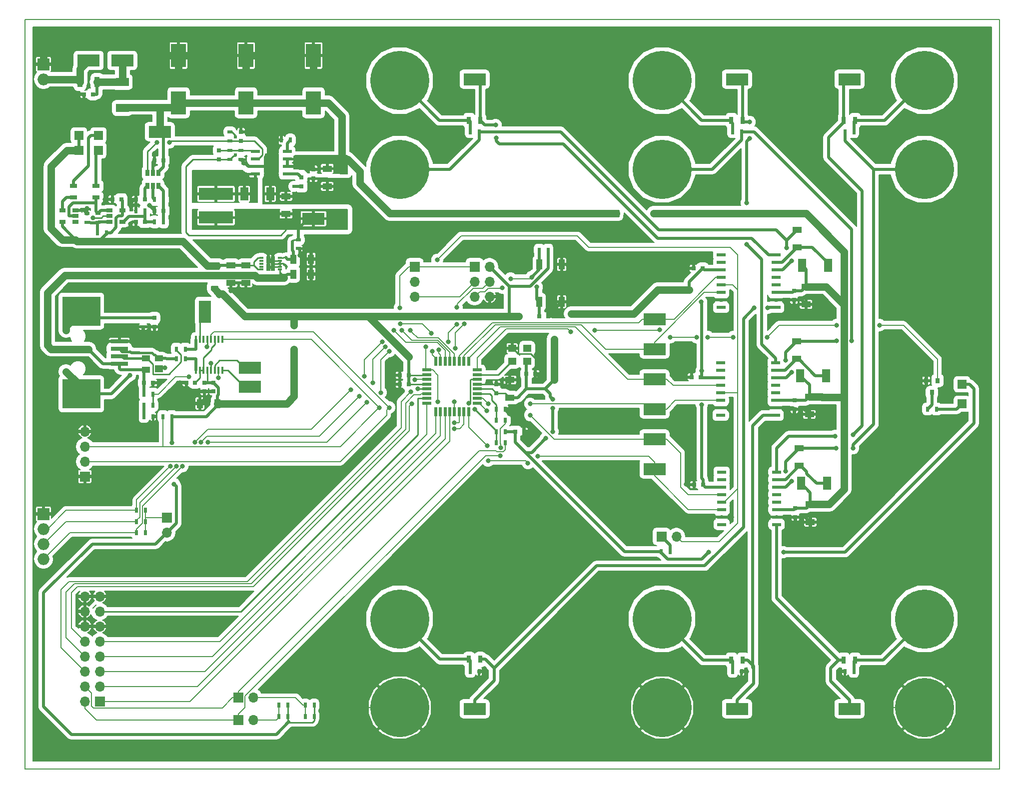
<source format=gbr>
G04 #@! TF.FileFunction,Copper,L1,Top,Signal*
%FSLAX46Y46*%
G04 Gerber Fmt 4.6, Leading zero omitted, Abs format (unit mm)*
G04 Created by KiCad (PCBNEW 4.0.6) date 05/15/17 10:50:15*
%MOMM*%
%LPD*%
G01*
G04 APERTURE LIST*
%ADD10C,0.100000*%
%ADD11C,0.150000*%
%ADD12R,0.500000X0.900000*%
%ADD13R,1.700000X1.700000*%
%ADD14O,1.700000X1.700000*%
%ADD15R,3.800000X2.000000*%
%ADD16R,2.000000X3.800000*%
%ADD17R,1.500000X0.600000*%
%ADD18R,1.399540X2.199640*%
%ADD19R,2.199640X1.399540*%
%ADD20R,6.400000X5.000000*%
%ADD21R,3.000000X0.700000*%
%ADD22R,0.800000X0.750000*%
%ADD23R,0.750000X0.800000*%
%ADD24R,2.500000X4.000000*%
%ADD25R,1.600000X1.000000*%
%ADD26R,1.000000X1.600000*%
%ADD27R,0.900000X0.500000*%
%ADD28R,1.300000X0.700000*%
%ADD29R,0.700000X1.300000*%
%ADD30R,0.900000X1.700000*%
%ADD31R,1.000000X1.700000*%
%ADD32R,1.400000X1.000000*%
%ADD33R,1.400000X1.200000*%
%ADD34R,0.650000X1.060000*%
%ADD35R,1.175000X1.175000*%
%ADD36R,1.550000X0.600000*%
%ADD37R,1.060000X0.650000*%
%ADD38R,0.400000X1.200000*%
%ADD39R,0.550000X1.600000*%
%ADD40R,1.600000X0.550000*%
%ADD41R,1.998980X1.998980*%
%ADD42O,1.998980X1.998980*%
%ADD43C,10.000000*%
%ADD44R,1.500000X1.500000*%
%ADD45R,0.800000X0.900000*%
%ADD46R,5.800000X2.100000*%
%ADD47R,0.775000X1.240000*%
%ADD48R,0.650000X0.300000*%
%ADD49C,0.800000*%
%ADD50C,0.609600*%
%ADD51C,0.152400*%
%ADD52C,1.270000*%
%ADD53C,0.508000*%
%ADD54C,0.254000*%
%ADD55C,0.457200*%
%ADD56C,0.250000*%
%ADD57C,0.203200*%
G04 APERTURE END LIST*
D10*
D11*
X38100000Y-25400000D02*
X38100000Y-25400000D01*
X38100000Y-152400000D02*
X38100000Y-25400000D01*
X203200000Y-152400000D02*
X38100000Y-152400000D01*
X203200000Y-25400000D02*
X203200000Y-152400000D01*
X38100000Y-25400000D02*
X203200000Y-25400000D01*
D12*
X82664000Y-141605000D03*
X81164000Y-141605000D03*
D13*
X62135000Y-109855000D03*
D14*
X62135000Y-112395000D03*
D13*
X74294000Y-144145000D03*
D14*
X76834000Y-144145000D03*
D13*
X74294000Y-140335000D03*
D14*
X76834000Y-140335000D03*
D13*
X145955000Y-113030000D03*
D14*
X148495000Y-113030000D03*
D15*
X76200000Y-84431256D03*
D16*
X68580000Y-74930000D03*
D15*
X76200000Y-87630000D03*
X48895000Y-32385000D03*
X54610000Y-32385000D03*
X60960000Y-44450000D03*
X86995000Y-59182000D03*
X144780000Y-96520000D03*
X144780000Y-101600000D03*
X144780000Y-86360000D03*
X144780000Y-91440000D03*
X144780000Y-76200000D03*
X144780000Y-81280000D03*
X177800000Y-35560000D03*
X177800000Y-142240000D03*
X158750000Y-35560000D03*
X158750000Y-142240000D03*
X114300000Y-35560000D03*
X114300000Y-142240000D03*
D17*
X165458248Y-111005354D03*
X165458248Y-109735354D03*
X165458248Y-108465354D03*
X165458248Y-107195354D03*
X165458248Y-105925354D03*
X165458248Y-104655354D03*
X165458248Y-103385354D03*
X165458248Y-102115354D03*
X156158248Y-102115354D03*
X156158248Y-103385354D03*
X156158248Y-104655354D03*
X156158248Y-105925354D03*
X156158248Y-107195354D03*
X156158248Y-108465354D03*
X156158248Y-109735354D03*
X156158248Y-111005354D03*
X165296408Y-92504838D03*
X165296408Y-91234838D03*
X165296408Y-89964838D03*
X165296408Y-88694838D03*
X165296408Y-87424838D03*
X165296408Y-86154838D03*
X165296408Y-84884838D03*
X165296408Y-83614838D03*
X155996408Y-83614838D03*
X155996408Y-84884838D03*
X155996408Y-86154838D03*
X155996408Y-87424838D03*
X155996408Y-88694838D03*
X155996408Y-89964838D03*
X155996408Y-91234838D03*
X155996408Y-92504838D03*
X165363674Y-74223676D03*
X165363674Y-72953676D03*
X165363674Y-71683676D03*
X165363674Y-70413676D03*
X165363674Y-69143676D03*
X165363674Y-67873676D03*
X165363674Y-66603676D03*
X165363674Y-65333676D03*
X156063674Y-65333676D03*
X156063674Y-66603676D03*
X156063674Y-67873676D03*
X156063674Y-69143676D03*
X156063674Y-70413676D03*
X156063674Y-71683676D03*
X156063674Y-72953676D03*
X156063674Y-74223676D03*
D18*
X174007888Y-104020354D03*
X169608608Y-104020354D03*
X173846048Y-85773838D03*
X169446768Y-85773838D03*
X174167314Y-67111676D03*
X169768034Y-67111676D03*
X75270360Y-54991000D03*
X79669640Y-54991000D03*
D19*
X54610000Y-40426640D03*
X54610000Y-36027360D03*
D20*
X47680000Y-74865000D03*
D21*
X54100000Y-79990000D03*
X54100000Y-82490000D03*
X54100000Y-83740000D03*
X54100000Y-81240000D03*
D20*
X47680000Y-88865000D03*
D22*
X48145000Y-38100000D03*
X49645000Y-38100000D03*
D23*
X60056616Y-76012622D03*
X60056616Y-77512622D03*
D24*
X86995000Y-31560000D03*
X86995000Y-39560000D03*
X75565000Y-39560000D03*
X75565000Y-31560000D03*
X64135000Y-31560000D03*
X64135000Y-39560000D03*
D22*
X60080664Y-49276000D03*
X61580664Y-49276000D03*
D25*
X89333714Y-50718614D03*
X89333714Y-53718614D03*
D22*
X121170000Y-95250000D03*
X122670000Y-95250000D03*
D23*
X86995000Y-50833614D03*
X86995000Y-52333614D03*
D22*
X58405664Y-55938220D03*
X56905664Y-55938220D03*
X60080664Y-57843220D03*
X61580664Y-57843220D03*
X103112000Y-87249000D03*
X101612000Y-87249000D03*
X58405664Y-59748220D03*
X56905664Y-59748220D03*
D25*
X120269000Y-86511000D03*
X120269000Y-89511000D03*
D22*
X66942727Y-86948423D03*
X65442727Y-86948423D03*
D23*
X84963000Y-52209000D03*
X84963000Y-53709000D03*
X117983000Y-87261000D03*
X117983000Y-88761000D03*
D22*
X101612000Y-85725000D03*
X103112000Y-85725000D03*
X52930000Y-55885000D03*
X54430000Y-55885000D03*
D26*
X70759771Y-90508753D03*
X67759771Y-90508753D03*
D25*
X82348714Y-58396000D03*
X82348714Y-55396000D03*
D23*
X68497771Y-88464753D03*
X68497771Y-86964753D03*
X70021771Y-88464753D03*
X70021771Y-86964753D03*
X74728714Y-45983614D03*
X74728714Y-44483614D03*
D26*
X86590000Y-66040000D03*
X83590000Y-66040000D03*
X86590000Y-68580000D03*
X83590000Y-68580000D03*
D22*
X126734000Y-75692000D03*
X125234000Y-75692000D03*
D25*
X75565000Y-67080000D03*
X75565000Y-70080000D03*
X73025000Y-67080000D03*
X73025000Y-70080000D03*
D22*
X124575000Y-85471000D03*
X123075000Y-85471000D03*
X153000248Y-104274354D03*
X151500248Y-104274354D03*
X152572408Y-86027838D03*
X151072408Y-86027838D03*
X152905674Y-67619676D03*
X151405674Y-67619676D03*
D25*
X169268248Y-101075354D03*
X169268248Y-98075354D03*
X168852408Y-79955838D03*
X168852408Y-82955838D03*
X168919674Y-61039676D03*
X168919674Y-64039676D03*
X171173248Y-110600354D03*
X171173248Y-107600354D03*
X171011408Y-89353838D03*
X171011408Y-92353838D03*
X170443674Y-73691676D03*
X170443674Y-70691676D03*
D23*
X168633248Y-108235354D03*
X168633248Y-109735354D03*
X168471408Y-89988838D03*
X168471408Y-91488838D03*
X168411674Y-72941676D03*
X168411674Y-71441676D03*
X70993000Y-47637000D03*
X70993000Y-49137000D03*
D22*
X58305000Y-86995000D03*
X59805000Y-86995000D03*
D13*
X48260000Y-102870000D03*
D14*
X48260000Y-100330000D03*
X48260000Y-97790000D03*
X48260000Y-95250000D03*
X104140000Y-72390000D03*
X104140000Y-69850000D03*
D13*
X104140000Y-67310000D03*
D27*
X58151616Y-77500622D03*
X58151616Y-76000622D03*
D12*
X58535000Y-112395000D03*
X57035000Y-112395000D03*
X57035000Y-110490000D03*
X58535000Y-110490000D03*
X57035000Y-108585000D03*
X58535000Y-108585000D03*
X82664000Y-143510000D03*
X81164000Y-143510000D03*
X59805000Y-88900000D03*
X58305000Y-88900000D03*
X58305000Y-90805000D03*
X59805000Y-90805000D03*
X58305000Y-92710000D03*
X59805000Y-92710000D03*
X87109000Y-141605000D03*
X85609000Y-141605000D03*
X85609000Y-143510000D03*
X87109000Y-143510000D03*
X119495000Y-93345000D03*
X117995000Y-93345000D03*
X117995000Y-97155000D03*
X119495000Y-97155000D03*
X117995000Y-95250000D03*
X119495000Y-95250000D03*
X119495000Y-91440000D03*
X117995000Y-91440000D03*
X60080664Y-55938220D03*
X61580664Y-55938220D03*
X81598714Y-45868614D03*
X83098714Y-45868614D03*
X60080664Y-59748220D03*
X61580664Y-59748220D03*
X56905664Y-57843220D03*
X58405664Y-57843220D03*
X63766000Y-81280000D03*
X65266000Y-81280000D03*
X65266000Y-82931000D03*
X63766000Y-82931000D03*
X50390000Y-61600000D03*
X51890000Y-61600000D03*
D27*
X48600000Y-59810000D03*
X48600000Y-58310000D03*
X50505000Y-58310000D03*
X50505000Y-59810000D03*
X72823714Y-49158614D03*
X72823714Y-47658614D03*
X74728714Y-49158614D03*
X74728714Y-47658614D03*
X72823714Y-45983614D03*
X72823714Y-44483614D03*
D12*
X61480000Y-92710000D03*
X62980000Y-92710000D03*
D28*
X50165000Y-55560000D03*
X50165000Y-53660000D03*
X46355000Y-53660000D03*
X46355000Y-55560000D03*
D12*
X125234000Y-64516000D03*
X126734000Y-64516000D03*
X147435000Y-115570000D03*
X145935000Y-115570000D03*
D29*
X176850000Y-42545000D03*
X178750000Y-42545000D03*
X178750000Y-133985000D03*
X176850000Y-133985000D03*
X157800000Y-42545000D03*
X159700000Y-42545000D03*
X159700000Y-133985000D03*
X157800000Y-133985000D03*
X115250000Y-42545000D03*
X113350000Y-42545000D03*
X113350000Y-133841256D03*
X115250000Y-133841256D03*
D12*
X177050000Y-135890000D03*
X178550000Y-135890000D03*
X158000000Y-44450000D03*
X159500000Y-44450000D03*
X158000000Y-135890000D03*
X159500000Y-135890000D03*
X115050000Y-44450000D03*
X113550000Y-44450000D03*
X113550000Y-135890000D03*
X115050000Y-135890000D03*
D30*
X47445000Y-36015000D03*
X50345000Y-36015000D03*
D27*
X84455000Y-62750000D03*
X84455000Y-64250000D03*
D31*
X125247400Y-73254000D03*
X125247400Y-66954000D03*
X129047400Y-73254000D03*
X129047400Y-66954000D03*
D32*
X58590000Y-84770000D03*
X58590000Y-82870000D03*
X60790000Y-82870000D03*
D33*
X60790000Y-84590000D03*
D34*
X59814664Y-53635000D03*
X60764664Y-53635000D03*
X58864664Y-53635000D03*
X58864664Y-51435000D03*
X59814664Y-51435000D03*
X60764664Y-51435000D03*
D35*
X80443714Y-50313614D03*
X80443714Y-49138614D03*
X79268714Y-50313614D03*
X79268714Y-49138614D03*
D36*
X77156214Y-51631114D03*
X77156214Y-50361114D03*
X77156214Y-49091114D03*
X77156214Y-47821114D03*
X82556214Y-47821114D03*
X82556214Y-49091114D03*
X82556214Y-50361114D03*
X82556214Y-51631114D03*
D37*
X54610000Y-57790000D03*
X54610000Y-59690000D03*
X52410000Y-59690000D03*
X52410000Y-58740000D03*
X52410000Y-57790000D03*
D38*
X71527590Y-84853380D03*
X70892590Y-84853380D03*
X70257590Y-84853380D03*
X69622590Y-84853380D03*
X68987590Y-84853380D03*
X68352590Y-84853380D03*
X67717590Y-84853380D03*
X67082590Y-84853380D03*
X67082590Y-79653380D03*
X67717590Y-79653380D03*
X68352590Y-79653380D03*
X68987590Y-79653380D03*
X69622590Y-79653380D03*
X70257590Y-79653380D03*
X70892590Y-79653380D03*
X71527590Y-79653380D03*
D39*
X113290000Y-91880000D03*
X112490000Y-91880000D03*
X111690000Y-91880000D03*
X110890000Y-91880000D03*
X110090000Y-91880000D03*
X109290000Y-91880000D03*
X108490000Y-91880000D03*
X107690000Y-91880000D03*
D40*
X106240000Y-90430000D03*
X106240000Y-89630000D03*
X106240000Y-88830000D03*
X106240000Y-88030000D03*
X106240000Y-87230000D03*
X106240000Y-86430000D03*
X106240000Y-85630000D03*
X106240000Y-84830000D03*
D39*
X107690000Y-83380000D03*
X108490000Y-83380000D03*
X109290000Y-83380000D03*
X110090000Y-83380000D03*
X110890000Y-83380000D03*
X111690000Y-83380000D03*
X112490000Y-83380000D03*
X113290000Y-83380000D03*
D40*
X114740000Y-84830000D03*
X114740000Y-85630000D03*
X114740000Y-86430000D03*
X114740000Y-87230000D03*
X114740000Y-88030000D03*
X114740000Y-88830000D03*
X114740000Y-89630000D03*
X114740000Y-90430000D03*
D37*
X46650000Y-59690000D03*
X46650000Y-58740000D03*
X46650000Y-57790000D03*
X44450000Y-57790000D03*
X44450000Y-59690000D03*
D33*
X123190000Y-83353000D03*
X120650000Y-83353000D03*
X120650000Y-81153000D03*
X123190000Y-81153000D03*
D41*
X41275000Y-33020000D03*
D42*
X41275000Y-35560000D03*
X41275000Y-114300000D03*
X41275000Y-111760000D03*
D41*
X41275000Y-109220000D03*
D42*
X41275000Y-116840000D03*
D43*
X190500000Y-50800000D03*
X190500000Y-35788600D03*
X190500000Y-127000000D03*
X190500000Y-142011400D03*
X146050000Y-35788600D03*
X146050000Y-50800000D03*
X146050000Y-142011400D03*
X146050000Y-127000000D03*
X101600000Y-35788600D03*
X101600000Y-50800000D03*
X101600000Y-142011400D03*
X101600000Y-127000000D03*
D14*
X48260000Y-123190000D03*
X50800000Y-123190000D03*
X48260000Y-125730000D03*
X50800000Y-125730000D03*
X48260000Y-128270000D03*
X50800000Y-128270000D03*
X48260000Y-130810000D03*
X50800000Y-130810000D03*
X48260000Y-133350000D03*
X50800000Y-133350000D03*
X48260000Y-135890000D03*
X50800000Y-135890000D03*
X48260000Y-138430000D03*
X50800000Y-138430000D03*
X48260000Y-140970000D03*
D13*
X50800000Y-140970000D03*
D14*
X116840000Y-72390000D03*
X114300000Y-72390000D03*
X116840000Y-69850000D03*
X114300000Y-69850000D03*
X116840000Y-67310000D03*
D13*
X114300000Y-67310000D03*
D44*
X50545000Y-47625000D03*
X47245000Y-47625000D03*
X196850000Y-87250000D03*
X196850000Y-90550000D03*
X50545000Y-45085000D03*
X47245000Y-45085000D03*
D45*
X191770000Y-88630000D03*
X190820000Y-86630000D03*
X192720000Y-86630000D03*
D12*
X192520000Y-91440000D03*
X191020000Y-91440000D03*
D46*
X70485000Y-54991000D03*
X70485000Y-58991000D03*
D47*
X80117500Y-67425000D03*
X80117500Y-66185000D03*
X79342500Y-67425000D03*
X79342500Y-66185000D03*
D48*
X78180000Y-67805000D03*
X78180000Y-67305000D03*
X78180000Y-66805000D03*
X78180000Y-66305000D03*
X78180000Y-65805000D03*
X81280000Y-65805000D03*
X81280000Y-66305000D03*
X81280000Y-66805000D03*
X81280000Y-67305000D03*
X81280000Y-67805000D03*
D12*
X178550000Y-44450000D03*
X177050000Y-44450000D03*
D49*
X117602000Y-114935000D03*
X128905000Y-38608000D03*
X167132000Y-37338000D03*
X196977000Y-43434000D03*
X194310000Y-67818000D03*
X188722000Y-115697000D03*
X69850000Y-31560000D03*
X81280000Y-31560000D03*
X63754000Y-71247000D03*
X54229000Y-105918000D03*
X151638000Y-109982000D03*
X182372000Y-147193000D03*
X135255000Y-141986000D03*
X92456000Y-142113000D03*
X190754000Y-85344000D03*
X126746000Y-74295000D03*
X150114000Y-104140000D03*
X149733000Y-85979000D03*
X150114000Y-67564000D03*
X116078000Y-135890000D03*
X160401000Y-135890000D03*
X176022000Y-135890000D03*
X51689000Y-55880000D03*
X60071000Y-48133000D03*
X49657000Y-59055000D03*
X48641000Y-57404000D03*
X59182000Y-56896000D03*
X55880000Y-56769000D03*
X56007000Y-60071000D03*
X87884000Y-68580000D03*
X87757000Y-66040000D03*
X84709000Y-65405000D03*
X80137000Y-64643000D03*
X79375000Y-64643000D03*
X73025000Y-71374000D03*
X75565000Y-71501000D03*
X92202000Y-55499000D03*
X92202000Y-53594000D03*
X85471000Y-44196000D03*
X79883000Y-45593000D03*
X79883000Y-44196000D03*
X86995000Y-34417000D03*
X75565000Y-34544000D03*
X64135000Y-34544000D03*
X46990000Y-38100000D03*
X101600000Y-88265000D03*
X101600000Y-84709000D03*
X104648000Y-88011000D03*
X68961000Y-80899000D03*
X61341000Y-77470000D03*
X51435000Y-80010000D03*
X56642000Y-79883000D03*
X59817000Y-93726000D03*
X69596000Y-83693000D03*
X68834000Y-90678000D03*
X66548000Y-90551000D03*
X64389000Y-86995000D03*
X60833000Y-86995000D03*
X129032000Y-68453000D03*
X129032000Y-71755000D03*
X120269000Y-79756000D03*
X125603000Y-86360000D03*
X120396000Y-87630000D03*
X120269000Y-85471000D03*
X120142000Y-92202000D03*
X123952000Y-96520000D03*
X172085000Y-74168000D03*
X170434000Y-74930000D03*
X172720000Y-92837000D03*
X171069000Y-93599000D03*
X171196000Y-111760000D03*
X172720000Y-110617000D03*
X157861000Y-109728000D03*
X157734000Y-72898000D03*
X157607000Y-91186000D03*
X45085000Y-78105000D03*
X45085000Y-85090000D03*
X61849000Y-84455000D03*
X55880000Y-85725000D03*
X131445000Y-75311000D03*
X130683000Y-75311000D03*
X83693000Y-77216000D03*
X83693000Y-81280000D03*
X127508000Y-89789000D03*
X127508000Y-91313000D03*
X127508000Y-95250000D03*
X126365000Y-96393000D03*
X153924000Y-115697000D03*
X166624000Y-115697000D03*
X127762000Y-80899000D03*
X127762000Y-79629000D03*
X120650000Y-75692000D03*
X121793000Y-75692000D03*
X150622000Y-71247000D03*
X152654000Y-73279000D03*
X152781000Y-84963000D03*
X152781000Y-90678000D03*
X63373000Y-104140000D03*
X62992000Y-97155000D03*
X70993000Y-71882000D03*
X70231000Y-71120000D03*
X69596000Y-67183000D03*
X70612000Y-67183000D03*
D50*
X77089000Y-53213000D03*
X83693000Y-53721000D03*
D49*
X120396000Y-69342000D03*
X118999000Y-70866000D03*
X110871000Y-90170000D03*
X110998000Y-81153000D03*
X112522000Y-76962000D03*
X124841000Y-70739000D03*
X123952000Y-69088000D03*
X178435000Y-98044000D03*
X175514000Y-98044000D03*
X167005000Y-101981000D03*
X168021000Y-103632000D03*
X178181000Y-79883000D03*
X175641000Y-79883000D03*
X168021000Y-85217000D03*
X167005000Y-83185000D03*
X168021000Y-66294000D03*
X167132000Y-64135000D03*
X103378000Y-78105000D03*
X99822000Y-81661000D03*
X98425000Y-88646000D03*
X96012000Y-90297000D03*
X69088000Y-97028000D03*
X64808161Y-101121145D03*
X101981000Y-78105000D03*
X99181808Y-80892769D03*
X97028000Y-86995000D03*
X94742000Y-89281000D03*
X67945000Y-97028000D03*
X63770411Y-101121084D03*
X100584000Y-78105000D03*
X98625722Y-80061630D03*
X95631000Y-85852000D03*
X93345000Y-88138000D03*
X66944987Y-97028000D03*
X62770916Y-101088952D03*
X118618000Y-99314000D03*
X118727542Y-97961589D03*
X103505000Y-88519000D03*
X104140000Y-86487000D03*
X98171000Y-91186000D03*
X110871000Y-94742000D03*
X99822000Y-91186000D03*
X110871000Y-93726000D03*
X108204000Y-81407000D03*
X109855000Y-80010000D03*
X111252000Y-77089000D03*
X111252000Y-74168000D03*
X107950000Y-66167000D03*
X108077000Y-90170000D03*
X103632000Y-90551000D03*
X106045000Y-80899000D03*
X107115464Y-81640276D03*
X106934000Y-78613000D03*
X101727000Y-76962000D03*
X101600000Y-74295000D03*
X65913169Y-85977570D03*
X70866000Y-86106000D03*
X114300000Y-91440000D03*
X113284000Y-90424000D03*
X178435000Y-95758000D03*
X175387000Y-96012000D03*
X160909000Y-42799000D03*
X160909000Y-45593000D03*
X160401000Y-56515000D03*
X160401000Y-63500000D03*
X117856000Y-43307000D03*
X117983000Y-45466000D03*
X161671000Y-74295000D03*
X163957000Y-74295000D03*
X124968000Y-99441000D03*
X123317000Y-100584000D03*
X116586000Y-100203000D03*
X116459000Y-97663000D03*
X123698000Y-90551000D03*
X116586000Y-90551000D03*
X116332000Y-91694000D03*
X123698000Y-92456000D03*
X138303000Y-58293000D03*
X136779000Y-58293000D03*
X146431000Y-58293000D03*
X144653000Y-58293000D03*
X60452000Y-46228000D03*
X62611000Y-46228000D03*
D50*
X73787000Y-45339000D03*
X73787000Y-48387000D03*
D49*
X182880000Y-77216000D03*
X175641000Y-77216000D03*
X163830000Y-79248000D03*
X158115000Y-79248000D03*
X153797000Y-79248000D03*
X151892000Y-79248000D03*
X147447000Y-79248000D03*
X145669000Y-77978000D03*
X134620000Y-78105000D03*
X130556000Y-78359000D03*
D51*
X49673799Y-125189423D02*
X50259423Y-124603799D01*
X128905000Y-32893000D02*
X128905000Y-38608000D01*
X132969000Y-28829000D02*
X128905000Y-32893000D01*
X158623000Y-28829000D02*
X132969000Y-28829000D01*
X162560000Y-32766000D02*
X158623000Y-28829000D01*
X167132000Y-37338000D02*
X162560000Y-32766000D01*
X194310000Y-67818000D02*
X196977000Y-65151000D01*
X196977000Y-65151000D02*
X196977000Y-43434000D01*
X198120000Y-117983000D02*
X195834000Y-115697000D01*
X195834000Y-115697000D02*
X188722000Y-115697000D01*
X198120000Y-126049222D02*
X198120000Y-117983000D01*
X197739000Y-134772400D02*
X197739000Y-126430222D01*
X197739000Y-126430222D02*
X198120000Y-126049222D01*
X190500000Y-142011400D02*
X197739000Y-134772400D01*
D52*
X64135000Y-31560000D02*
X69850000Y-31560000D01*
D51*
X75565000Y-31560000D02*
X69850000Y-31560000D01*
D52*
X75565000Y-31560000D02*
X81280000Y-31560000D01*
D51*
X86995000Y-31560000D02*
X81280000Y-31560000D01*
X61341000Y-77470000D02*
X61341000Y-73660000D01*
X61341000Y-73660000D02*
X63754000Y-71247000D01*
X48260000Y-102870000D02*
X51181000Y-102870000D01*
X51181000Y-102870000D02*
X54229000Y-105918000D01*
X156158248Y-109735354D02*
X151884646Y-109735354D01*
X151884646Y-109735354D02*
X151638000Y-109982000D01*
X190500000Y-142011400D02*
X183428933Y-142011400D01*
X183428933Y-142011400D02*
X182372000Y-143068333D01*
X182372000Y-143068333D02*
X182372000Y-147193000D01*
X101600000Y-142011400D02*
X92557600Y-142011400D01*
X92557600Y-142011400D02*
X92456000Y-142113000D01*
D53*
X79669640Y-54991000D02*
X79669640Y-50714540D01*
X79669640Y-50714540D02*
X79268714Y-50313614D01*
X190820000Y-86630000D02*
X190820000Y-85410000D01*
X190820000Y-85410000D02*
X190754000Y-85344000D01*
X126734000Y-75692000D02*
X126734000Y-74307000D01*
X126734000Y-74307000D02*
X126746000Y-74295000D01*
X151500248Y-104274354D02*
X150248354Y-104274354D01*
X150248354Y-104274354D02*
X150114000Y-104140000D01*
X151072408Y-86027838D02*
X149781838Y-86027838D01*
X149781838Y-86027838D02*
X149733000Y-85979000D01*
X151405674Y-67619676D02*
X150169676Y-67619676D01*
X150169676Y-67619676D02*
X150114000Y-67564000D01*
X115050000Y-135890000D02*
X116078000Y-135890000D01*
X159500000Y-135890000D02*
X160401000Y-135890000D01*
X177050000Y-135890000D02*
X176022000Y-135890000D01*
X52930000Y-55885000D02*
X51694000Y-55885000D01*
X51694000Y-55885000D02*
X51689000Y-55880000D01*
X60080664Y-49276000D02*
X60080664Y-48142664D01*
X60080664Y-48142664D02*
X60071000Y-48133000D01*
D54*
X52410000Y-58740000D02*
X51363602Y-58740000D01*
X51363602Y-58740000D02*
X51048602Y-59055000D01*
X51048602Y-59055000D02*
X49657000Y-59055000D01*
D53*
X46650000Y-57790000D02*
X48080000Y-57790000D01*
X48080000Y-57790000D02*
X48600000Y-58310000D01*
X48600000Y-58310000D02*
X48600000Y-57445000D01*
X48600000Y-57445000D02*
X48641000Y-57404000D01*
X60080664Y-57843220D02*
X60080664Y-57794664D01*
X60080664Y-57794664D02*
X59182000Y-56896000D01*
X56905664Y-55938220D02*
X56710780Y-55938220D01*
X56710780Y-55938220D02*
X55880000Y-56769000D01*
X56905664Y-57843220D02*
X56905664Y-55938220D01*
X56905664Y-59748220D02*
X56329780Y-59748220D01*
X56329780Y-59748220D02*
X56007000Y-60071000D01*
X59814664Y-51435000D02*
X59814664Y-49542000D01*
X59814664Y-49542000D02*
X60080664Y-49276000D01*
D54*
X81280000Y-66805000D02*
X79962500Y-66805000D01*
X79962500Y-66805000D02*
X79342500Y-66185000D01*
X81280000Y-67305000D02*
X80237500Y-67305000D01*
X80237500Y-67305000D02*
X80117500Y-67425000D01*
X81280000Y-66305000D02*
X80237500Y-66305000D01*
X80237500Y-66305000D02*
X80117500Y-66185000D01*
X81280000Y-66805000D02*
X81280000Y-66305000D01*
X81280000Y-67305000D02*
X81280000Y-66805000D01*
D53*
X86590000Y-68580000D02*
X87884000Y-68580000D01*
X86590000Y-66040000D02*
X87757000Y-66040000D01*
X86590000Y-66040000D02*
X86590000Y-68580000D01*
X84455000Y-64250000D02*
X84709000Y-64504000D01*
X84709000Y-64504000D02*
X84709000Y-65405000D01*
X80117500Y-67425000D02*
X80117500Y-64662500D01*
X80117500Y-64662500D02*
X80137000Y-64643000D01*
X79342500Y-67425000D02*
X79342500Y-64675500D01*
X79342500Y-64675500D02*
X79375000Y-64643000D01*
X73025000Y-70080000D02*
X73025000Y-71374000D01*
X75565000Y-70080000D02*
X75565000Y-71501000D01*
X89333714Y-53718614D02*
X92077386Y-53718614D01*
X92077386Y-53718614D02*
X92202000Y-53594000D01*
X79883000Y-44196000D02*
X85471000Y-44196000D01*
X81598714Y-44260714D02*
X81534000Y-44196000D01*
X81534000Y-44196000D02*
X79883000Y-44196000D01*
X81598714Y-45868614D02*
X81598714Y-44260714D01*
D52*
X86995000Y-31560000D02*
X86995000Y-34417000D01*
X75565000Y-31560000D02*
X75565000Y-34544000D01*
X64135000Y-31560000D02*
X64135000Y-34544000D01*
D53*
X48145000Y-38100000D02*
X46990000Y-38100000D01*
X73025000Y-70080000D02*
X75565000Y-70080000D01*
D54*
X101612000Y-87249000D02*
X101612000Y-88253000D01*
X101612000Y-88253000D02*
X101600000Y-88265000D01*
X101612000Y-85725000D02*
X101612000Y-84721000D01*
X101612000Y-84721000D02*
X101600000Y-84709000D01*
X101612000Y-87249000D02*
X101612000Y-85725000D01*
X106240000Y-88030000D02*
X104667000Y-88030000D01*
X104667000Y-88030000D02*
X104648000Y-88011000D01*
X68987590Y-79653380D02*
X68987590Y-80872410D01*
X68987590Y-80872410D02*
X68961000Y-80899000D01*
D53*
X60056616Y-77512622D02*
X61298378Y-77512622D01*
X61298378Y-77512622D02*
X61341000Y-77470000D01*
X54100000Y-79990000D02*
X51455000Y-79990000D01*
X51455000Y-79990000D02*
X51435000Y-80010000D01*
X54100000Y-79990000D02*
X56535000Y-79990000D01*
X56535000Y-79990000D02*
X56642000Y-79883000D01*
D54*
X59805000Y-92710000D02*
X59805000Y-93714000D01*
X59805000Y-93714000D02*
X59817000Y-93726000D01*
X69622590Y-84853380D02*
X69622590Y-83719590D01*
X69622590Y-83719590D02*
X69596000Y-83693000D01*
D53*
X67759771Y-90508753D02*
X68664753Y-90508753D01*
X68664753Y-90508753D02*
X68834000Y-90678000D01*
X67759771Y-90508753D02*
X66590247Y-90508753D01*
X66590247Y-90508753D02*
X66548000Y-90551000D01*
X65442727Y-86948423D02*
X64435577Y-86948423D01*
X64435577Y-86948423D02*
X64389000Y-86995000D01*
X59805000Y-86995000D02*
X60833000Y-86995000D01*
X129047400Y-66954000D02*
X129047400Y-68437600D01*
X129047400Y-68437600D02*
X129032000Y-68453000D01*
X126734000Y-75692000D02*
X126734000Y-75567400D01*
X126734000Y-75567400D02*
X129047400Y-73254000D01*
X129047400Y-73254000D02*
X129047400Y-71770400D01*
X129047400Y-71770400D02*
X129032000Y-71755000D01*
X120650000Y-81153000D02*
X120650000Y-80137000D01*
X120650000Y-80137000D02*
X120269000Y-79756000D01*
X124575000Y-85471000D02*
X124714000Y-85471000D01*
X124714000Y-85471000D02*
X125603000Y-86360000D01*
X120269000Y-86511000D02*
X120269000Y-87503000D01*
X120269000Y-87503000D02*
X120396000Y-87630000D01*
X120269000Y-86511000D02*
X120269000Y-85471000D01*
X119495000Y-91440000D02*
X119495000Y-91555000D01*
X119495000Y-91555000D02*
X120142000Y-92202000D01*
X122670000Y-95250000D02*
X122682000Y-95250000D01*
X122682000Y-95250000D02*
X123952000Y-96520000D01*
X170443674Y-73691676D02*
X171608676Y-73691676D01*
X171608676Y-73691676D02*
X172085000Y-74168000D01*
X170443674Y-73691676D02*
X170443674Y-74920326D01*
X170443674Y-74920326D02*
X170434000Y-74930000D01*
X171011408Y-92353838D02*
X172236838Y-92353838D01*
X172236838Y-92353838D02*
X172720000Y-92837000D01*
X171011408Y-92353838D02*
X171011408Y-93541408D01*
X171011408Y-93541408D02*
X171069000Y-93599000D01*
X171173248Y-110600354D02*
X171173248Y-111737248D01*
X171173248Y-111737248D02*
X171196000Y-111760000D01*
X171173248Y-110600354D02*
X172703354Y-110600354D01*
X172703354Y-110600354D02*
X172720000Y-110617000D01*
X156158248Y-109735354D02*
X157853646Y-109735354D01*
X157853646Y-109735354D02*
X157861000Y-109728000D01*
X156063674Y-72953676D02*
X157678324Y-72953676D01*
X157678324Y-72953676D02*
X157734000Y-72898000D01*
X155996408Y-91234838D02*
X157558162Y-91234838D01*
X157558162Y-91234838D02*
X157607000Y-91186000D01*
X168471408Y-91488838D02*
X170146408Y-91488838D01*
X170146408Y-91488838D02*
X171011408Y-92353838D01*
X165296408Y-91234838D02*
X168217408Y-91234838D01*
X168217408Y-91234838D02*
X168471408Y-91488838D01*
X168633248Y-109735354D02*
X170308248Y-109735354D01*
X170308248Y-109735354D02*
X171173248Y-110600354D01*
X165458248Y-109735354D02*
X168633248Y-109735354D01*
X165363674Y-72953676D02*
X168399674Y-72953676D01*
X168399674Y-72953676D02*
X168411674Y-72941676D01*
X168411674Y-72941676D02*
X169693674Y-72941676D01*
X169693674Y-72941676D02*
X170443674Y-73691676D01*
X70021771Y-88464753D02*
X68497771Y-88464753D01*
X68497771Y-88464753D02*
X68497771Y-89770753D01*
X68497771Y-89770753D02*
X67759771Y-90508753D01*
D54*
X124575000Y-85471000D02*
X124575000Y-82849398D01*
X124575000Y-82849398D02*
X123805603Y-82080001D01*
X123805603Y-82080001D02*
X121677001Y-82080001D01*
X121677001Y-82080001D02*
X120750000Y-81153000D01*
X120750000Y-81153000D02*
X120650000Y-81153000D01*
X117983000Y-87261000D02*
X119519000Y-87261000D01*
X119519000Y-87261000D02*
X120269000Y-86511000D01*
X114740000Y-87230000D02*
X117952000Y-87230000D01*
X117952000Y-87230000D02*
X117983000Y-87261000D01*
D53*
X60056616Y-77512622D02*
X58163616Y-77512622D01*
X58163616Y-77512622D02*
X58151616Y-77500622D01*
X54100000Y-79990000D02*
X54100000Y-79132000D01*
X54100000Y-79132000D02*
X55731378Y-77500622D01*
X55731378Y-77500622D02*
X57193616Y-77500622D01*
X57193616Y-77500622D02*
X58151616Y-77500622D01*
D52*
X41275000Y-33020000D02*
X41275000Y-30750510D01*
X41275000Y-30750510D02*
X42815510Y-29210000D01*
X42815510Y-29210000D02*
X59055000Y-29210000D01*
X59265000Y-29210000D02*
X61615000Y-31560000D01*
X61615000Y-31560000D02*
X64135000Y-31560000D01*
D53*
X81153000Y-44577000D02*
X81407000Y-44577000D01*
X80507100Y-44577000D02*
X81153000Y-44577000D01*
X74728714Y-44483614D02*
X80413714Y-44483614D01*
X80413714Y-44483614D02*
X80507100Y-44577000D01*
X77156214Y-50361114D02*
X75931214Y-50361114D01*
X75931214Y-50361114D02*
X74728714Y-49158614D01*
X77156214Y-50361114D02*
X79221214Y-50361114D01*
X79221214Y-50361114D02*
X79268714Y-50313614D01*
X49645000Y-38100000D02*
X50280000Y-38100000D01*
X50280000Y-38100000D02*
X50345000Y-38035000D01*
D52*
X54610000Y-36027360D02*
X50357360Y-36027360D01*
X50357360Y-36027360D02*
X50345000Y-36015000D01*
D53*
X54495360Y-36015000D02*
X54610000Y-35900360D01*
X50345000Y-36015000D02*
X54495360Y-36015000D01*
D52*
X54610000Y-32385000D02*
X54610000Y-35900360D01*
D53*
X50345000Y-36015000D02*
X50345000Y-38035000D01*
D52*
X45085000Y-78105000D02*
X45085000Y-77460000D01*
X45085000Y-77460000D02*
X47680000Y-74865000D01*
X47680000Y-88865000D02*
X47680000Y-87685000D01*
X47680000Y-87685000D02*
X45085000Y-85090000D01*
D53*
X58151616Y-76000622D02*
X48815622Y-76000622D01*
X48815622Y-76000622D02*
X47680000Y-74865000D01*
X60056616Y-76012622D02*
X58163616Y-76012622D01*
X58163616Y-76012622D02*
X58151616Y-76000622D01*
X61849000Y-84455000D02*
X60925000Y-84455000D01*
X60925000Y-84455000D02*
X60790000Y-84590000D01*
X47680000Y-88865000D02*
X52740000Y-88865000D01*
X52740000Y-88865000D02*
X55880000Y-85725000D01*
D52*
X131445000Y-75311000D02*
X130683000Y-75311000D01*
X141265998Y-75311000D02*
X131445000Y-75311000D01*
X150622000Y-71247000D02*
X145329998Y-71247000D01*
X145329998Y-71247000D02*
X141265998Y-75311000D01*
D53*
X120142000Y-70612000D02*
X120142000Y-75184000D01*
X120142000Y-75184000D02*
X120650000Y-75692000D01*
D52*
X75368685Y-75692000D02*
X83820000Y-75692000D01*
X83820000Y-75692000D02*
X96266000Y-75692000D01*
X83693000Y-77216000D02*
X83693000Y-75819000D01*
X83693000Y-75819000D02*
X83820000Y-75692000D01*
X83693000Y-89281000D02*
X83693000Y-81280000D01*
X82465247Y-90508753D02*
X83693000Y-89281000D01*
X70759771Y-90508753D02*
X82465247Y-90508753D01*
D53*
X127508000Y-89789000D02*
X127108001Y-89389001D01*
X127108001Y-89389001D02*
X127108001Y-88885001D01*
X127108001Y-88885001D02*
X126236000Y-88013000D01*
X127508000Y-95250000D02*
X127508000Y-91313000D01*
X122936000Y-98806000D02*
X121170000Y-97040000D01*
X139700000Y-115570000D02*
X122936000Y-98806000D01*
X122936000Y-98806000D02*
X123952000Y-98806000D01*
X123952000Y-98806000D02*
X126365000Y-96393000D01*
X152781000Y-116840000D02*
X147005000Y-116840000D01*
X147005000Y-116840000D02*
X145935000Y-115770000D01*
X145935000Y-115770000D02*
X145935000Y-115570000D01*
X153924000Y-115697000D02*
X152781000Y-116840000D01*
X177038000Y-115697000D02*
X166624000Y-115697000D01*
X198882000Y-93853000D02*
X177038000Y-115697000D01*
X198882000Y-88024000D02*
X198882000Y-93853000D01*
X196850000Y-87250000D02*
X198108000Y-87250000D01*
X198108000Y-87250000D02*
X198882000Y-88024000D01*
D52*
X118110000Y-75692000D02*
X121793000Y-75692000D01*
D53*
X150622000Y-71247000D02*
X150622000Y-69903350D01*
X150622000Y-69903350D02*
X152905674Y-67619676D01*
X152781000Y-84963000D02*
X152781000Y-73406000D01*
X152781000Y-73406000D02*
X152654000Y-73279000D01*
X152781000Y-84963000D02*
X152781000Y-85819246D01*
X152781000Y-85819246D02*
X152572408Y-86027838D01*
X152781000Y-103172106D02*
X152781000Y-90678000D01*
X153000248Y-104274354D02*
X153000248Y-103391354D01*
X153000248Y-103391354D02*
X152781000Y-103172106D01*
X121170000Y-97040000D02*
X121170000Y-95250000D01*
X145935000Y-115570000D02*
X139700000Y-115570000D01*
X63373000Y-104140000D02*
X63772999Y-104539999D01*
X63772999Y-104539999D02*
X63772999Y-110757001D01*
X63772999Y-110757001D02*
X62984999Y-111545001D01*
X62984999Y-111545001D02*
X62135000Y-112395000D01*
X62980000Y-92710000D02*
X62980000Y-97143000D01*
X62980000Y-97143000D02*
X62992000Y-97155000D01*
D52*
X69596000Y-67183000D02*
X69030315Y-67183000D01*
X69030315Y-67183000D02*
X64839315Y-62992000D01*
X64839315Y-62992000D02*
X46919000Y-62992000D01*
X46919000Y-62992000D02*
X46665000Y-62738000D01*
X42545000Y-60833000D02*
X44450000Y-62738000D01*
X44450000Y-62738000D02*
X46665000Y-62738000D01*
X42545000Y-50305000D02*
X42545000Y-60833000D01*
X47245000Y-47625000D02*
X45225000Y-47625000D01*
X45225000Y-47625000D02*
X42545000Y-50305000D01*
D53*
X47245000Y-45085000D02*
X47245000Y-47625000D01*
X46665000Y-62738000D02*
X50952000Y-62738000D01*
X50952000Y-62738000D02*
X51890000Y-61800000D01*
X51890000Y-61800000D02*
X51890000Y-61600000D01*
X44450000Y-59690000D02*
X44450000Y-60523000D01*
X44450000Y-60523000D02*
X46665000Y-62738000D01*
X53953798Y-58674000D02*
X54559000Y-58674000D01*
X54559000Y-58674000D02*
X54610000Y-58623000D01*
X54610000Y-58623000D02*
X54610000Y-57790000D01*
X51890000Y-61600000D02*
X52648000Y-61600000D01*
X52648000Y-61600000D02*
X53572000Y-60676000D01*
X53572000Y-60676000D02*
X53572000Y-59055798D01*
X53572000Y-59055798D02*
X53953798Y-58674000D01*
X54610000Y-57790000D02*
X54610000Y-56065000D01*
X54610000Y-56065000D02*
X54430000Y-55885000D01*
X126734000Y-64516000D02*
X126734000Y-67634602D01*
X126734000Y-67634602D02*
X123756602Y-70612000D01*
X123756602Y-70612000D02*
X120142000Y-70612000D01*
X116840000Y-67310000D02*
X120142000Y-70612000D01*
D52*
X118110000Y-75692000D02*
X96266000Y-75692000D01*
X127762000Y-86487000D02*
X127762000Y-79629000D01*
D53*
X123075000Y-88013000D02*
X126236000Y-88013000D01*
X126236000Y-88013000D02*
X127762000Y-86487000D01*
X70759771Y-90508753D02*
X70759771Y-90808753D01*
X70759771Y-90808753D02*
X68858524Y-92710000D01*
X68858524Y-92710000D02*
X63738000Y-92710000D01*
X63738000Y-92710000D02*
X62980000Y-92710000D01*
X103112000Y-85725000D02*
X103112000Y-84842000D01*
X103124000Y-84830000D02*
X103124000Y-82550000D01*
X103112000Y-84842000D02*
X103124000Y-84830000D01*
X103112000Y-87249000D02*
X103112000Y-85725000D01*
D52*
X96266000Y-75692000D02*
X103124000Y-82550000D01*
X70993000Y-71882000D02*
X71558685Y-71882000D01*
X71558685Y-71882000D02*
X75368685Y-75692000D01*
X70612000Y-67183000D02*
X69596000Y-67183000D01*
D53*
X73025000Y-67080000D02*
X70715000Y-67080000D01*
X70715000Y-67080000D02*
X70612000Y-67183000D01*
X75565000Y-67080000D02*
X73025000Y-67080000D01*
D54*
X78180000Y-65805000D02*
X77601000Y-65805000D01*
X77601000Y-65805000D02*
X76876000Y-66530000D01*
X76876000Y-66530000D02*
X76876000Y-67080000D01*
X78180000Y-67805000D02*
X77601000Y-67805000D01*
X77601000Y-67805000D02*
X76876000Y-67080000D01*
X76876000Y-67080000D02*
X76619000Y-67080000D01*
X76619000Y-67080000D02*
X75565000Y-67080000D01*
X82664000Y-144214000D02*
X82849000Y-144399000D01*
X82849000Y-144399000D02*
X82976000Y-144526000D01*
D53*
X80690000Y-146558000D02*
X82849000Y-144399000D01*
X45974000Y-146558000D02*
X80690000Y-146558000D01*
X41275000Y-141859000D02*
X45974000Y-146558000D01*
X41275000Y-122555000D02*
X41275000Y-141859000D01*
X49530000Y-114300000D02*
X41275000Y-122555000D01*
X60230000Y-114300000D02*
X49530000Y-114300000D01*
X62135000Y-112395000D02*
X60230000Y-114300000D01*
D54*
X82664000Y-143510000D02*
X82664000Y-144214000D01*
X82976000Y-144526000D02*
X86797000Y-144526000D01*
X86797000Y-144526000D02*
X87109000Y-144214000D01*
X87109000Y-144214000D02*
X87109000Y-143510000D01*
X87109000Y-141605000D02*
X87109000Y-143510000D01*
X82664000Y-141605000D02*
X82664000Y-143510000D01*
D53*
X121170000Y-95250000D02*
X119495000Y-95250000D01*
X123075000Y-85471000D02*
X123075000Y-83468000D01*
X123075000Y-83468000D02*
X123190000Y-83353000D01*
X120269000Y-89511000D02*
X121577000Y-89511000D01*
X121577000Y-89511000D02*
X123075000Y-88013000D01*
X123075000Y-88013000D02*
X123075000Y-86354000D01*
X123075000Y-86354000D02*
X123075000Y-85471000D01*
X156063674Y-67873676D02*
X153159674Y-67873676D01*
X153159674Y-67873676D02*
X152905674Y-67619676D01*
X156158248Y-104655354D02*
X153381248Y-104655354D01*
X153381248Y-104655354D02*
X153000248Y-104274354D01*
X155996408Y-86154838D02*
X152699408Y-86154838D01*
X152699408Y-86154838D02*
X152572408Y-86027838D01*
X68497771Y-86964753D02*
X69215000Y-86964753D01*
X69215000Y-86964753D02*
X70021771Y-86964753D01*
D54*
X68987590Y-84853380D02*
X68987590Y-86737343D01*
X68987590Y-86737343D02*
X69215000Y-86964753D01*
D53*
X70021771Y-86964753D02*
X70021771Y-86989753D01*
X70021771Y-86989753D02*
X70904771Y-87872753D01*
X70904771Y-87872753D02*
X70904771Y-89055753D01*
X70904771Y-89055753D02*
X70759771Y-89200753D01*
X70759771Y-89200753D02*
X70759771Y-90508753D01*
D54*
X117983000Y-88761000D02*
X119519000Y-88761000D01*
X119519000Y-88761000D02*
X120269000Y-89511000D01*
X114740000Y-88030000D02*
X117277000Y-88030000D01*
X117277000Y-88030000D02*
X117983000Y-88736000D01*
X117983000Y-88736000D02*
X117983000Y-88761000D01*
X103112000Y-85725000D02*
X106145000Y-85725000D01*
X106145000Y-85725000D02*
X106240000Y-85630000D01*
X106240000Y-87230000D02*
X103131000Y-87230000D01*
X103131000Y-87230000D02*
X103112000Y-87249000D01*
D53*
X58405664Y-55938220D02*
X58405664Y-54094000D01*
X58405664Y-54094000D02*
X58864664Y-53635000D01*
X61580664Y-55938220D02*
X61580664Y-54451000D01*
X61580664Y-54451000D02*
X60764664Y-53635000D01*
X61580664Y-59748220D02*
X61580664Y-57843220D01*
X61580664Y-55938220D02*
X61580664Y-57843220D01*
X58405664Y-57843220D02*
X58405664Y-58801000D01*
X54610000Y-59690000D02*
X54815000Y-59690000D01*
X58405664Y-58801000D02*
X58405664Y-59748220D01*
X54815000Y-59690000D02*
X55704000Y-58801000D01*
X55704000Y-58801000D02*
X58405664Y-58801000D01*
X60080664Y-59748220D02*
X58405664Y-59748220D01*
X82556214Y-51631114D02*
X84385114Y-51631114D01*
X84385114Y-51631114D02*
X84963000Y-52209000D01*
X84963000Y-53709000D02*
X83705000Y-53709000D01*
X83705000Y-53709000D02*
X83693000Y-53721000D01*
D51*
X120396000Y-69342000D02*
X123698000Y-69342000D01*
X123698000Y-69342000D02*
X123952000Y-69088000D01*
X114300000Y-72390000D02*
X115149999Y-71540001D01*
X115149999Y-71540001D02*
X116023221Y-71540001D01*
X116023221Y-71540001D02*
X116587021Y-70976201D01*
X116587021Y-70976201D02*
X118888799Y-70976201D01*
X118888799Y-70976201D02*
X118999000Y-70866000D01*
X110871000Y-90170000D02*
X110871000Y-91861000D01*
X110871000Y-91861000D02*
X110890000Y-91880000D01*
X112522000Y-76962000D02*
X110998000Y-78486000D01*
X110998000Y-78486000D02*
X110998000Y-81153000D01*
D53*
X124841000Y-70739000D02*
X124841000Y-72847600D01*
X124841000Y-72847600D02*
X125247400Y-73254000D01*
X125247400Y-66954000D02*
X125247400Y-67792600D01*
X125247400Y-67792600D02*
X123952000Y-69088000D01*
X125247400Y-66954000D02*
X125247400Y-64529400D01*
X125247400Y-64529400D02*
X125234000Y-64516000D01*
X125234000Y-75692000D02*
X125234000Y-73267400D01*
X125234000Y-73267400D02*
X125247400Y-73254000D01*
X165458248Y-103385354D02*
X166958248Y-103385354D01*
X166958248Y-103385354D02*
X169268248Y-101075354D01*
X174007888Y-104020354D02*
X172213248Y-104020354D01*
X170576248Y-102383354D02*
X170576248Y-102083354D01*
X172213248Y-104020354D02*
X170576248Y-102383354D01*
X170576248Y-102083354D02*
X169568248Y-101075354D01*
X169568248Y-101075354D02*
X169268248Y-101075354D01*
X178435000Y-98044000D02*
X178435000Y-97478315D01*
X178435000Y-97478315D02*
X181864000Y-94049315D01*
X181864000Y-94049315D02*
X181864000Y-50800000D01*
X181864000Y-50800000D02*
X177050000Y-45986000D01*
X177050000Y-45986000D02*
X177050000Y-44450000D01*
X190500000Y-50800000D02*
X181864000Y-50800000D01*
X169268248Y-98075354D02*
X175482646Y-98075354D01*
X175482646Y-98075354D02*
X175514000Y-98044000D01*
X167005000Y-101981000D02*
X167005000Y-100338602D01*
X167005000Y-100338602D02*
X169268248Y-98075354D01*
X165458248Y-104655354D02*
X166997646Y-104655354D01*
X166997646Y-104655354D02*
X168021000Y-103632000D01*
X154559000Y-50800000D02*
X159500000Y-45859000D01*
X159500000Y-45859000D02*
X159500000Y-44450000D01*
X146050000Y-50800000D02*
X154559000Y-50800000D01*
X178181000Y-60960000D02*
X161671000Y-44450000D01*
X161671000Y-44450000D02*
X159500000Y-44450000D01*
X178181000Y-79883000D02*
X178181000Y-60960000D01*
X168852408Y-79955838D02*
X175568162Y-79955838D01*
X175568162Y-79955838D02*
X175641000Y-79883000D01*
X168021000Y-85217000D02*
X167083162Y-86154838D01*
X167083162Y-86154838D02*
X165296408Y-86154838D01*
X168852408Y-79955838D02*
X167005000Y-81803246D01*
X167005000Y-81803246D02*
X167005000Y-83185000D01*
X173846048Y-85773838D02*
X171970408Y-85773838D01*
X171970408Y-85773838D02*
X169152408Y-82955838D01*
X169152408Y-82955838D02*
X168852408Y-82955838D01*
X165296408Y-84884838D02*
X166923408Y-84884838D01*
X166923408Y-84884838D02*
X168852408Y-82955838D01*
X115050000Y-44450000D02*
X128905000Y-44450000D01*
X128905000Y-44450000D02*
X145494676Y-61039676D01*
X145494676Y-61039676D02*
X165344326Y-61039676D01*
X165344326Y-61039676D02*
X167132000Y-62827350D01*
X110109000Y-50800000D02*
X115050000Y-45859000D01*
X115050000Y-45859000D02*
X115050000Y-44450000D01*
X101600000Y-50800000D02*
X110109000Y-50800000D01*
X168021000Y-66294000D02*
X166441324Y-67873676D01*
X166441324Y-67873676D02*
X165363674Y-67873676D01*
X168919674Y-61039676D02*
X167132000Y-62827350D01*
X167132000Y-62827350D02*
X167132000Y-64135000D01*
X165363674Y-66603676D02*
X166355674Y-66603676D01*
X166355674Y-66603676D02*
X168919674Y-64039676D01*
X168919674Y-64039676D02*
X171495364Y-64039676D01*
X171495364Y-64039676D02*
X174167314Y-66711626D01*
X174167314Y-66711626D02*
X174167314Y-67111676D01*
D54*
X74728714Y-47658614D02*
X76993714Y-47658614D01*
X76993714Y-47658614D02*
X77156214Y-47821114D01*
X72823714Y-47658614D02*
X74728714Y-47658614D01*
X70993000Y-47637000D02*
X72802100Y-47637000D01*
X72802100Y-47637000D02*
X72823714Y-47658614D01*
D52*
X46990000Y-35560000D02*
X47445000Y-36015000D01*
X47445000Y-36015000D02*
X47445000Y-33835000D01*
X41275000Y-35560000D02*
X46990000Y-35560000D01*
X47445000Y-33835000D02*
X48895000Y-32385000D01*
D51*
X103777999Y-78504999D02*
X103378000Y-78105000D01*
X110890000Y-82095454D02*
X108169546Y-79375000D01*
X104648000Y-79375000D02*
X103777999Y-78504999D01*
X110890000Y-83380000D02*
X110890000Y-82095454D01*
X108169546Y-79375000D02*
X104648000Y-79375000D01*
X98425000Y-88646000D02*
X98425000Y-83058000D01*
X98425000Y-83058000D02*
X99822000Y-81661000D01*
X69088000Y-97028000D02*
X89281000Y-97028000D01*
X89281000Y-97028000D02*
X96012000Y-90297000D01*
X57035000Y-111792600D02*
X58008799Y-110818801D01*
X58008799Y-110818801D02*
X58008799Y-107920507D01*
X57035000Y-112395000D02*
X57035000Y-111792600D01*
X64408162Y-101521144D02*
X64808161Y-101121145D01*
X58008799Y-107920507D02*
X64408162Y-101521144D01*
X41275000Y-116840000D02*
X45720000Y-112395000D01*
X45720000Y-112395000D02*
X57035000Y-112395000D01*
X108052162Y-79756000D02*
X110090000Y-81793838D01*
X103632000Y-79756000D02*
X108052162Y-79756000D01*
X101981000Y-78105000D02*
X103632000Y-79756000D01*
X110090000Y-81793838D02*
X110090000Y-82427600D01*
X110090000Y-82427600D02*
X110090000Y-83380000D01*
X97028000Y-86995000D02*
X97028000Y-83046577D01*
X97028000Y-83046577D02*
X98781809Y-81292768D01*
X98781809Y-81292768D02*
X99181808Y-80892769D01*
X68961000Y-96012000D02*
X88011000Y-96012000D01*
X88011000Y-96012000D02*
X94742000Y-89281000D01*
X67945000Y-97028000D02*
X68961000Y-96012000D01*
X63370412Y-101521083D02*
X63770411Y-101121084D01*
X57561201Y-107330294D02*
X63370412Y-101521083D01*
X57035000Y-110490000D02*
X57035000Y-110290000D01*
X57035000Y-110290000D02*
X57561201Y-109763799D01*
X57561201Y-109763799D02*
X57561201Y-107330294D01*
X41275000Y-114300000D02*
X45085000Y-110490000D01*
X45085000Y-110490000D02*
X57035000Y-110490000D01*
X109290000Y-81492222D02*
X109290000Y-82427600D01*
X107934778Y-80137000D02*
X109290000Y-81492222D01*
X102616000Y-80137000D02*
X107934778Y-80137000D01*
X100584000Y-78105000D02*
X102616000Y-80137000D01*
X109290000Y-82427600D02*
X109290000Y-83380000D01*
X98225723Y-80461629D02*
X98625722Y-80061630D01*
X95631000Y-83056352D02*
X98225723Y-80461629D01*
X95631000Y-85852000D02*
X95631000Y-83056352D01*
X69103987Y-94869000D02*
X86614000Y-94869000D01*
X86614000Y-94869000D02*
X93345000Y-88138000D01*
X66944987Y-97028000D02*
X69103987Y-94869000D01*
X57035000Y-106824868D02*
X62370917Y-101488951D01*
X62370917Y-101488951D02*
X62770916Y-101088952D01*
X57035000Y-108585000D02*
X57035000Y-106824868D01*
X45720000Y-108585000D02*
X57035000Y-108585000D01*
X41910000Y-111760000D02*
X45085000Y-108585000D01*
X45085000Y-108585000D02*
X45720000Y-108585000D01*
X41275000Y-111760000D02*
X41910000Y-111760000D01*
D54*
X104680000Y-89630000D02*
X104648000Y-89662000D01*
X104648000Y-89662000D02*
X104648000Y-95758000D01*
X106240000Y-89630000D02*
X104680000Y-89630000D01*
X50800000Y-125730000D02*
X74676000Y-125730000D01*
X74676000Y-125730000D02*
X104648000Y-95758000D01*
D51*
X71120000Y-130810000D02*
X50800000Y-130810000D01*
X106240000Y-90430000D02*
X106240000Y-95690000D01*
X106240000Y-95690000D02*
X71120000Y-130810000D01*
X50800000Y-133350000D02*
X69850000Y-133350000D01*
X69850000Y-133350000D02*
X107690000Y-95510000D01*
X107690000Y-95510000D02*
X107690000Y-91880000D01*
X68580000Y-135890000D02*
X50800000Y-135890000D01*
X108490000Y-91880000D02*
X108490000Y-95980000D01*
X108490000Y-95980000D02*
X68580000Y-135890000D01*
X50800000Y-138430000D02*
X67310000Y-138430000D01*
X67310000Y-138430000D02*
X109290000Y-96450000D01*
X109290000Y-96450000D02*
X109290000Y-91880000D01*
X109290000Y-91880000D02*
X109290000Y-92832400D01*
X110090000Y-91880000D02*
X110090000Y-96920000D01*
X110090000Y-96920000D02*
X66040000Y-140970000D01*
X66040000Y-140970000D02*
X50800000Y-140970000D01*
X118618000Y-99314000D02*
X116205000Y-99314000D01*
X116205000Y-99314000D02*
X75420201Y-140098799D01*
X75420201Y-142016399D02*
X74294000Y-143142600D01*
X75420201Y-140098799D02*
X75420201Y-142016399D01*
X74294000Y-143142600D02*
X74294000Y-144145000D01*
X118633499Y-97301861D02*
X118727542Y-97395904D01*
X118633499Y-94808901D02*
X118633499Y-97301861D01*
X118727542Y-97395904D02*
X118727542Y-97961589D01*
X119495000Y-93947400D02*
X118633499Y-94808901D01*
X119495000Y-93345000D02*
X119495000Y-93947400D01*
X48260000Y-140970000D02*
X48260000Y-142172081D01*
X48260000Y-142172081D02*
X50232919Y-144145000D01*
X50232919Y-144145000D02*
X73291600Y-144145000D01*
X73291600Y-144145000D02*
X74294000Y-144145000D01*
X118084019Y-98637799D02*
X117969630Y-98523410D01*
X74294000Y-139332600D02*
X74294000Y-140335000D01*
X115103190Y-98523410D02*
X74294000Y-139332600D01*
X117969630Y-98523410D02*
X115103190Y-98523410D01*
X119495000Y-98294780D02*
X119151981Y-98637799D01*
X119151981Y-98637799D02*
X118084019Y-98637799D01*
X119495000Y-97155000D02*
X119495000Y-98294780D01*
X48260000Y-138430000D02*
X49386201Y-139556201D01*
X49386201Y-139556201D02*
X49386201Y-141753363D01*
X49386201Y-141753363D02*
X49729039Y-142096201D01*
X49729039Y-142096201D02*
X71530399Y-142096201D01*
X71530399Y-142096201D02*
X73291600Y-140335000D01*
X73291600Y-140335000D02*
X74294000Y-140335000D01*
X101854000Y-94615000D02*
X101854000Y-90170000D01*
X101854000Y-90170000D02*
X103505000Y-88519000D01*
X75819000Y-120650000D02*
X101854000Y-94615000D01*
X45593000Y-120650000D02*
X75819000Y-120650000D01*
X106240000Y-86430000D02*
X104197000Y-86430000D01*
X104197000Y-86430000D02*
X104140000Y-86487000D01*
X44196000Y-122047000D02*
X45593000Y-120650000D01*
X44196000Y-131826000D02*
X44196000Y-122047000D01*
X48260000Y-135890000D02*
X44196000Y-131826000D01*
X106240000Y-88830000D02*
X105287600Y-88830000D01*
X105287600Y-88830000D02*
X105090600Y-89027000D01*
X105090600Y-89027000D02*
X104013000Y-89027000D01*
X104013000Y-89027000D02*
X102616000Y-90424000D01*
X45085000Y-130175000D02*
X48260000Y-133350000D01*
X102616000Y-90424000D02*
X102616000Y-94869000D01*
X102616000Y-94869000D02*
X76454000Y-121031000D01*
X76454000Y-121031000D02*
X46482000Y-121031000D01*
X46482000Y-121031000D02*
X45085000Y-122428000D01*
X45085000Y-122428000D02*
X45085000Y-130175000D01*
X91525798Y-97831202D02*
X97771001Y-91585999D01*
X61509202Y-97831202D02*
X91525798Y-97831202D01*
X61468000Y-97790000D02*
X61509202Y-97831202D01*
X97771001Y-91585999D02*
X98171000Y-91186000D01*
X48260000Y-97790000D02*
X61468000Y-97790000D01*
X61480000Y-97778000D02*
X61468000Y-97790000D01*
X61480000Y-92710000D02*
X61480000Y-97778000D01*
X98171000Y-91186000D02*
X86638380Y-79653380D01*
X86638380Y-79653380D02*
X71527590Y-79653380D01*
X112490000Y-94012000D02*
X111760000Y-94742000D01*
X111760000Y-94742000D02*
X110871000Y-94742000D01*
X112490000Y-91880000D02*
X112490000Y-94012000D01*
X99422001Y-92474999D02*
X91567000Y-100330000D01*
X91567000Y-100330000D02*
X48260000Y-100330000D01*
X99822000Y-91186000D02*
X99422001Y-91585999D01*
X99422001Y-91585999D02*
X99422001Y-92474999D01*
X86995000Y-78359000D02*
X99822000Y-91186000D01*
X86995000Y-78359000D02*
X70164570Y-78359000D01*
X70164570Y-78359000D02*
X69622590Y-78900980D01*
X69622590Y-78900980D02*
X69622590Y-79653380D01*
X111690000Y-93669000D02*
X111633000Y-93726000D01*
X111633000Y-93726000D02*
X110871000Y-93726000D01*
X111690000Y-91880000D02*
X111690000Y-93669000D01*
X109855000Y-79444315D02*
X109855000Y-80010000D01*
X109855000Y-78486000D02*
X109855000Y-79444315D01*
X111252000Y-77089000D02*
X109855000Y-78486000D01*
X108204000Y-81407000D02*
X108204000Y-81972685D01*
X108204000Y-81972685D02*
X108490000Y-82258685D01*
X108490000Y-82258685D02*
X108490000Y-82427600D01*
X108490000Y-82427600D02*
X108490000Y-83380000D01*
X111379000Y-73644222D02*
X111379000Y-74041000D01*
X111379000Y-74041000D02*
X111252000Y-74168000D01*
X116840000Y-69850000D02*
X115713799Y-70976201D01*
X115713799Y-70976201D02*
X114047021Y-70976201D01*
X114047021Y-70976201D02*
X111379000Y-73644222D01*
X58535000Y-109187400D02*
X58535000Y-109855000D01*
X62135000Y-109855000D02*
X58970000Y-109855000D01*
X58535000Y-109855000D02*
X58535000Y-110490000D01*
X58970000Y-109855000D02*
X58535000Y-109855000D01*
X58535000Y-108585000D02*
X58535000Y-109187400D01*
X58535000Y-112395000D02*
X58535000Y-112195000D01*
X58535000Y-112195000D02*
X58535000Y-110490000D01*
X76834000Y-144145000D02*
X80729000Y-144145000D01*
X80729000Y-144145000D02*
X81164000Y-143710000D01*
X81164000Y-143710000D02*
X81164000Y-143510000D01*
X81164000Y-141605000D02*
X81164000Y-141805000D01*
X81164000Y-141805000D02*
X81164000Y-143510000D01*
X85609000Y-143510000D02*
X85609000Y-142907600D01*
X85609000Y-142907600D02*
X85609000Y-141605000D01*
X85609000Y-141605000D02*
X85206600Y-141605000D01*
X85206600Y-141605000D02*
X83936600Y-140335000D01*
X83936600Y-140335000D02*
X78036081Y-140335000D01*
X78036081Y-140335000D02*
X76834000Y-140335000D01*
X112014000Y-62103000D02*
X107950000Y-66167000D01*
X131699000Y-62103000D02*
X112014000Y-62103000D01*
X133604000Y-64008000D02*
X131699000Y-62103000D01*
X157607000Y-64008000D02*
X133604000Y-64008000D01*
X158877000Y-65278000D02*
X157607000Y-64008000D01*
X158877000Y-88646000D02*
X158877000Y-104648000D01*
X158877000Y-104648000D02*
X158877000Y-104926602D01*
X158877000Y-110744000D02*
X158877000Y-104648000D01*
X155741001Y-113879999D02*
X158877000Y-110744000D01*
X148495000Y-113030000D02*
X149344999Y-113879999D01*
X149344999Y-113879999D02*
X155741001Y-113879999D01*
X158877000Y-71247000D02*
X158877000Y-65278000D01*
X158877000Y-71247000D02*
X158877000Y-88646000D01*
X155996408Y-88694838D02*
X156898808Y-88694838D01*
X156898808Y-88694838D02*
X156947646Y-88646000D01*
X156947646Y-88646000D02*
X158877000Y-88646000D01*
X158877000Y-104926602D02*
X156608248Y-107195354D01*
X156608248Y-107195354D02*
X156158248Y-107195354D01*
X158043676Y-70413676D02*
X158877000Y-71247000D01*
X156063674Y-70413676D02*
X158043676Y-70413676D01*
D53*
X147435000Y-115570000D02*
X147435000Y-114510000D01*
X147435000Y-114510000D02*
X145955000Y-113030000D01*
D51*
X76835000Y-121539000D02*
X103251000Y-95123000D01*
X48260000Y-130810000D02*
X45974000Y-128524000D01*
X45974000Y-128524000D02*
X45974000Y-122555000D01*
X45974000Y-122555000D02*
X46990000Y-121539000D01*
X46990000Y-121539000D02*
X72263000Y-121539000D01*
X72263000Y-121539000D02*
X76835000Y-121539000D01*
X108077000Y-90170000D02*
X108077000Y-85714600D01*
X108077000Y-85714600D02*
X107192400Y-84830000D01*
X107192400Y-84830000D02*
X106240000Y-84830000D01*
X103251000Y-95123000D02*
X103251000Y-90932000D01*
X103251000Y-90932000D02*
X103632000Y-90551000D01*
X106045000Y-80899000D02*
X106045000Y-84635000D01*
X106045000Y-84635000D02*
X106240000Y-84830000D01*
X104140000Y-72390000D02*
X111760000Y-72390000D01*
X111760000Y-72390000D02*
X114300000Y-69850000D01*
X107690000Y-83380000D02*
X107690000Y-82855000D01*
X107115464Y-82205961D02*
X107115464Y-81640276D01*
X107115464Y-82280464D02*
X107115464Y-82205961D01*
X107690000Y-82855000D02*
X107115464Y-82280464D01*
X105410000Y-76962000D02*
X106934000Y-78486000D01*
X106934000Y-78486000D02*
X106934000Y-78613000D01*
X101727000Y-76962000D02*
X105410000Y-76962000D01*
X104140000Y-67310000D02*
X103137600Y-67310000D01*
X101600000Y-68847600D02*
X101600000Y-74295000D01*
X103137600Y-67310000D02*
X101600000Y-68847600D01*
X114300000Y-67310000D02*
X113297600Y-67310000D01*
X113297600Y-67310000D02*
X104140000Y-67310000D01*
D53*
X178750000Y-42545000D02*
X183743600Y-42545000D01*
X183743600Y-42545000D02*
X190500000Y-35788600D01*
X178550000Y-44450000D02*
X178550000Y-42745000D01*
X178550000Y-42745000D02*
X178750000Y-42545000D01*
D51*
X63628430Y-85977570D02*
X60706000Y-88900000D01*
X60706000Y-88900000D02*
X59805000Y-88900000D01*
X65913169Y-85977570D02*
X63628430Y-85977570D01*
X70892590Y-84853380D02*
X70892590Y-86079410D01*
X70892590Y-86079410D02*
X70866000Y-86106000D01*
D54*
X59805000Y-88900000D02*
X59805000Y-90805000D01*
D53*
X58305000Y-90805000D02*
X58305000Y-92710000D01*
D54*
X117221000Y-89962000D02*
X117221000Y-89154000D01*
X117221000Y-89154000D02*
X116897000Y-88830000D01*
X117995000Y-91440000D02*
X117995000Y-90736000D01*
X117995000Y-90736000D02*
X117221000Y-89962000D01*
X114740000Y-88830000D02*
X116897000Y-88830000D01*
X117995000Y-93345000D02*
X117995000Y-91440000D01*
X114300000Y-91440000D02*
X117995000Y-95135000D01*
X117995000Y-95135000D02*
X117995000Y-95250000D01*
X113538000Y-90551000D02*
X113411000Y-90551000D01*
X113411000Y-90551000D02*
X113284000Y-90424000D01*
X113538000Y-86578000D02*
X113538000Y-90551000D01*
X114740000Y-86430000D02*
X113686000Y-86430000D01*
X113686000Y-86430000D02*
X113538000Y-86578000D01*
X117995000Y-95250000D02*
X117995000Y-97155000D01*
D53*
X59814664Y-53635000D02*
X59814664Y-55672220D01*
X59814664Y-55672220D02*
X60080664Y-55938220D01*
X82556214Y-47821114D02*
X82556214Y-46411114D01*
X82556214Y-46411114D02*
X83098714Y-45868614D01*
X65266000Y-81280000D02*
X67056000Y-81280000D01*
X67056000Y-81280000D02*
X67056000Y-79679970D01*
X67056000Y-79679970D02*
X67063589Y-79672381D01*
D54*
X65266000Y-81280000D02*
X65266000Y-81080000D01*
X63766000Y-81280000D02*
X63766000Y-81480000D01*
X63766000Y-81480000D02*
X64516000Y-82230000D01*
X64516000Y-82230000D02*
X64516000Y-83469602D01*
X59762999Y-83842999D02*
X58790000Y-82870000D01*
X64516000Y-83469602D02*
X62468601Y-85517001D01*
X62468601Y-85517001D02*
X59828399Y-85517001D01*
X59828399Y-85517001D02*
X59762999Y-85451601D01*
X59762999Y-85451601D02*
X59762999Y-83842999D01*
X58790000Y-82870000D02*
X58590000Y-82870000D01*
D55*
X54487895Y-82490000D02*
X54867895Y-82870000D01*
X57980400Y-82870000D02*
X58590000Y-82870000D01*
X54100000Y-82490000D02*
X54487895Y-82490000D01*
X54867895Y-82870000D02*
X57980400Y-82870000D01*
D53*
X61998000Y-82870000D02*
X62059000Y-82931000D01*
X62059000Y-82931000D02*
X63766000Y-82931000D01*
X55942881Y-81711399D02*
X56172881Y-81941399D01*
X56172881Y-81941399D02*
X57547119Y-81941399D01*
X60790000Y-82870000D02*
X61998000Y-82870000D01*
D55*
X54100000Y-81240000D02*
X54571399Y-81711399D01*
X55942881Y-81711399D02*
X56028601Y-81797119D01*
X54571399Y-81711399D02*
X55942881Y-81711399D01*
X59951882Y-82260400D02*
X60180400Y-82260400D01*
X57547119Y-81941399D02*
X59632881Y-81941399D01*
X59632881Y-81941399D02*
X59951882Y-82260400D01*
X60180400Y-82260400D02*
X60790000Y-82870000D01*
D53*
X67056000Y-82931000D02*
X67056000Y-84826790D01*
X67056000Y-84826790D02*
X67063589Y-84834379D01*
X65266000Y-82931000D02*
X67056000Y-82931000D01*
D54*
X65266000Y-82931000D02*
X65266000Y-83131000D01*
D53*
X48600000Y-59810000D02*
X49148078Y-59810000D01*
X49148078Y-59810000D02*
X49247079Y-59909001D01*
X50165922Y-59810000D02*
X50505000Y-59810000D01*
X49247079Y-59909001D02*
X50066921Y-59909001D01*
X50066921Y-59909001D02*
X50165922Y-59810000D01*
X52410000Y-59690000D02*
X50625000Y-59690000D01*
X50625000Y-59690000D02*
X50505000Y-59810000D01*
X52410000Y-59690000D02*
X52205000Y-59690000D01*
X48600000Y-59810000D02*
X48800000Y-59810000D01*
X50390000Y-61600000D02*
X50390000Y-59925000D01*
X50390000Y-59925000D02*
X50505000Y-59810000D01*
X50165000Y-55560000D02*
X50165000Y-56515000D01*
X50165000Y-56515000D02*
X50165000Y-57970000D01*
X45593000Y-58721000D02*
X45593000Y-57174798D01*
X45593000Y-57174798D02*
X46252798Y-56515000D01*
X46252798Y-56515000D02*
X50165000Y-56515000D01*
X46650000Y-58740000D02*
X45612000Y-58740000D01*
X45612000Y-58740000D02*
X45593000Y-58721000D01*
X50165000Y-57970000D02*
X50505000Y-58310000D01*
X50505000Y-58310000D02*
X51025000Y-57790000D01*
X51025000Y-57790000D02*
X52410000Y-57790000D01*
X50165000Y-53660000D02*
X50165000Y-48005000D01*
X50165000Y-48005000D02*
X50545000Y-47625000D01*
X174244000Y-48768000D02*
X174244000Y-45451000D01*
X174244000Y-45451000D02*
X176850000Y-42845000D01*
X176850000Y-42845000D02*
X176850000Y-42545000D01*
X179959000Y-54483000D02*
X174244000Y-48768000D01*
X179959000Y-94234000D02*
X179959000Y-54483000D01*
X178435000Y-95758000D02*
X179959000Y-94234000D01*
X167513000Y-96012000D02*
X175387000Y-96012000D01*
X165458248Y-98066752D02*
X167513000Y-96012000D01*
X165458248Y-102115354D02*
X165458248Y-98066752D01*
X176850000Y-42545000D02*
X176850000Y-36510000D01*
X176850000Y-36510000D02*
X177800000Y-35560000D01*
X178750000Y-133985000D02*
X183515000Y-133985000D01*
X183515000Y-133985000D02*
X190500000Y-127000000D01*
X178550000Y-135890000D02*
X178550000Y-134185000D01*
X178550000Y-134185000D02*
X178750000Y-133985000D01*
X165458248Y-111005354D02*
X165458248Y-123451248D01*
X165458248Y-123451248D02*
X175992000Y-133985000D01*
X175992000Y-133985000D02*
X176850000Y-133985000D01*
X177800000Y-142240000D02*
X177800000Y-141097000D01*
X174625000Y-135352000D02*
X174625000Y-137557000D01*
X174625000Y-137557000D02*
X177800000Y-140732000D01*
X177800000Y-140732000D02*
X177800000Y-141097000D01*
X175992000Y-133985000D02*
X174625000Y-135352000D01*
X176850000Y-134285000D02*
X176850000Y-133985000D01*
X157800000Y-42545000D02*
X152806400Y-42545000D01*
X152806400Y-42545000D02*
X146050000Y-35788600D01*
X158000000Y-43065000D02*
X157800000Y-42865000D01*
X157800000Y-42865000D02*
X157800000Y-42545000D01*
X158000000Y-44450000D02*
X158000000Y-43065000D01*
X160909000Y-42799000D02*
X159954000Y-42799000D01*
X159954000Y-42799000D02*
X159700000Y-42545000D01*
X160401000Y-56515000D02*
X160401000Y-46101000D01*
X160401000Y-46101000D02*
X160909000Y-45593000D01*
X162941000Y-66040000D02*
X160401000Y-63500000D01*
X162941000Y-80451430D02*
X162941000Y-66040000D01*
X165296408Y-83614838D02*
X165296408Y-82806838D01*
X165296408Y-82806838D02*
X162941000Y-80451430D01*
X159700000Y-42545000D02*
X159700000Y-36510000D01*
X159700000Y-36510000D02*
X158750000Y-35560000D01*
X161544000Y-134971000D02*
X161544000Y-135382000D01*
X161544000Y-135382000D02*
X161544000Y-137938000D01*
X165296408Y-92504838D02*
X163146162Y-92504838D01*
X163146162Y-92504838D02*
X161417000Y-94234000D01*
X161417000Y-94234000D02*
X161417000Y-135255000D01*
X161417000Y-135255000D02*
X161544000Y-135382000D01*
X161544000Y-137938000D02*
X158750000Y-140732000D01*
X158750000Y-140732000D02*
X158750000Y-142240000D01*
X159700000Y-133985000D02*
X160558000Y-133985000D01*
X160558000Y-133985000D02*
X161544000Y-134971000D01*
X157800000Y-133985000D02*
X153035000Y-133985000D01*
X153035000Y-133985000D02*
X146050000Y-127000000D01*
X158000000Y-135890000D02*
X158000000Y-134185000D01*
X158000000Y-134185000D02*
X157800000Y-133985000D01*
X117856000Y-43307000D02*
X116012000Y-43307000D01*
X116012000Y-43307000D02*
X115250000Y-42545000D01*
X118491000Y-46482000D02*
X117983000Y-45974000D01*
X117983000Y-45974000D02*
X117983000Y-45466000D01*
X129286000Y-46482000D02*
X118491000Y-46482000D01*
X142621000Y-59817000D02*
X129286000Y-46482000D01*
X145288000Y-62484000D02*
X142621000Y-59817000D01*
X161255998Y-62484000D02*
X145288000Y-62484000D01*
X165363674Y-65333676D02*
X164105674Y-65333676D01*
X164105674Y-65333676D02*
X161255998Y-62484000D01*
X115250000Y-42545000D02*
X115250000Y-36510000D01*
X115250000Y-36510000D02*
X114300000Y-35560000D01*
X113350000Y-42545000D02*
X108356400Y-42545000D01*
X108356400Y-42545000D02*
X101600000Y-35788600D01*
X113550000Y-44450000D02*
X113550000Y-42745000D01*
X113550000Y-42745000D02*
X113350000Y-42545000D01*
X113350000Y-133841256D02*
X108441256Y-133841256D01*
X108441256Y-133841256D02*
X101600000Y-127000000D01*
X113550000Y-135890000D02*
X113550000Y-134041256D01*
X113550000Y-134041256D02*
X113350000Y-133841256D01*
X134954256Y-117983000D02*
X117602000Y-135335256D01*
X153289000Y-117983000D02*
X134954256Y-117983000D01*
X159849989Y-111422011D02*
X153289000Y-117983000D01*
X159849989Y-76116011D02*
X159849989Y-111422011D01*
X161671000Y-74295000D02*
X159849989Y-76116011D01*
X165363674Y-74223676D02*
X164028324Y-74223676D01*
X164028324Y-74223676D02*
X163957000Y-74295000D01*
X117602000Y-135335256D02*
X117602000Y-137430000D01*
X117602000Y-137430000D02*
X114300000Y-140732000D01*
X114300000Y-140732000D02*
X114300000Y-142240000D01*
X115250000Y-133841256D02*
X116108000Y-133841256D01*
X116108000Y-133841256D02*
X117602000Y-135335256D01*
D54*
X74053744Y-83185000D02*
X71071970Y-83185000D01*
X71071970Y-83185000D02*
X70257590Y-83999380D01*
X70257590Y-83999380D02*
X70257590Y-84853380D01*
X76200000Y-84431256D02*
X75300000Y-84431256D01*
X75300000Y-84431256D02*
X74053744Y-83185000D01*
X67717590Y-79653380D02*
X67717590Y-75792410D01*
X67717590Y-75792410D02*
X68580000Y-74930000D01*
X76200000Y-87630000D02*
X75300000Y-87630000D01*
X75300000Y-87630000D02*
X72523380Y-84853380D01*
X72523380Y-84853380D02*
X71981590Y-84853380D01*
X71981590Y-84853380D02*
X71527590Y-84853380D01*
D51*
X124968000Y-99441000D02*
X143773400Y-99441000D01*
X143773400Y-99441000D02*
X144780000Y-100447600D01*
X144780000Y-100447600D02*
X144780000Y-101600000D01*
X116586000Y-100203000D02*
X122936000Y-100203000D01*
X122936000Y-100203000D02*
X123317000Y-100584000D01*
X113290000Y-91880000D02*
X113290000Y-94494000D01*
X113290000Y-94494000D02*
X116459000Y-97663000D01*
X144780000Y-101600000D02*
X144780000Y-102752400D01*
X144780000Y-102752400D02*
X150492954Y-108465354D01*
X150492954Y-108465354D02*
X155255848Y-108465354D01*
X155255848Y-108465354D02*
X156158248Y-108465354D01*
X155161274Y-69143676D02*
X156063674Y-69143676D01*
X144780000Y-76200000D02*
X148104950Y-76200000D01*
X148104950Y-76200000D02*
X155161274Y-69143676D01*
X142240000Y-76687600D02*
X142727600Y-76200000D01*
X111690000Y-83380000D02*
X111690000Y-82427600D01*
X111690000Y-82427600D02*
X117323831Y-76793769D01*
X117323831Y-76793769D02*
X142133831Y-76793769D01*
X142133831Y-76793769D02*
X142240000Y-76687600D01*
X142727600Y-76200000D02*
X144780000Y-76200000D01*
X144780000Y-81280000D02*
X136525000Y-81280000D01*
X132391179Y-77146179D02*
X117771421Y-77146179D01*
X136525000Y-81280000D02*
X132391179Y-77146179D01*
X117771421Y-77146179D02*
X112490000Y-82427600D01*
X112490000Y-82427600D02*
X112490000Y-83380000D01*
X144780000Y-81280000D02*
X144780000Y-80127600D01*
X153223924Y-71683676D02*
X155161274Y-71683676D01*
X144780000Y-80127600D02*
X153223924Y-71683676D01*
X155161274Y-71683676D02*
X156063674Y-71683676D01*
X131336973Y-77498589D02*
X140198384Y-86360000D01*
X140198384Y-86360000D02*
X144780000Y-86360000D01*
X113290000Y-83380000D02*
X113290000Y-82855000D01*
X118646411Y-77498589D02*
X131336973Y-77498589D01*
X113290000Y-82855000D02*
X118646411Y-77498589D01*
X144780000Y-86360000D02*
X146832400Y-86360000D01*
X146832400Y-86360000D02*
X147897238Y-87424838D01*
X147897238Y-87424838D02*
X155094008Y-87424838D01*
X155094008Y-87424838D02*
X155996408Y-87424838D01*
D54*
X120650000Y-83353000D02*
X120550000Y-83353000D01*
X120550000Y-83353000D02*
X118273000Y-85630000D01*
X118273000Y-85630000D02*
X115794000Y-85630000D01*
X115794000Y-85630000D02*
X114740000Y-85630000D01*
D51*
X123698000Y-90551000D02*
X143891000Y-90551000D01*
X143891000Y-90551000D02*
X144780000Y-91440000D01*
X114740000Y-89630000D02*
X115692400Y-89630000D01*
X115692400Y-89630000D02*
X116586000Y-90523600D01*
X116586000Y-90523600D02*
X116586000Y-90551000D01*
X144780000Y-91440000D02*
X146832400Y-91440000D01*
X146832400Y-91440000D02*
X148307562Y-89964838D01*
X148307562Y-89964838D02*
X155094008Y-89964838D01*
X155094008Y-89964838D02*
X155996408Y-89964838D01*
X116332000Y-91694000D02*
X115068000Y-90430000D01*
X115068000Y-90430000D02*
X114740000Y-90430000D01*
X144780000Y-96520000D02*
X127762000Y-96520000D01*
X127762000Y-96520000D02*
X123698000Y-92456000D01*
X149225000Y-98912600D02*
X149225000Y-103251000D01*
X149225000Y-103251000D02*
X149225000Y-103271268D01*
X156158248Y-105925354D02*
X150502354Y-105925354D01*
X150502354Y-105925354D02*
X149225000Y-104648000D01*
X149225000Y-104648000D02*
X149225000Y-103251000D01*
X144780000Y-96520000D02*
X146832400Y-96520000D01*
X146832400Y-96520000D02*
X149225000Y-98912600D01*
D53*
X82556214Y-49091114D02*
X82556214Y-50361114D01*
X82556214Y-50361114D02*
X86522500Y-50361114D01*
X86522500Y-50361114D02*
X86995000Y-50833614D01*
D52*
X138303000Y-58293000D02*
X99949000Y-58293000D01*
D53*
X61580664Y-49276000D02*
X61580664Y-45070664D01*
X61580664Y-45070664D02*
X60960000Y-44450000D01*
X61595000Y-50399664D02*
X61580664Y-50385328D01*
X61580664Y-50385328D02*
X61580664Y-49276000D01*
X60764664Y-51435000D02*
X60764664Y-51230000D01*
X60764664Y-51230000D02*
X61595000Y-50399664D01*
D52*
X94869000Y-51181000D02*
X92837000Y-49149000D01*
X92837000Y-49149000D02*
X91821000Y-49149000D01*
X94869000Y-53213000D02*
X94869000Y-51181000D01*
X99949000Y-58293000D02*
X94869000Y-53213000D01*
X145288000Y-58293000D02*
X144653000Y-58293000D01*
X146431000Y-58293000D02*
X145288000Y-58293000D01*
X147066000Y-58293000D02*
X146431000Y-58293000D01*
X170434000Y-58293000D02*
X147066000Y-58293000D01*
X176911000Y-64770000D02*
X170434000Y-58293000D01*
X176911000Y-73787000D02*
X176911000Y-64770000D01*
X176911000Y-73787000D02*
X176911000Y-89408000D01*
X173135570Y-89408000D02*
X176911000Y-89408000D01*
X176911000Y-89408000D02*
X176911000Y-105029000D01*
X171011408Y-89353838D02*
X173081408Y-89353838D01*
X173081408Y-89353838D02*
X173135570Y-89408000D01*
X170443674Y-70691676D02*
X173815676Y-70691676D01*
X173815676Y-70691676D02*
X176911000Y-73787000D01*
X176911000Y-105029000D02*
X174339646Y-107600354D01*
X174339646Y-107600354D02*
X171173248Y-107600354D01*
D53*
X168411674Y-71441676D02*
X169693674Y-71441676D01*
X169693674Y-71441676D02*
X170443674Y-70691676D01*
X168633248Y-108235354D02*
X170538248Y-108235354D01*
X170538248Y-108235354D02*
X171173248Y-107600354D01*
X171173248Y-107600354D02*
X171173248Y-105584994D01*
X171173248Y-105584994D02*
X169608608Y-104020354D01*
X165458248Y-108465354D02*
X168403248Y-108465354D01*
X168403248Y-108465354D02*
X168633248Y-108235354D01*
X165363674Y-71683676D02*
X168169674Y-71683676D01*
X168169674Y-71683676D02*
X168411674Y-71441676D01*
X170443674Y-70691676D02*
X170443674Y-67787316D01*
X170443674Y-67787316D02*
X169768034Y-67111676D01*
X171011408Y-89353838D02*
X171011408Y-87338478D01*
X171011408Y-87338478D02*
X169446768Y-85773838D01*
X168471408Y-89988838D02*
X170376408Y-89988838D01*
X170376408Y-89988838D02*
X171011408Y-89353838D01*
X165296408Y-89964838D02*
X168447408Y-89964838D01*
X168447408Y-89964838D02*
X168471408Y-89988838D01*
D52*
X91821000Y-41866000D02*
X91821000Y-49149000D01*
X54610000Y-40299640D02*
X60960000Y-40299640D01*
X60960000Y-40299640D02*
X63840360Y-40299640D01*
X60960000Y-44450000D02*
X60960000Y-40299640D01*
X86995000Y-39560000D02*
X89515000Y-39560000D01*
X89515000Y-39560000D02*
X91821000Y-41866000D01*
X63840360Y-40299640D02*
X64135000Y-40005000D01*
X86995000Y-39560000D02*
X75565000Y-39560000D01*
X64135000Y-39560000D02*
X75565000Y-39560000D01*
D54*
X69723000Y-81407000D02*
X68352590Y-82777410D01*
X68352590Y-82777410D02*
X68352590Y-84853380D01*
X69723000Y-81041970D02*
X69723000Y-81407000D01*
X70257590Y-79653380D02*
X70257590Y-80507380D01*
X70257590Y-80507380D02*
X69723000Y-81041970D01*
X68352590Y-84853380D02*
X67717590Y-84853380D01*
X66942727Y-86948423D02*
X67717590Y-86173560D01*
X67717590Y-86173560D02*
X67717590Y-84853380D01*
X83590000Y-68580000D02*
X81651000Y-68580000D01*
X81651000Y-68580000D02*
X81280000Y-68209000D01*
X81280000Y-68209000D02*
X81280000Y-67805000D01*
D52*
X81947000Y-69215000D02*
X81280000Y-69215000D01*
X81280000Y-69215000D02*
X77503002Y-69215000D01*
D54*
X81280000Y-67805000D02*
X81280000Y-69215000D01*
D53*
X48895000Y-81280000D02*
X51355000Y-83740000D01*
X51355000Y-83740000D02*
X54100000Y-83740000D01*
D52*
X42545000Y-81280000D02*
X48895000Y-81280000D01*
X41910000Y-80645000D02*
X42545000Y-81280000D01*
X41910000Y-71755000D02*
X41910000Y-80645000D01*
X44920001Y-68744999D02*
X41910000Y-71755000D01*
X77503002Y-69215000D02*
X77033001Y-68744999D01*
X77033001Y-68744999D02*
X44920001Y-68744999D01*
D53*
X83590000Y-68580000D02*
X82582000Y-68580000D01*
X82582000Y-68580000D02*
X81947000Y-69215000D01*
X58305000Y-88900000D02*
X58305000Y-86995000D01*
X58305000Y-86995000D02*
X58305000Y-85055000D01*
X58305000Y-85055000D02*
X58590000Y-84770000D01*
X54100000Y-83740000D02*
X54100000Y-84598000D01*
X54100000Y-84598000D02*
X54272000Y-84770000D01*
X54272000Y-84770000D02*
X57382000Y-84770000D01*
X57382000Y-84770000D02*
X58590000Y-84770000D01*
D54*
X60452000Y-46228000D02*
X58864664Y-47815336D01*
X58864664Y-47815336D02*
X58864664Y-51435000D01*
X72823714Y-45983614D02*
X62855386Y-45983614D01*
X62855386Y-45983614D02*
X62611000Y-46228000D01*
X74728714Y-45983614D02*
X72823714Y-45983614D01*
X78359000Y-48363328D02*
X78359000Y-47360298D01*
X78359000Y-47360298D02*
X76982316Y-45983614D01*
X76982316Y-45983614D02*
X75357714Y-45983614D01*
X75357714Y-45983614D02*
X74728714Y-45983614D01*
X77156214Y-49091114D02*
X77631214Y-49091114D01*
X77631214Y-49091114D02*
X78359000Y-48363328D01*
X83439000Y-62992000D02*
X83681000Y-62750000D01*
X83681000Y-62750000D02*
X84455000Y-62750000D01*
X81280000Y-65805000D02*
X81859000Y-65805000D01*
X81859000Y-65805000D02*
X81910000Y-65754000D01*
X81910000Y-65754000D02*
X82296000Y-65754000D01*
D53*
X83590000Y-66040000D02*
X82582000Y-66040000D01*
X82582000Y-66040000D02*
X82296000Y-65754000D01*
X83439000Y-64581000D02*
X83439000Y-62992000D01*
X83590000Y-66040000D02*
X83590000Y-64732000D01*
X83590000Y-64732000D02*
X83439000Y-64581000D01*
X84328000Y-60695000D02*
X84582000Y-60695000D01*
X84582000Y-60695000D02*
X86095000Y-59182000D01*
X86095000Y-59182000D02*
X86995000Y-59182000D01*
X84455000Y-62750000D02*
X84455000Y-60822000D01*
X84455000Y-60822000D02*
X84328000Y-60695000D01*
D56*
X82348714Y-61087000D02*
X82348714Y-58396000D01*
D54*
X65913000Y-61976000D02*
X81459714Y-61976000D01*
X81459714Y-61976000D02*
X82348714Y-61087000D01*
X65405000Y-61468000D02*
X65913000Y-61976000D01*
X65405000Y-50292000D02*
X65405000Y-61468000D01*
X66560000Y-49137000D02*
X65405000Y-50292000D01*
X70993000Y-49137000D02*
X66560000Y-49137000D01*
X73787000Y-45085000D02*
X73787000Y-45339000D01*
X73787000Y-48514000D02*
X73787000Y-48387000D01*
X73787000Y-48514000D02*
X73468328Y-48514000D01*
X73468328Y-48514000D02*
X72823714Y-49158614D01*
X72823714Y-44483614D02*
X73185614Y-44483614D01*
X73185614Y-44483614D02*
X73787000Y-45085000D01*
X72823714Y-49158614D02*
X71014614Y-49158614D01*
X71014614Y-49158614D02*
X70993000Y-49137000D01*
D53*
X192520000Y-91440000D02*
X195960000Y-91440000D01*
X195960000Y-91440000D02*
X196850000Y-90550000D01*
X48895000Y-50262000D02*
X48895000Y-45477000D01*
X48895000Y-45477000D02*
X49287000Y-45085000D01*
X49287000Y-45085000D02*
X50545000Y-45085000D01*
X46355000Y-53660000D02*
X46355000Y-52802000D01*
X46355000Y-52802000D02*
X48895000Y-50262000D01*
D51*
X186944000Y-77216000D02*
X192720000Y-82992000D01*
X192720000Y-82992000D02*
X192720000Y-86630000D01*
X182880000Y-77216000D02*
X186944000Y-77216000D01*
X163830000Y-79248000D02*
X165862000Y-77216000D01*
X165862000Y-77216000D02*
X175641000Y-77216000D01*
X153797000Y-79248000D02*
X158115000Y-79248000D01*
X147447000Y-79248000D02*
X151892000Y-79248000D01*
X134620000Y-78105000D02*
X145542000Y-78105000D01*
X145542000Y-78105000D02*
X145669000Y-77978000D01*
X129794000Y-77851000D02*
X130048000Y-77851000D01*
X130048000Y-77851000D02*
X130556000Y-78359000D01*
X119634000Y-77851000D02*
X129794000Y-77851000D01*
X114740000Y-82745000D02*
X119634000Y-77851000D01*
X114740000Y-84830000D02*
X114740000Y-82745000D01*
D53*
X191770000Y-88630000D02*
X191770000Y-90690000D01*
X191770000Y-90690000D02*
X191020000Y-91440000D01*
X44450000Y-56261000D02*
X45151000Y-55560000D01*
X45151000Y-55560000D02*
X46355000Y-55560000D01*
X44450000Y-57790000D02*
X44450000Y-56261000D01*
D57*
G36*
X92735400Y-51585501D02*
X90286675Y-51540154D01*
X90335145Y-51520077D01*
X90435177Y-51420045D01*
X90489314Y-51289347D01*
X90489314Y-50959914D01*
X90400414Y-50871014D01*
X89486114Y-50871014D01*
X89486114Y-50891014D01*
X89181314Y-50891014D01*
X89181314Y-50871014D01*
X88267014Y-50871014D01*
X88178114Y-50959914D01*
X88178114Y-51289347D01*
X88232251Y-51420045D01*
X88315864Y-51503658D01*
X87806742Y-51494229D01*
X87682197Y-51409131D01*
X87725600Y-51304347D01*
X87725600Y-51074914D01*
X87636700Y-50986014D01*
X87147400Y-50986014D01*
X87147400Y-51006014D01*
X86842600Y-51006014D01*
X86842600Y-50986014D01*
X86353300Y-50986014D01*
X86264400Y-51074914D01*
X86264400Y-51304347D01*
X86308122Y-51409902D01*
X86222661Y-51464895D01*
X86021860Y-51461176D01*
X85415842Y-50855158D01*
X85382231Y-50832868D01*
X85344000Y-50825400D01*
X84676125Y-50825400D01*
X84385114Y-50767514D01*
X83672040Y-50767514D01*
X83686814Y-50731847D01*
X83686814Y-50600014D01*
X83597914Y-50511114D01*
X82708614Y-50511114D01*
X82708614Y-50533514D01*
X82651600Y-50533514D01*
X82651600Y-50362881D01*
X86264400Y-50362881D01*
X86264400Y-50592314D01*
X86353300Y-50681214D01*
X86842600Y-50681214D01*
X86842600Y-50166914D01*
X87147400Y-50166914D01*
X87147400Y-50681214D01*
X87636700Y-50681214D01*
X87725600Y-50592314D01*
X87725600Y-50362881D01*
X87671463Y-50232183D01*
X87587161Y-50147881D01*
X88178114Y-50147881D01*
X88178114Y-50477314D01*
X88267014Y-50566214D01*
X89181314Y-50566214D01*
X89181314Y-49951914D01*
X89486114Y-49951914D01*
X89486114Y-50566214D01*
X90400414Y-50566214D01*
X90489314Y-50477314D01*
X90489314Y-50147881D01*
X90435177Y-50017183D01*
X90335145Y-49917151D01*
X90204447Y-49863014D01*
X89575014Y-49863014D01*
X89486114Y-49951914D01*
X89181314Y-49951914D01*
X89092414Y-49863014D01*
X88462981Y-49863014D01*
X88332283Y-49917151D01*
X88232251Y-50017183D01*
X88178114Y-50147881D01*
X87587161Y-50147881D01*
X87571431Y-50132151D01*
X87440733Y-50078014D01*
X87236300Y-50078014D01*
X87147400Y-50166914D01*
X86842600Y-50166914D01*
X86753700Y-50078014D01*
X86549267Y-50078014D01*
X86418569Y-50132151D01*
X86318537Y-50232183D01*
X86264400Y-50362881D01*
X82651600Y-50362881D01*
X82651600Y-50188714D01*
X82708614Y-50188714D01*
X82708614Y-50211114D01*
X83597914Y-50211114D01*
X83686814Y-50122214D01*
X83686814Y-49990381D01*
X83632677Y-49859683D01*
X83532645Y-49759651D01*
X83451680Y-49726114D01*
X83532645Y-49692577D01*
X83632677Y-49592545D01*
X83686814Y-49461847D01*
X83686814Y-49330014D01*
X83597914Y-49241114D01*
X82708614Y-49241114D01*
X82708614Y-49263514D01*
X82651600Y-49263514D01*
X82651600Y-48918714D01*
X82708614Y-48918714D01*
X82708614Y-48941114D01*
X83597914Y-48941114D01*
X83686814Y-48852214D01*
X83686814Y-48720381D01*
X83652903Y-48638513D01*
X83764597Y-48566640D01*
X83817920Y-48488600D01*
X92735400Y-48488600D01*
X92735400Y-51585501D01*
X92735400Y-51585501D01*
G37*
X92735400Y-51585501D02*
X90286675Y-51540154D01*
X90335145Y-51520077D01*
X90435177Y-51420045D01*
X90489314Y-51289347D01*
X90489314Y-50959914D01*
X90400414Y-50871014D01*
X89486114Y-50871014D01*
X89486114Y-50891014D01*
X89181314Y-50891014D01*
X89181314Y-50871014D01*
X88267014Y-50871014D01*
X88178114Y-50959914D01*
X88178114Y-51289347D01*
X88232251Y-51420045D01*
X88315864Y-51503658D01*
X87806742Y-51494229D01*
X87682197Y-51409131D01*
X87725600Y-51304347D01*
X87725600Y-51074914D01*
X87636700Y-50986014D01*
X87147400Y-50986014D01*
X87147400Y-51006014D01*
X86842600Y-51006014D01*
X86842600Y-50986014D01*
X86353300Y-50986014D01*
X86264400Y-51074914D01*
X86264400Y-51304347D01*
X86308122Y-51409902D01*
X86222661Y-51464895D01*
X86021860Y-51461176D01*
X85415842Y-50855158D01*
X85382231Y-50832868D01*
X85344000Y-50825400D01*
X84676125Y-50825400D01*
X84385114Y-50767514D01*
X83672040Y-50767514D01*
X83686814Y-50731847D01*
X83686814Y-50600014D01*
X83597914Y-50511114D01*
X82708614Y-50511114D01*
X82708614Y-50533514D01*
X82651600Y-50533514D01*
X82651600Y-50362881D01*
X86264400Y-50362881D01*
X86264400Y-50592314D01*
X86353300Y-50681214D01*
X86842600Y-50681214D01*
X86842600Y-50166914D01*
X87147400Y-50166914D01*
X87147400Y-50681214D01*
X87636700Y-50681214D01*
X87725600Y-50592314D01*
X87725600Y-50362881D01*
X87671463Y-50232183D01*
X87587161Y-50147881D01*
X88178114Y-50147881D01*
X88178114Y-50477314D01*
X88267014Y-50566214D01*
X89181314Y-50566214D01*
X89181314Y-49951914D01*
X89486114Y-49951914D01*
X89486114Y-50566214D01*
X90400414Y-50566214D01*
X90489314Y-50477314D01*
X90489314Y-50147881D01*
X90435177Y-50017183D01*
X90335145Y-49917151D01*
X90204447Y-49863014D01*
X89575014Y-49863014D01*
X89486114Y-49951914D01*
X89181314Y-49951914D01*
X89092414Y-49863014D01*
X88462981Y-49863014D01*
X88332283Y-49917151D01*
X88232251Y-50017183D01*
X88178114Y-50147881D01*
X87587161Y-50147881D01*
X87571431Y-50132151D01*
X87440733Y-50078014D01*
X87236300Y-50078014D01*
X87147400Y-50166914D01*
X86842600Y-50166914D01*
X86753700Y-50078014D01*
X86549267Y-50078014D01*
X86418569Y-50132151D01*
X86318537Y-50232183D01*
X86264400Y-50362881D01*
X82651600Y-50362881D01*
X82651600Y-50188714D01*
X82708614Y-50188714D01*
X82708614Y-50211114D01*
X83597914Y-50211114D01*
X83686814Y-50122214D01*
X83686814Y-49990381D01*
X83632677Y-49859683D01*
X83532645Y-49759651D01*
X83451680Y-49726114D01*
X83532645Y-49692577D01*
X83632677Y-49592545D01*
X83686814Y-49461847D01*
X83686814Y-49330014D01*
X83597914Y-49241114D01*
X82708614Y-49241114D01*
X82708614Y-49263514D01*
X82651600Y-49263514D01*
X82651600Y-48918714D01*
X82708614Y-48918714D01*
X82708614Y-48941114D01*
X83597914Y-48941114D01*
X83686814Y-48852214D01*
X83686814Y-48720381D01*
X83652903Y-48638513D01*
X83764597Y-48566640D01*
X83817920Y-48488600D01*
X92735400Y-48488600D01*
X92735400Y-51585501D01*
D51*
G36*
X201853800Y-151053800D02*
X39446200Y-151053800D01*
X39446200Y-111726486D01*
X39564310Y-111726486D01*
X39564310Y-111793514D01*
X39694529Y-112448167D01*
X40065360Y-113003154D01*
X40105538Y-113030000D01*
X40065360Y-113056846D01*
X39694529Y-113611833D01*
X39564310Y-114266486D01*
X39564310Y-114333514D01*
X39694529Y-114988167D01*
X40065360Y-115543154D01*
X40105538Y-115570000D01*
X40065360Y-115596846D01*
X39694529Y-116151833D01*
X39564310Y-116806486D01*
X39564310Y-116873514D01*
X39694529Y-117528167D01*
X40065360Y-118083154D01*
X40620347Y-118453985D01*
X41275000Y-118584204D01*
X41929653Y-118453985D01*
X42484640Y-118083154D01*
X42855471Y-117528167D01*
X42985690Y-116873514D01*
X42985690Y-116806486D01*
X42892179Y-116336373D01*
X46046152Y-113182400D01*
X56156976Y-113182400D01*
X56255043Y-113334800D01*
X49530000Y-113334800D01*
X49205403Y-113399366D01*
X49160634Y-113408271D01*
X48847501Y-113617501D01*
X40592501Y-121872501D01*
X40383271Y-122185634D01*
X40309800Y-122555000D01*
X40309800Y-141859000D01*
X40356982Y-142096201D01*
X40383271Y-142228366D01*
X40592501Y-142541499D01*
X45291501Y-147240500D01*
X45604634Y-147449729D01*
X45974000Y-147523200D01*
X80690000Y-147523200D01*
X81059366Y-147449729D01*
X81372499Y-147240499D01*
X82693475Y-145919523D01*
X97943324Y-145919523D01*
X98551161Y-146510259D01*
X100504879Y-147334544D01*
X102625319Y-147348428D01*
X104589664Y-146549799D01*
X104648839Y-146510259D01*
X105256676Y-145919523D01*
X142393324Y-145919523D01*
X143001161Y-146510259D01*
X144954879Y-147334544D01*
X147075319Y-147348428D01*
X149039664Y-146549799D01*
X149098839Y-146510259D01*
X149706676Y-145919523D01*
X186843324Y-145919523D01*
X187451161Y-146510259D01*
X189404879Y-147334544D01*
X191525319Y-147348428D01*
X193489664Y-146549799D01*
X193548839Y-146510259D01*
X194156676Y-145919523D01*
X190500000Y-142262847D01*
X186843324Y-145919523D01*
X149706676Y-145919523D01*
X146050000Y-142262847D01*
X142393324Y-145919523D01*
X105256676Y-145919523D01*
X101600000Y-142262847D01*
X97943324Y-145919523D01*
X82693475Y-145919523D01*
X83248799Y-145364200D01*
X86797000Y-145364200D01*
X87117766Y-145300396D01*
X87389697Y-145118697D01*
X87701697Y-144806697D01*
X87883396Y-144534765D01*
X87906538Y-144418424D01*
X88027003Y-144242117D01*
X88084133Y-143960000D01*
X88084133Y-143060000D01*
X88079753Y-143036719D01*
X96262972Y-143036719D01*
X97061601Y-145001064D01*
X97101141Y-145060239D01*
X97691877Y-145668076D01*
X101348553Y-142011400D01*
X101851447Y-142011400D01*
X105508123Y-145668076D01*
X106098859Y-145060239D01*
X106923144Y-143106521D01*
X106937028Y-140986081D01*
X106138399Y-139021736D01*
X106098859Y-138962561D01*
X105508123Y-138354724D01*
X101851447Y-142011400D01*
X101348553Y-142011400D01*
X97691877Y-138354724D01*
X97101141Y-138962561D01*
X96276856Y-140916279D01*
X96262972Y-143036719D01*
X88079753Y-143036719D01*
X88034542Y-142796445D01*
X87947200Y-142660712D01*
X87947200Y-142453912D01*
X88027003Y-142337117D01*
X88084133Y-142055000D01*
X88084133Y-141155000D01*
X88034542Y-140891445D01*
X87878781Y-140649386D01*
X87641117Y-140486997D01*
X87359000Y-140429867D01*
X86859000Y-140429867D01*
X86595445Y-140479458D01*
X86355786Y-140633674D01*
X86141117Y-140486997D01*
X85859000Y-140429867D01*
X85359000Y-140429867D01*
X85178906Y-140463754D01*
X84493376Y-139778224D01*
X84237925Y-139607537D01*
X83936600Y-139547600D01*
X78180023Y-139547600D01*
X77968521Y-139231065D01*
X77628609Y-139003943D01*
X78529275Y-138103277D01*
X97943324Y-138103277D01*
X101600000Y-141759953D01*
X105256676Y-138103277D01*
X104648839Y-137512541D01*
X102695121Y-136688256D01*
X100574681Y-136674372D01*
X98610336Y-137473001D01*
X98551161Y-137512541D01*
X97943324Y-138103277D01*
X78529275Y-138103277D01*
X115722107Y-100910445D01*
X115955734Y-101144480D01*
X116363999Y-101314007D01*
X116806062Y-101314393D01*
X117214622Y-101145579D01*
X117370072Y-100990400D01*
X122282600Y-100990400D01*
X122374421Y-101212622D01*
X122686734Y-101525480D01*
X123094999Y-101695007D01*
X123537062Y-101695393D01*
X123945622Y-101526579D01*
X124118752Y-101353750D01*
X139017500Y-116252499D01*
X139330633Y-116461729D01*
X139391915Y-116473918D01*
X139700000Y-116535200D01*
X145179249Y-116535200D01*
X145402883Y-116688003D01*
X145509619Y-116709618D01*
X145817801Y-117017800D01*
X134954256Y-117017800D01*
X134584890Y-117091271D01*
X134271757Y-117300500D01*
X117602000Y-133970258D01*
X116790499Y-133158757D01*
X116477366Y-132949527D01*
X116262024Y-132906693D01*
X116119781Y-132685642D01*
X115882117Y-132523253D01*
X115600000Y-132466123D01*
X114900000Y-132466123D01*
X114636445Y-132515714D01*
X114394386Y-132671475D01*
X114299771Y-132809949D01*
X114219781Y-132685642D01*
X113982117Y-132523253D01*
X113700000Y-132466123D01*
X113000000Y-132466123D01*
X112736445Y-132515714D01*
X112494386Y-132671475D01*
X112354602Y-132876056D01*
X108841054Y-132876056D01*
X106321525Y-130356527D01*
X106438897Y-130239359D01*
X107310206Y-128141012D01*
X107312189Y-125868956D01*
X106444543Y-123769092D01*
X104839359Y-122161103D01*
X102741012Y-121289794D01*
X100468956Y-121287811D01*
X98369092Y-122155457D01*
X96761103Y-123760641D01*
X95889794Y-125858988D01*
X95887811Y-128131044D01*
X96755457Y-130230908D01*
X98360641Y-131838897D01*
X100458988Y-132710206D01*
X102731044Y-132712189D01*
X104830908Y-131844543D01*
X104955335Y-131720333D01*
X107758757Y-134523755D01*
X108071890Y-134732985D01*
X108441256Y-134806456D01*
X112357691Y-134806456D01*
X112480219Y-134996870D01*
X112584800Y-135068327D01*
X112584800Y-135390949D01*
X112574867Y-135440000D01*
X112574867Y-136340000D01*
X112624458Y-136603555D01*
X112780219Y-136845614D01*
X113017883Y-137008003D01*
X113300000Y-137065133D01*
X113800000Y-137065133D01*
X114063555Y-137015542D01*
X114305614Y-136859781D01*
X114468003Y-136622117D01*
X114498031Y-136473836D01*
X114520070Y-136527043D01*
X114612957Y-136619930D01*
X114734319Y-136670200D01*
X114842450Y-136670200D01*
X114925000Y-136587650D01*
X114925000Y-136067800D01*
X115175000Y-136067800D01*
X115175000Y-136587650D01*
X115257550Y-136670200D01*
X115365681Y-136670200D01*
X115487043Y-136619930D01*
X115579930Y-136527043D01*
X115630200Y-136405681D01*
X115630200Y-136150350D01*
X115547650Y-136067800D01*
X115175000Y-136067800D01*
X114925000Y-136067800D01*
X114852200Y-136067800D01*
X114852200Y-135712200D01*
X114925000Y-135712200D01*
X114925000Y-135692200D01*
X115175000Y-135692200D01*
X115175000Y-135712200D01*
X115547650Y-135712200D01*
X115630200Y-135629650D01*
X115630200Y-135374319D01*
X115579930Y-135252957D01*
X115543362Y-135216389D01*
X115600000Y-135216389D01*
X115863555Y-135166798D01*
X115988283Y-135086537D01*
X116636800Y-135735055D01*
X116636800Y-137030201D01*
X113617502Y-140049500D01*
X113617501Y-140049501D01*
X113408271Y-140362634D01*
X113377990Y-140514867D01*
X112400000Y-140514867D01*
X112136445Y-140564458D01*
X111894386Y-140720219D01*
X111731997Y-140957883D01*
X111674867Y-141240000D01*
X111674867Y-143240000D01*
X111724458Y-143503555D01*
X111880219Y-143745614D01*
X112117883Y-143908003D01*
X112400000Y-143965133D01*
X116200000Y-143965133D01*
X116463555Y-143915542D01*
X116705614Y-143759781D01*
X116868003Y-143522117D01*
X116925133Y-143240000D01*
X116925133Y-143036719D01*
X140712972Y-143036719D01*
X141511601Y-145001064D01*
X141551141Y-145060239D01*
X142141877Y-145668076D01*
X145798553Y-142011400D01*
X146301447Y-142011400D01*
X149958123Y-145668076D01*
X150548859Y-145060239D01*
X151373144Y-143106521D01*
X151387028Y-140986081D01*
X150588399Y-139021736D01*
X150548859Y-138962561D01*
X149958123Y-138354724D01*
X146301447Y-142011400D01*
X145798553Y-142011400D01*
X142141877Y-138354724D01*
X141551141Y-138962561D01*
X140726856Y-140916279D01*
X140712972Y-143036719D01*
X116925133Y-143036719D01*
X116925133Y-141240000D01*
X116875542Y-140976445D01*
X116719781Y-140734386D01*
X116482117Y-140571997D01*
X116200000Y-140514867D01*
X115882131Y-140514867D01*
X118284499Y-138112500D01*
X118290661Y-138103277D01*
X142393324Y-138103277D01*
X146050000Y-141759953D01*
X149706676Y-138103277D01*
X149098839Y-137512541D01*
X147145121Y-136688256D01*
X145024681Y-136674372D01*
X143060336Y-137473001D01*
X143001161Y-137512541D01*
X142393324Y-138103277D01*
X118290661Y-138103277D01*
X118493729Y-137799367D01*
X118541938Y-137557000D01*
X118567200Y-137430000D01*
X118567200Y-135735054D01*
X135354055Y-118948200D01*
X153289000Y-118948200D01*
X153658366Y-118874729D01*
X153971499Y-118665499D01*
X160451800Y-112185199D01*
X160451800Y-132748773D01*
X160332117Y-132666997D01*
X160050000Y-132609867D01*
X159350000Y-132609867D01*
X159086445Y-132659458D01*
X158844386Y-132815219D01*
X158749771Y-132953693D01*
X158669781Y-132829386D01*
X158432117Y-132666997D01*
X158150000Y-132609867D01*
X157450000Y-132609867D01*
X157186445Y-132659458D01*
X156944386Y-132815219D01*
X156804602Y-133019800D01*
X153434799Y-133019800D01*
X150771525Y-130356526D01*
X150888897Y-130239359D01*
X151760206Y-128141012D01*
X151762189Y-125868956D01*
X150894543Y-123769092D01*
X149289359Y-122161103D01*
X147191012Y-121289794D01*
X144918956Y-121287811D01*
X142819092Y-122155457D01*
X141211103Y-123760641D01*
X140339794Y-125858988D01*
X140337811Y-128131044D01*
X141205457Y-130230908D01*
X142810641Y-131838897D01*
X144908988Y-132710206D01*
X147181044Y-132712189D01*
X149280908Y-131844543D01*
X149405335Y-131720333D01*
X152352501Y-134667500D01*
X152665634Y-134876729D01*
X153035000Y-134950200D01*
X156807691Y-134950200D01*
X156930219Y-135140614D01*
X157034800Y-135212071D01*
X157034800Y-135390949D01*
X157024867Y-135440000D01*
X157024867Y-136340000D01*
X157074458Y-136603555D01*
X157230219Y-136845614D01*
X157467883Y-137008003D01*
X157750000Y-137065133D01*
X158250000Y-137065133D01*
X158513555Y-137015542D01*
X158755614Y-136859781D01*
X158918003Y-136622117D01*
X158948031Y-136473836D01*
X158970070Y-136527043D01*
X159062957Y-136619930D01*
X159184319Y-136670200D01*
X159292450Y-136670200D01*
X159375000Y-136587650D01*
X159375000Y-136067800D01*
X159625000Y-136067800D01*
X159625000Y-136587650D01*
X159707550Y-136670200D01*
X159815681Y-136670200D01*
X159937043Y-136619930D01*
X160029930Y-136527043D01*
X160080200Y-136405681D01*
X160080200Y-136150350D01*
X159997650Y-136067800D01*
X159625000Y-136067800D01*
X159375000Y-136067800D01*
X159302200Y-136067800D01*
X159302200Y-135712200D01*
X159375000Y-135712200D01*
X159375000Y-135692200D01*
X159625000Y-135692200D01*
X159625000Y-135712200D01*
X159997650Y-135712200D01*
X160080200Y-135629650D01*
X160080200Y-135374319D01*
X160072565Y-135355887D01*
X160313555Y-135310542D01*
X160438283Y-135230282D01*
X160451800Y-135243799D01*
X160451800Y-135255000D01*
X160477062Y-135382000D01*
X160525271Y-135624366D01*
X160578800Y-135704477D01*
X160578800Y-137538201D01*
X158067502Y-140049500D01*
X158067501Y-140049501D01*
X157858271Y-140362634D01*
X157827990Y-140514867D01*
X156850000Y-140514867D01*
X156586445Y-140564458D01*
X156344386Y-140720219D01*
X156181997Y-140957883D01*
X156124867Y-141240000D01*
X156124867Y-143240000D01*
X156174458Y-143503555D01*
X156330219Y-143745614D01*
X156567883Y-143908003D01*
X156850000Y-143965133D01*
X160650000Y-143965133D01*
X160913555Y-143915542D01*
X161155614Y-143759781D01*
X161318003Y-143522117D01*
X161375133Y-143240000D01*
X161375133Y-141240000D01*
X161325542Y-140976445D01*
X161169781Y-140734386D01*
X160932117Y-140571997D01*
X160650000Y-140514867D01*
X160332131Y-140514867D01*
X162226500Y-138620499D01*
X162435729Y-138307366D01*
X162509200Y-137938000D01*
X162509200Y-134971000D01*
X162435729Y-134601634D01*
X162383692Y-134523755D01*
X162382200Y-134521522D01*
X162382200Y-94633798D01*
X163545961Y-93470038D01*
X164260189Y-93470038D01*
X164264291Y-93472841D01*
X164546408Y-93529971D01*
X166046408Y-93529971D01*
X166309963Y-93480380D01*
X166552022Y-93324619D01*
X166714411Y-93086955D01*
X166771541Y-92804838D01*
X166771541Y-92614188D01*
X169881208Y-92614188D01*
X169881208Y-92919519D01*
X169931478Y-93040881D01*
X170024365Y-93133768D01*
X170145727Y-93184038D01*
X170751058Y-93184038D01*
X170833608Y-93101488D01*
X170833608Y-92531638D01*
X171189208Y-92531638D01*
X171189208Y-93101488D01*
X171271758Y-93184038D01*
X171877089Y-93184038D01*
X171998451Y-93133768D01*
X172091338Y-93040881D01*
X172141608Y-92919519D01*
X172141608Y-92614188D01*
X172059058Y-92531638D01*
X171189208Y-92531638D01*
X170833608Y-92531638D01*
X169963758Y-92531638D01*
X169881208Y-92614188D01*
X166771541Y-92614188D01*
X166771541Y-92204838D01*
X166721950Y-91941283D01*
X166598341Y-91749188D01*
X167766208Y-91749188D01*
X167766208Y-91954519D01*
X167816478Y-92075881D01*
X167909365Y-92168768D01*
X168030727Y-92219038D01*
X168211058Y-92219038D01*
X168293608Y-92136488D01*
X168293608Y-91666638D01*
X168649208Y-91666638D01*
X168649208Y-92136488D01*
X168731758Y-92219038D01*
X168912089Y-92219038D01*
X169033451Y-92168768D01*
X169126338Y-92075881D01*
X169176608Y-91954519D01*
X169176608Y-91788157D01*
X169881208Y-91788157D01*
X169881208Y-92093488D01*
X169963758Y-92176038D01*
X170833608Y-92176038D01*
X170833608Y-91606188D01*
X171189208Y-91606188D01*
X171189208Y-92176038D01*
X172059058Y-92176038D01*
X172141608Y-92093488D01*
X172141608Y-91788157D01*
X172091338Y-91666795D01*
X171998451Y-91573908D01*
X171877089Y-91523638D01*
X171271758Y-91523638D01*
X171189208Y-91606188D01*
X170833608Y-91606188D01*
X170751058Y-91523638D01*
X170145727Y-91523638D01*
X170024365Y-91573908D01*
X169931478Y-91666795D01*
X169881208Y-91788157D01*
X169176608Y-91788157D01*
X169176608Y-91749188D01*
X169094058Y-91666638D01*
X168649208Y-91666638D01*
X168293608Y-91666638D01*
X167848758Y-91666638D01*
X167766208Y-91749188D01*
X166598341Y-91749188D01*
X166566189Y-91699224D01*
X166376608Y-91569689D01*
X166376608Y-91467388D01*
X166294058Y-91384838D01*
X165474208Y-91384838D01*
X165474208Y-91432638D01*
X165118608Y-91432638D01*
X165118608Y-91384838D01*
X164298758Y-91384838D01*
X164216208Y-91467388D01*
X164216208Y-91539638D01*
X163146162Y-91539638D01*
X162840091Y-91600519D01*
X162776795Y-91613109D01*
X162463662Y-91822339D01*
X160815189Y-93470813D01*
X160815189Y-76515809D01*
X161948225Y-75382774D01*
X161975800Y-75371380D01*
X161975800Y-80451430D01*
X162029863Y-80723224D01*
X162049271Y-80820796D01*
X162258501Y-81133929D01*
X163991611Y-82867039D01*
X163878405Y-83032721D01*
X163821275Y-83314838D01*
X163821275Y-83914838D01*
X163870866Y-84178393D01*
X163915724Y-84248104D01*
X163878405Y-84302721D01*
X163821275Y-84584838D01*
X163821275Y-85184838D01*
X163870866Y-85448393D01*
X163915724Y-85518104D01*
X163878405Y-85572721D01*
X163821275Y-85854838D01*
X163821275Y-86454838D01*
X163870866Y-86718393D01*
X163915724Y-86788104D01*
X163878405Y-86842721D01*
X163821275Y-87124838D01*
X163821275Y-87724838D01*
X163870866Y-87988393D01*
X163915724Y-88058104D01*
X163878405Y-88112721D01*
X163821275Y-88394838D01*
X163821275Y-88994838D01*
X163870866Y-89258393D01*
X163915724Y-89328104D01*
X163878405Y-89382721D01*
X163821275Y-89664838D01*
X163821275Y-90264838D01*
X163870866Y-90528393D01*
X164026627Y-90770452D01*
X164216208Y-90899987D01*
X164216208Y-91002288D01*
X164298758Y-91084838D01*
X165118608Y-91084838D01*
X165118608Y-91037038D01*
X165474208Y-91037038D01*
X165474208Y-91084838D01*
X166294058Y-91084838D01*
X166376608Y-91002288D01*
X166376608Y-90930038D01*
X167628709Y-90930038D01*
X167766208Y-91023987D01*
X167766208Y-91228488D01*
X167848758Y-91311038D01*
X168293608Y-91311038D01*
X168293608Y-91291038D01*
X168649208Y-91291038D01*
X168649208Y-91311038D01*
X169094058Y-91311038D01*
X169176608Y-91228488D01*
X169176608Y-91023157D01*
X169176064Y-91021845D01*
X169281439Y-90954038D01*
X170376408Y-90954038D01*
X170745774Y-90880567D01*
X171015953Y-90700038D01*
X172863278Y-90700038D01*
X173135570Y-90754200D01*
X175564800Y-90754200D01*
X175564800Y-94900954D01*
X175166938Y-94900607D01*
X174813125Y-95046800D01*
X167513000Y-95046800D01*
X167204915Y-95108082D01*
X167143633Y-95120271D01*
X166830500Y-95329501D01*
X164775749Y-97384253D01*
X164566519Y-97697386D01*
X164493048Y-98066752D01*
X164493048Y-101130713D01*
X164444693Y-101139812D01*
X164202634Y-101295573D01*
X164040245Y-101533237D01*
X163983115Y-101815354D01*
X163983115Y-102415354D01*
X164032706Y-102678909D01*
X164077564Y-102748620D01*
X164040245Y-102803237D01*
X163983115Y-103085354D01*
X163983115Y-103685354D01*
X164032706Y-103948909D01*
X164077564Y-104018620D01*
X164040245Y-104073237D01*
X163983115Y-104355354D01*
X163983115Y-104955354D01*
X164032706Y-105218909D01*
X164077564Y-105288620D01*
X164040245Y-105343237D01*
X163983115Y-105625354D01*
X163983115Y-106225354D01*
X164032706Y-106488909D01*
X164077564Y-106558620D01*
X164040245Y-106613237D01*
X163983115Y-106895354D01*
X163983115Y-107495354D01*
X164032706Y-107758909D01*
X164077564Y-107828620D01*
X164040245Y-107883237D01*
X163983115Y-108165354D01*
X163983115Y-108765354D01*
X164032706Y-109028909D01*
X164188467Y-109270968D01*
X164378048Y-109400503D01*
X164378048Y-109502804D01*
X164460598Y-109585354D01*
X165280448Y-109585354D01*
X165280448Y-109537554D01*
X165636048Y-109537554D01*
X165636048Y-109585354D01*
X166455898Y-109585354D01*
X166538448Y-109502804D01*
X166538448Y-109430554D01*
X167928048Y-109430554D01*
X167928048Y-109475004D01*
X168010598Y-109557554D01*
X168455448Y-109557554D01*
X168455448Y-109537554D01*
X168811048Y-109537554D01*
X168811048Y-109557554D01*
X169255898Y-109557554D01*
X169338448Y-109475004D01*
X169338448Y-109269673D01*
X169337904Y-109268361D01*
X169443279Y-109200554D01*
X170538248Y-109200554D01*
X170907614Y-109127083D01*
X171177793Y-108946554D01*
X174339646Y-108946554D01*
X174854815Y-108844081D01*
X175291553Y-108552261D01*
X177862907Y-105980907D01*
X178154727Y-105544169D01*
X178257200Y-105029000D01*
X178257200Y-99155046D01*
X178655062Y-99155393D01*
X179063622Y-98986579D01*
X179376480Y-98674266D01*
X179546007Y-98266001D01*
X179546393Y-97823938D01*
X179519489Y-97758825D01*
X182546499Y-94731815D01*
X182755729Y-94418682D01*
X182779972Y-94296800D01*
X182829200Y-94049315D01*
X182829200Y-86890350D01*
X190089800Y-86890350D01*
X190089800Y-87145681D01*
X190140070Y-87267043D01*
X190232957Y-87359930D01*
X190354319Y-87410200D01*
X190559650Y-87410200D01*
X190642200Y-87327650D01*
X190642200Y-86807800D01*
X190997800Y-86807800D01*
X190997800Y-87327650D01*
X191080350Y-87410200D01*
X191285681Y-87410200D01*
X191407043Y-87359930D01*
X191499930Y-87267043D01*
X191550200Y-87145681D01*
X191550200Y-86890350D01*
X191467650Y-86807800D01*
X190997800Y-86807800D01*
X190642200Y-86807800D01*
X190172350Y-86807800D01*
X190089800Y-86890350D01*
X182829200Y-86890350D01*
X182829200Y-86114319D01*
X190089800Y-86114319D01*
X190089800Y-86369650D01*
X190172350Y-86452200D01*
X190642200Y-86452200D01*
X190642200Y-85932350D01*
X190997800Y-85932350D01*
X190997800Y-86452200D01*
X191467650Y-86452200D01*
X191550200Y-86369650D01*
X191550200Y-86114319D01*
X191499930Y-85992957D01*
X191407043Y-85900070D01*
X191285681Y-85849800D01*
X191080350Y-85849800D01*
X190997800Y-85932350D01*
X190642200Y-85932350D01*
X190559650Y-85849800D01*
X190354319Y-85849800D01*
X190232957Y-85900070D01*
X190140070Y-85992957D01*
X190089800Y-86114319D01*
X182829200Y-86114319D01*
X182829200Y-78327156D01*
X183100062Y-78327393D01*
X183508622Y-78158579D01*
X183664072Y-78003400D01*
X186617848Y-78003400D01*
X191932600Y-83318152D01*
X191932600Y-85584150D01*
X191814386Y-85660219D01*
X191651997Y-85897883D01*
X191594867Y-86180000D01*
X191594867Y-87080000D01*
X191644458Y-87343555D01*
X191716085Y-87454867D01*
X191370000Y-87454867D01*
X191106445Y-87504458D01*
X190864386Y-87660219D01*
X190701997Y-87897883D01*
X190644867Y-88180000D01*
X190644867Y-89080000D01*
X190694458Y-89343555D01*
X190804800Y-89515031D01*
X190804800Y-90264867D01*
X190770000Y-90264867D01*
X190506445Y-90314458D01*
X190264386Y-90470219D01*
X190101997Y-90707883D01*
X190044867Y-90990000D01*
X190044867Y-91890000D01*
X190094458Y-92153555D01*
X190250219Y-92395614D01*
X190487883Y-92558003D01*
X190770000Y-92615133D01*
X191270000Y-92615133D01*
X191533555Y-92565542D01*
X191773214Y-92411326D01*
X191987883Y-92558003D01*
X192270000Y-92615133D01*
X192770000Y-92615133D01*
X193033555Y-92565542D01*
X193275614Y-92409781D01*
X193278744Y-92405200D01*
X195960000Y-92405200D01*
X196329366Y-92331729D01*
X196642499Y-92122499D01*
X196739865Y-92025133D01*
X197600000Y-92025133D01*
X197863555Y-91975542D01*
X197916800Y-91941280D01*
X197916800Y-93453201D01*
X176638202Y-114731800D01*
X167197142Y-114731800D01*
X166846001Y-114585993D01*
X166423448Y-114585624D01*
X166423448Y-111989995D01*
X166471803Y-111980896D01*
X166713862Y-111825135D01*
X166876251Y-111587471D01*
X166933381Y-111305354D01*
X166933381Y-110860704D01*
X170043048Y-110860704D01*
X170043048Y-111166035D01*
X170093318Y-111287397D01*
X170186205Y-111380284D01*
X170307567Y-111430554D01*
X170912898Y-111430554D01*
X170995448Y-111348004D01*
X170995448Y-110778154D01*
X171351048Y-110778154D01*
X171351048Y-111348004D01*
X171433598Y-111430554D01*
X172038929Y-111430554D01*
X172160291Y-111380284D01*
X172253178Y-111287397D01*
X172303448Y-111166035D01*
X172303448Y-110860704D01*
X172220898Y-110778154D01*
X171351048Y-110778154D01*
X170995448Y-110778154D01*
X170125598Y-110778154D01*
X170043048Y-110860704D01*
X166933381Y-110860704D01*
X166933381Y-110705354D01*
X166883790Y-110441799D01*
X166728029Y-110199740D01*
X166538448Y-110070205D01*
X166538448Y-109995704D01*
X167928048Y-109995704D01*
X167928048Y-110201035D01*
X167978318Y-110322397D01*
X168071205Y-110415284D01*
X168192567Y-110465554D01*
X168372898Y-110465554D01*
X168455448Y-110383004D01*
X168455448Y-109913154D01*
X168811048Y-109913154D01*
X168811048Y-110383004D01*
X168893598Y-110465554D01*
X169073929Y-110465554D01*
X169195291Y-110415284D01*
X169288178Y-110322397D01*
X169338448Y-110201035D01*
X169338448Y-110034673D01*
X170043048Y-110034673D01*
X170043048Y-110340004D01*
X170125598Y-110422554D01*
X170995448Y-110422554D01*
X170995448Y-109852704D01*
X171351048Y-109852704D01*
X171351048Y-110422554D01*
X172220898Y-110422554D01*
X172303448Y-110340004D01*
X172303448Y-110034673D01*
X172253178Y-109913311D01*
X172160291Y-109820424D01*
X172038929Y-109770154D01*
X171433598Y-109770154D01*
X171351048Y-109852704D01*
X170995448Y-109852704D01*
X170912898Y-109770154D01*
X170307567Y-109770154D01*
X170186205Y-109820424D01*
X170093318Y-109913311D01*
X170043048Y-110034673D01*
X169338448Y-110034673D01*
X169338448Y-109995704D01*
X169255898Y-109913154D01*
X168811048Y-109913154D01*
X168455448Y-109913154D01*
X168010598Y-109913154D01*
X167928048Y-109995704D01*
X166538448Y-109995704D01*
X166538448Y-109967904D01*
X166455898Y-109885354D01*
X165636048Y-109885354D01*
X165636048Y-109933154D01*
X165280448Y-109933154D01*
X165280448Y-109885354D01*
X164460598Y-109885354D01*
X164378048Y-109967904D01*
X164378048Y-110072697D01*
X164202634Y-110185573D01*
X164040245Y-110423237D01*
X163983115Y-110705354D01*
X163983115Y-111305354D01*
X164032706Y-111568909D01*
X164188467Y-111810968D01*
X164426131Y-111973357D01*
X164493048Y-111986908D01*
X164493048Y-123451248D01*
X164554590Y-123760641D01*
X164566519Y-123820614D01*
X164775749Y-124133747D01*
X174627001Y-133985000D01*
X173942501Y-134669501D01*
X173733271Y-134982634D01*
X173659800Y-135352000D01*
X173659800Y-137557000D01*
X173733271Y-137926366D01*
X173942501Y-138239499D01*
X176217868Y-140514867D01*
X175900000Y-140514867D01*
X175636445Y-140564458D01*
X175394386Y-140720219D01*
X175231997Y-140957883D01*
X175174867Y-141240000D01*
X175174867Y-143240000D01*
X175224458Y-143503555D01*
X175380219Y-143745614D01*
X175617883Y-143908003D01*
X175900000Y-143965133D01*
X179700000Y-143965133D01*
X179963555Y-143915542D01*
X180205614Y-143759781D01*
X180368003Y-143522117D01*
X180425133Y-143240000D01*
X180425133Y-143036719D01*
X185162972Y-143036719D01*
X185961601Y-145001064D01*
X186001141Y-145060239D01*
X186591877Y-145668076D01*
X190248553Y-142011400D01*
X190751447Y-142011400D01*
X194408123Y-145668076D01*
X194998859Y-145060239D01*
X195823144Y-143106521D01*
X195837028Y-140986081D01*
X195038399Y-139021736D01*
X194998859Y-138962561D01*
X194408123Y-138354724D01*
X190751447Y-142011400D01*
X190248553Y-142011400D01*
X186591877Y-138354724D01*
X186001141Y-138962561D01*
X185176856Y-140916279D01*
X185162972Y-143036719D01*
X180425133Y-143036719D01*
X180425133Y-141240000D01*
X180375542Y-140976445D01*
X180219781Y-140734386D01*
X179982117Y-140571997D01*
X179700000Y-140514867D01*
X178722010Y-140514867D01*
X178691729Y-140362634D01*
X178482499Y-140049500D01*
X176536276Y-138103277D01*
X186843324Y-138103277D01*
X190500000Y-141759953D01*
X194156676Y-138103277D01*
X193548839Y-137512541D01*
X191595121Y-136688256D01*
X189474681Y-136674372D01*
X187510336Y-137473001D01*
X187451161Y-137512541D01*
X186843324Y-138103277D01*
X176536276Y-138103277D01*
X175590200Y-137157202D01*
X175590200Y-136150350D01*
X176469800Y-136150350D01*
X176469800Y-136405681D01*
X176520070Y-136527043D01*
X176612957Y-136619930D01*
X176734319Y-136670200D01*
X176842450Y-136670200D01*
X176925000Y-136587650D01*
X176925000Y-136067800D01*
X176552350Y-136067800D01*
X176469800Y-136150350D01*
X175590200Y-136150350D01*
X175590200Y-135751798D01*
X176111609Y-135230389D01*
X176217883Y-135303003D01*
X176477558Y-135355588D01*
X176469800Y-135374319D01*
X176469800Y-135629650D01*
X176552350Y-135712200D01*
X176925000Y-135712200D01*
X176925000Y-135692200D01*
X177175000Y-135692200D01*
X177175000Y-135712200D01*
X177247800Y-135712200D01*
X177247800Y-136067800D01*
X177175000Y-136067800D01*
X177175000Y-136587650D01*
X177257550Y-136670200D01*
X177365681Y-136670200D01*
X177487043Y-136619930D01*
X177579930Y-136527043D01*
X177600649Y-136477022D01*
X177624458Y-136603555D01*
X177780219Y-136845614D01*
X178017883Y-137008003D01*
X178300000Y-137065133D01*
X178800000Y-137065133D01*
X179063555Y-137015542D01*
X179305614Y-136859781D01*
X179468003Y-136622117D01*
X179525133Y-136340000D01*
X179525133Y-135440000D01*
X179515200Y-135387210D01*
X179515200Y-135212961D01*
X179605614Y-135154781D01*
X179745398Y-134950200D01*
X183515000Y-134950200D01*
X183884366Y-134876729D01*
X184197499Y-134667499D01*
X187143474Y-131721525D01*
X187260641Y-131838897D01*
X189358988Y-132710206D01*
X191631044Y-132712189D01*
X193730908Y-131844543D01*
X195338897Y-130239359D01*
X196210206Y-128141012D01*
X196212189Y-125868956D01*
X195344543Y-123769092D01*
X193739359Y-122161103D01*
X191641012Y-121289794D01*
X189368956Y-121287811D01*
X187269092Y-122155457D01*
X185661103Y-123760641D01*
X184789794Y-125858988D01*
X184787811Y-128131044D01*
X185655457Y-130230908D01*
X185779667Y-130355335D01*
X183115202Y-133019800D01*
X179742309Y-133019800D01*
X179619781Y-132829386D01*
X179382117Y-132666997D01*
X179100000Y-132609867D01*
X178400000Y-132609867D01*
X178136445Y-132659458D01*
X177894386Y-132815219D01*
X177799771Y-132953693D01*
X177719781Y-132829386D01*
X177482117Y-132666997D01*
X177200000Y-132609867D01*
X176500000Y-132609867D01*
X176236445Y-132659458D01*
X176111717Y-132739718D01*
X166423448Y-123051450D01*
X166423448Y-116808026D01*
X166844062Y-116808393D01*
X167197875Y-116662200D01*
X177038000Y-116662200D01*
X177407366Y-116588729D01*
X177720499Y-116379499D01*
X199564499Y-94535500D01*
X199773729Y-94222366D01*
X199781117Y-94185224D01*
X199847200Y-93853000D01*
X199847200Y-88024000D01*
X199777658Y-87674386D01*
X199773729Y-87654633D01*
X199564499Y-87341500D01*
X198790499Y-86567501D01*
X198477366Y-86358271D01*
X198455894Y-86354000D01*
X198291509Y-86321302D01*
X198275542Y-86236445D01*
X198119781Y-85994386D01*
X197882117Y-85831997D01*
X197600000Y-85774867D01*
X196100000Y-85774867D01*
X195836445Y-85824458D01*
X195594386Y-85980219D01*
X195431997Y-86217883D01*
X195374867Y-86500000D01*
X195374867Y-88000000D01*
X195424458Y-88263555D01*
X195580219Y-88505614D01*
X195817883Y-88668003D01*
X196100000Y-88725133D01*
X197600000Y-88725133D01*
X197863555Y-88675542D01*
X197916800Y-88641280D01*
X197916800Y-89155695D01*
X197882117Y-89131997D01*
X197600000Y-89074867D01*
X196100000Y-89074867D01*
X195836445Y-89124458D01*
X195594386Y-89280219D01*
X195431997Y-89517883D01*
X195374867Y-89800000D01*
X195374867Y-90474800D01*
X193275751Y-90474800D01*
X193052117Y-90321997D01*
X192770000Y-90264867D01*
X192735200Y-90264867D01*
X192735200Y-89512574D01*
X192838003Y-89362117D01*
X192895133Y-89080000D01*
X192895133Y-88180000D01*
X192845542Y-87916445D01*
X192773915Y-87805133D01*
X193120000Y-87805133D01*
X193383555Y-87755542D01*
X193625614Y-87599781D01*
X193788003Y-87362117D01*
X193845133Y-87080000D01*
X193845133Y-86180000D01*
X193795542Y-85916445D01*
X193639781Y-85674386D01*
X193507400Y-85583934D01*
X193507400Y-82992000D01*
X193447463Y-82690675D01*
X193276776Y-82435224D01*
X187500776Y-76659224D01*
X187245325Y-76488537D01*
X186944000Y-76428600D01*
X183664078Y-76428600D01*
X183510266Y-76274520D01*
X183102001Y-76104993D01*
X182829200Y-76104755D01*
X182829200Y-51765200D01*
X184787956Y-51765200D01*
X184787811Y-51931044D01*
X185655457Y-54030908D01*
X187260641Y-55638897D01*
X189358988Y-56510206D01*
X191631044Y-56512189D01*
X193730908Y-55644543D01*
X195338897Y-54039359D01*
X196210206Y-51941012D01*
X196212189Y-49668956D01*
X195344543Y-47569092D01*
X193739359Y-45961103D01*
X191641012Y-45089794D01*
X189368956Y-45087811D01*
X187269092Y-45955457D01*
X185661103Y-47560641D01*
X184789794Y-49658988D01*
X184789641Y-49834800D01*
X182263799Y-49834800D01*
X178015200Y-45586202D01*
X178015200Y-45566170D01*
X178017883Y-45568003D01*
X178300000Y-45625133D01*
X178800000Y-45625133D01*
X179063555Y-45575542D01*
X179305614Y-45419781D01*
X179468003Y-45182117D01*
X179525133Y-44900000D01*
X179525133Y-44000000D01*
X179515200Y-43947210D01*
X179515200Y-43772961D01*
X179605614Y-43714781D01*
X179745398Y-43510200D01*
X183743600Y-43510200D01*
X184112966Y-43436729D01*
X184426099Y-43227499D01*
X187143474Y-40510125D01*
X187260641Y-40627497D01*
X189358988Y-41498806D01*
X191631044Y-41500789D01*
X193730908Y-40633143D01*
X195338897Y-39027959D01*
X196210206Y-36929612D01*
X196212189Y-34657556D01*
X195344543Y-32557692D01*
X193739359Y-30949703D01*
X191641012Y-30078394D01*
X189368956Y-30076411D01*
X187269092Y-30944057D01*
X185661103Y-32549241D01*
X184789794Y-34647588D01*
X184787811Y-36919644D01*
X185655457Y-39019508D01*
X185779667Y-39143935D01*
X183343802Y-41579800D01*
X179742309Y-41579800D01*
X179619781Y-41389386D01*
X179382117Y-41226997D01*
X179100000Y-41169867D01*
X178400000Y-41169867D01*
X178136445Y-41219458D01*
X177894386Y-41375219D01*
X177815200Y-41491111D01*
X177815200Y-37285133D01*
X179700000Y-37285133D01*
X179963555Y-37235542D01*
X180205614Y-37079781D01*
X180368003Y-36842117D01*
X180425133Y-36560000D01*
X180425133Y-34560000D01*
X180375542Y-34296445D01*
X180219781Y-34054386D01*
X179982117Y-33891997D01*
X179700000Y-33834867D01*
X175900000Y-33834867D01*
X175636445Y-33884458D01*
X175394386Y-34040219D01*
X175231997Y-34277883D01*
X175174867Y-34560000D01*
X175174867Y-36560000D01*
X175224458Y-36823555D01*
X175380219Y-37065614D01*
X175617883Y-37228003D01*
X175884800Y-37282055D01*
X175884800Y-41535603D01*
X175831997Y-41612883D01*
X175774867Y-41895000D01*
X175774867Y-42555134D01*
X173561501Y-44768501D01*
X173352271Y-45081634D01*
X173278800Y-45451000D01*
X173278800Y-48768000D01*
X173344865Y-49100133D01*
X173352271Y-49137366D01*
X173561501Y-49450499D01*
X178993800Y-54882799D01*
X178993800Y-60472509D01*
X178863500Y-60277501D01*
X162353499Y-43767501D01*
X162040366Y-43558271D01*
X162039366Y-43558072D01*
X161774271Y-43505342D01*
X161850480Y-43429266D01*
X162020007Y-43021001D01*
X162020393Y-42578938D01*
X161851579Y-42170378D01*
X161539266Y-41857520D01*
X161131001Y-41687993D01*
X160736117Y-41687648D01*
X160725542Y-41631445D01*
X160665200Y-41537671D01*
X160665200Y-37282273D01*
X160913555Y-37235542D01*
X161155614Y-37079781D01*
X161318003Y-36842117D01*
X161375133Y-36560000D01*
X161375133Y-34560000D01*
X161325542Y-34296445D01*
X161169781Y-34054386D01*
X160932117Y-33891997D01*
X160650000Y-33834867D01*
X156850000Y-33834867D01*
X156586445Y-33884458D01*
X156344386Y-34040219D01*
X156181997Y-34277883D01*
X156124867Y-34560000D01*
X156124867Y-36560000D01*
X156174458Y-36823555D01*
X156330219Y-37065614D01*
X156567883Y-37228003D01*
X156850000Y-37285133D01*
X158734800Y-37285133D01*
X158734800Y-41490428D01*
X158669781Y-41389386D01*
X158432117Y-41226997D01*
X158150000Y-41169867D01*
X157450000Y-41169867D01*
X157186445Y-41219458D01*
X156944386Y-41375219D01*
X156804602Y-41579800D01*
X153206199Y-41579800D01*
X150771525Y-39145126D01*
X150888897Y-39027959D01*
X151760206Y-36929612D01*
X151762189Y-34657556D01*
X150894543Y-32557692D01*
X149289359Y-30949703D01*
X147191012Y-30078394D01*
X144918956Y-30076411D01*
X142819092Y-30944057D01*
X141211103Y-32549241D01*
X140339794Y-34647588D01*
X140337811Y-36919644D01*
X141205457Y-39019508D01*
X142810641Y-40627497D01*
X144908988Y-41498806D01*
X147181044Y-41500789D01*
X149280908Y-40633143D01*
X149405335Y-40508933D01*
X152123901Y-43227500D01*
X152437034Y-43436729D01*
X152806400Y-43510200D01*
X156807691Y-43510200D01*
X156930219Y-43700614D01*
X157034800Y-43772071D01*
X157034800Y-43950949D01*
X157024867Y-44000000D01*
X157024867Y-44900000D01*
X157074458Y-45163555D01*
X157230219Y-45405614D01*
X157467883Y-45568003D01*
X157750000Y-45625133D01*
X158250000Y-45625133D01*
X158396418Y-45597583D01*
X154159202Y-49834800D01*
X151762044Y-49834800D01*
X151762189Y-49668956D01*
X150894543Y-47569092D01*
X149289359Y-45961103D01*
X147191012Y-45089794D01*
X144918956Y-45087811D01*
X142819092Y-45955457D01*
X141211103Y-47560641D01*
X140339794Y-49658988D01*
X140337811Y-51931044D01*
X141205457Y-54030908D01*
X142810641Y-55638897D01*
X144908988Y-56510206D01*
X147181044Y-56512189D01*
X149280908Y-55644543D01*
X150888897Y-54039359D01*
X151760206Y-51941012D01*
X151760359Y-51765200D01*
X154559000Y-51765200D01*
X154928366Y-51691729D01*
X155241499Y-51482499D01*
X159435800Y-47288199D01*
X159435800Y-55941858D01*
X159289993Y-56292999D01*
X159289607Y-56735062D01*
X159377096Y-56946800D01*
X144653000Y-56946800D01*
X144137832Y-57049273D01*
X143701093Y-57341093D01*
X143484799Y-57664800D01*
X129587499Y-43767501D01*
X129274366Y-43558271D01*
X129273366Y-43558072D01*
X128905000Y-43484800D01*
X118967046Y-43484800D01*
X118967393Y-43086938D01*
X118798579Y-42678378D01*
X118486266Y-42365520D01*
X118078001Y-42195993D01*
X117635938Y-42195607D01*
X117282125Y-42341800D01*
X116411799Y-42341800D01*
X116325133Y-42255134D01*
X116325133Y-41895000D01*
X116275542Y-41631445D01*
X116215200Y-41537671D01*
X116215200Y-37282273D01*
X116463555Y-37235542D01*
X116705614Y-37079781D01*
X116868003Y-36842117D01*
X116925133Y-36560000D01*
X116925133Y-34560000D01*
X116875542Y-34296445D01*
X116719781Y-34054386D01*
X116482117Y-33891997D01*
X116200000Y-33834867D01*
X112400000Y-33834867D01*
X112136445Y-33884458D01*
X111894386Y-34040219D01*
X111731997Y-34277883D01*
X111674867Y-34560000D01*
X111674867Y-36560000D01*
X111724458Y-36823555D01*
X111880219Y-37065614D01*
X112117883Y-37228003D01*
X112400000Y-37285133D01*
X114284800Y-37285133D01*
X114284800Y-41490428D01*
X114219781Y-41389386D01*
X113982117Y-41226997D01*
X113700000Y-41169867D01*
X113000000Y-41169867D01*
X112736445Y-41219458D01*
X112494386Y-41375219D01*
X112354602Y-41579800D01*
X108756199Y-41579800D01*
X106321525Y-39145126D01*
X106438897Y-39027959D01*
X107310206Y-36929612D01*
X107312189Y-34657556D01*
X106444543Y-32557692D01*
X104839359Y-30949703D01*
X102741012Y-30078394D01*
X100468956Y-30076411D01*
X98369092Y-30944057D01*
X96761103Y-32549241D01*
X95889794Y-34647588D01*
X95887811Y-36919644D01*
X96755457Y-39019508D01*
X98360641Y-40627497D01*
X100458988Y-41498806D01*
X102731044Y-41500789D01*
X104830908Y-40633143D01*
X104955335Y-40508933D01*
X107673901Y-43227500D01*
X107987034Y-43436729D01*
X108356400Y-43510200D01*
X112357691Y-43510200D01*
X112480219Y-43700614D01*
X112584800Y-43772071D01*
X112584800Y-43950949D01*
X112574867Y-44000000D01*
X112574867Y-44900000D01*
X112624458Y-45163555D01*
X112780219Y-45405614D01*
X113017883Y-45568003D01*
X113300000Y-45625133D01*
X113800000Y-45625133D01*
X113946418Y-45597583D01*
X109709202Y-49834800D01*
X107312044Y-49834800D01*
X107312189Y-49668956D01*
X106444543Y-47569092D01*
X104839359Y-45961103D01*
X102741012Y-45089794D01*
X100468956Y-45087811D01*
X98369092Y-45955457D01*
X96761103Y-47560641D01*
X95889794Y-49658988D01*
X95889207Y-50331311D01*
X95820907Y-50229093D01*
X93788907Y-48197093D01*
X93358738Y-47909662D01*
X93346794Y-47891101D01*
X93167200Y-47768390D01*
X93167200Y-41866000D01*
X93064727Y-41350832D01*
X92772907Y-40914093D01*
X90466907Y-38608093D01*
X90030169Y-38316273D01*
X89515000Y-38213800D01*
X88970133Y-38213800D01*
X88970133Y-37560000D01*
X88920542Y-37296445D01*
X88764781Y-37054386D01*
X88527117Y-36891997D01*
X88245000Y-36834867D01*
X85745000Y-36834867D01*
X85481445Y-36884458D01*
X85239386Y-37040219D01*
X85076997Y-37277883D01*
X85019867Y-37560000D01*
X85019867Y-38213800D01*
X77540133Y-38213800D01*
X77540133Y-37560000D01*
X77490542Y-37296445D01*
X77334781Y-37054386D01*
X77097117Y-36891997D01*
X76815000Y-36834867D01*
X74315000Y-36834867D01*
X74051445Y-36884458D01*
X73809386Y-37040219D01*
X73646997Y-37277883D01*
X73589867Y-37560000D01*
X73589867Y-38213800D01*
X66110133Y-38213800D01*
X66110133Y-37560000D01*
X66060542Y-37296445D01*
X65904781Y-37054386D01*
X65667117Y-36891997D01*
X65385000Y-36834867D01*
X62885000Y-36834867D01*
X62621445Y-36884458D01*
X62379386Y-37040219D01*
X62216997Y-37277883D01*
X62159867Y-37560000D01*
X62159867Y-38953440D01*
X54610000Y-38953440D01*
X54367194Y-39001737D01*
X53510180Y-39001737D01*
X53246625Y-39051328D01*
X53004566Y-39207089D01*
X52842177Y-39444753D01*
X52785047Y-39726870D01*
X52785047Y-41126410D01*
X52834638Y-41389965D01*
X52990399Y-41632024D01*
X53228063Y-41794413D01*
X53510180Y-41851543D01*
X55709820Y-41851543D01*
X55973375Y-41801952D01*
X56215434Y-41646191D01*
X56215674Y-41645840D01*
X59613800Y-41645840D01*
X59613800Y-42724867D01*
X59060000Y-42724867D01*
X58796445Y-42774458D01*
X58554386Y-42930219D01*
X58391997Y-43167883D01*
X58334867Y-43450000D01*
X58334867Y-45450000D01*
X58384458Y-45713555D01*
X58540219Y-45955614D01*
X58777883Y-46118003D01*
X59060000Y-46175133D01*
X59319473Y-46175133D01*
X58271967Y-47222639D01*
X58090268Y-47494570D01*
X58044545Y-47724438D01*
X58026464Y-47815336D01*
X58026464Y-50396321D01*
X57871661Y-50622883D01*
X57814531Y-50905000D01*
X57814531Y-51965000D01*
X57864122Y-52228555D01*
X58019883Y-52470614D01*
X58113134Y-52534330D01*
X58034050Y-52585219D01*
X57871661Y-52822883D01*
X57814531Y-53105000D01*
X57814531Y-53320135D01*
X57723165Y-53411501D01*
X57513935Y-53724634D01*
X57440464Y-54094000D01*
X57440464Y-55130646D01*
X57370515Y-55233020D01*
X57166014Y-55233020D01*
X57083464Y-55315570D01*
X57083464Y-55760420D01*
X57103464Y-55760420D01*
X57103464Y-56116020D01*
X57083464Y-56116020D01*
X57083464Y-56560870D01*
X57166014Y-56643420D01*
X57371345Y-56643420D01*
X57372657Y-56642876D01*
X57485883Y-56818834D01*
X57623236Y-56912683D01*
X57487661Y-57111103D01*
X57457633Y-57259384D01*
X57435594Y-57206177D01*
X57342707Y-57113290D01*
X57221345Y-57063020D01*
X57113214Y-57063020D01*
X57030664Y-57145570D01*
X57030664Y-57665420D01*
X57103464Y-57665420D01*
X57103464Y-57835800D01*
X56707864Y-57835800D01*
X56707864Y-57665420D01*
X56780664Y-57665420D01*
X56780664Y-57145570D01*
X56698114Y-57063020D01*
X56589983Y-57063020D01*
X56468621Y-57113290D01*
X56375734Y-57206177D01*
X56325464Y-57327539D01*
X56325464Y-57582870D01*
X56408012Y-57665418D01*
X56325464Y-57665418D01*
X56325464Y-57835800D01*
X55865133Y-57835800D01*
X55865133Y-57465000D01*
X55815542Y-57201445D01*
X55659781Y-56959386D01*
X55575200Y-56901594D01*
X55575200Y-56198570D01*
X56175464Y-56198570D01*
X56175464Y-56378901D01*
X56225734Y-56500263D01*
X56318621Y-56593150D01*
X56439983Y-56643420D01*
X56645314Y-56643420D01*
X56727864Y-56560870D01*
X56727864Y-56116020D01*
X56258014Y-56116020D01*
X56175464Y-56198570D01*
X55575200Y-56198570D01*
X55575200Y-56065000D01*
X55555133Y-55964116D01*
X55555133Y-55510000D01*
X55552789Y-55497539D01*
X56175464Y-55497539D01*
X56175464Y-55677870D01*
X56258014Y-55760420D01*
X56727864Y-55760420D01*
X56727864Y-55315570D01*
X56645314Y-55233020D01*
X56439983Y-55233020D01*
X56318621Y-55283290D01*
X56225734Y-55376177D01*
X56175464Y-55497539D01*
X55552789Y-55497539D01*
X55505542Y-55246445D01*
X55349781Y-55004386D01*
X55112117Y-54841997D01*
X54830000Y-54784867D01*
X54030000Y-54784867D01*
X53766445Y-54834458D01*
X53524386Y-54990219D01*
X53394851Y-55179800D01*
X53190350Y-55179800D01*
X53107800Y-55262350D01*
X53107800Y-55707200D01*
X53127800Y-55707200D01*
X53127800Y-56062800D01*
X53107800Y-56062800D01*
X53107800Y-56507650D01*
X53190350Y-56590200D01*
X53395681Y-56590200D01*
X53396993Y-56589656D01*
X53510219Y-56765614D01*
X53644800Y-56857569D01*
X53644800Y-56899909D01*
X53574386Y-56945219D01*
X53510670Y-57038470D01*
X53459781Y-56959386D01*
X53222117Y-56796997D01*
X52940000Y-56739867D01*
X51880000Y-56739867D01*
X51616445Y-56789458D01*
X51561522Y-56824800D01*
X51130200Y-56824800D01*
X51130200Y-56552309D01*
X51320614Y-56429781D01*
X51483003Y-56192117D01*
X51492473Y-56145350D01*
X52199800Y-56145350D01*
X52199800Y-56325681D01*
X52250070Y-56447043D01*
X52342957Y-56539930D01*
X52464319Y-56590200D01*
X52669650Y-56590200D01*
X52752200Y-56507650D01*
X52752200Y-56062800D01*
X52282350Y-56062800D01*
X52199800Y-56145350D01*
X51492473Y-56145350D01*
X51540133Y-55910000D01*
X51540133Y-55444319D01*
X52199800Y-55444319D01*
X52199800Y-55624650D01*
X52282350Y-55707200D01*
X52752200Y-55707200D01*
X52752200Y-55262350D01*
X52669650Y-55179800D01*
X52464319Y-55179800D01*
X52342957Y-55230070D01*
X52250070Y-55322957D01*
X52199800Y-55444319D01*
X51540133Y-55444319D01*
X51540133Y-55210000D01*
X51490542Y-54946445D01*
X51334781Y-54704386D01*
X51196307Y-54609771D01*
X51320614Y-54529781D01*
X51483003Y-54292117D01*
X51540133Y-54010000D01*
X51540133Y-53310000D01*
X51490542Y-53046445D01*
X51334781Y-52804386D01*
X51130200Y-52664602D01*
X51130200Y-49100133D01*
X51295000Y-49100133D01*
X51558555Y-49050542D01*
X51800614Y-48894781D01*
X51963003Y-48657117D01*
X52020133Y-48375000D01*
X52020133Y-46875000D01*
X51970542Y-46611445D01*
X51814781Y-46369386D01*
X51796902Y-46357170D01*
X51800614Y-46354781D01*
X51963003Y-46117117D01*
X52020133Y-45835000D01*
X52020133Y-44335000D01*
X51970542Y-44071445D01*
X51814781Y-43829386D01*
X51577117Y-43666997D01*
X51295000Y-43609867D01*
X49795000Y-43609867D01*
X49531445Y-43659458D01*
X49289386Y-43815219D01*
X49126997Y-44052883D01*
X49106162Y-44155771D01*
X48917634Y-44193271D01*
X48718501Y-44326327D01*
X48670542Y-44071445D01*
X48514781Y-43829386D01*
X48277117Y-43666997D01*
X47995000Y-43609867D01*
X46495000Y-43609867D01*
X46231445Y-43659458D01*
X45989386Y-43815219D01*
X45826997Y-44052883D01*
X45769867Y-44335000D01*
X45769867Y-45835000D01*
X45819458Y-46098555D01*
X45935443Y-46278800D01*
X45225000Y-46278800D01*
X44709832Y-46381273D01*
X44393136Y-46592883D01*
X44273093Y-46673093D01*
X41593093Y-49353093D01*
X41301273Y-49789831D01*
X41229334Y-50151497D01*
X41198800Y-50305000D01*
X41198800Y-60833000D01*
X41301273Y-61348169D01*
X41593093Y-61784907D01*
X43498093Y-63689907D01*
X43934831Y-63981727D01*
X44450000Y-64084200D01*
X46177056Y-64084200D01*
X46403832Y-64235727D01*
X46919000Y-64338200D01*
X64281701Y-64338200D01*
X67342300Y-67398799D01*
X44920001Y-67398799D01*
X44404833Y-67501272D01*
X44044858Y-67741800D01*
X43968094Y-67793092D01*
X40958093Y-70803093D01*
X40666273Y-71239831D01*
X40597932Y-71583405D01*
X40563800Y-71755000D01*
X40563800Y-80645000D01*
X40666273Y-81160169D01*
X40958093Y-81596907D01*
X41593093Y-82231907D01*
X42029831Y-82523727D01*
X42545000Y-82626200D01*
X48876202Y-82626200D01*
X50672500Y-84422499D01*
X50985633Y-84631729D01*
X51046915Y-84643918D01*
X51355000Y-84705200D01*
X52240603Y-84705200D01*
X52317883Y-84758003D01*
X52600000Y-84815133D01*
X53177990Y-84815133D01*
X53200282Y-84927200D01*
X53208271Y-84967366D01*
X53417501Y-85280499D01*
X53589501Y-85452500D01*
X53889328Y-85652838D01*
X53902634Y-85661729D01*
X54272000Y-85735200D01*
X54504801Y-85735200D01*
X52340202Y-87899800D01*
X51605133Y-87899800D01*
X51605133Y-86365000D01*
X51555542Y-86101445D01*
X51399781Y-85859386D01*
X51162117Y-85696997D01*
X50880000Y-85639867D01*
X48000052Y-85639867D01*
X48253296Y-85387064D01*
X48460963Y-84886947D01*
X48461435Y-84345429D01*
X48254642Y-83844950D01*
X47872064Y-83461704D01*
X47371947Y-83254037D01*
X46830429Y-83253565D01*
X46329950Y-83460358D01*
X45946704Y-83842936D01*
X45870354Y-84026806D01*
X45600169Y-83846273D01*
X45085000Y-83743800D01*
X44569831Y-83846273D01*
X44133093Y-84138093D01*
X43841273Y-84574831D01*
X43738800Y-85090000D01*
X43841273Y-85605169D01*
X43993466Y-85832941D01*
X43974386Y-85845219D01*
X43811997Y-86082883D01*
X43754867Y-86365000D01*
X43754867Y-91365000D01*
X43804458Y-91628555D01*
X43960219Y-91870614D01*
X44197883Y-92033003D01*
X44480000Y-92090133D01*
X50880000Y-92090133D01*
X51143555Y-92040542D01*
X51385614Y-91884781D01*
X51548003Y-91647117D01*
X51605133Y-91365000D01*
X51605133Y-89830200D01*
X52740000Y-89830200D01*
X53109366Y-89756729D01*
X53422499Y-89547499D01*
X56157225Y-86812774D01*
X56508622Y-86667579D01*
X56821480Y-86355266D01*
X56991007Y-85947001D01*
X56991192Y-85735200D01*
X57339800Y-85735200D01*
X57339800Y-86187426D01*
X57236997Y-86337883D01*
X57179867Y-86620000D01*
X57179867Y-87370000D01*
X57229458Y-87633555D01*
X57339800Y-87805031D01*
X57339800Y-88400949D01*
X57329867Y-88450000D01*
X57329867Y-89350000D01*
X57379458Y-89613555D01*
X57535219Y-89855614D01*
X57535377Y-89855722D01*
X57386997Y-90072883D01*
X57329867Y-90355000D01*
X57329867Y-91255000D01*
X57339800Y-91307790D01*
X57339800Y-92210949D01*
X57329867Y-92260000D01*
X57329867Y-93160000D01*
X57379458Y-93423555D01*
X57535219Y-93665614D01*
X57772883Y-93828003D01*
X58055000Y-93885133D01*
X58555000Y-93885133D01*
X58818555Y-93835542D01*
X59060614Y-93679781D01*
X59223003Y-93442117D01*
X59253031Y-93293836D01*
X59275070Y-93347043D01*
X59367957Y-93439930D01*
X59489319Y-93490200D01*
X59597450Y-93490200D01*
X59680000Y-93407650D01*
X59680000Y-92887800D01*
X59930000Y-92887800D01*
X59930000Y-93407650D01*
X60012550Y-93490200D01*
X60120681Y-93490200D01*
X60242043Y-93439930D01*
X60334930Y-93347043D01*
X60385200Y-93225681D01*
X60385200Y-92970350D01*
X60302650Y-92887800D01*
X59930000Y-92887800D01*
X59680000Y-92887800D01*
X59607200Y-92887800D01*
X59607200Y-92532200D01*
X59680000Y-92532200D01*
X59680000Y-92512200D01*
X59930000Y-92512200D01*
X59930000Y-92532200D01*
X60302650Y-92532200D01*
X60385200Y-92449650D01*
X60385200Y-92194319D01*
X60334930Y-92072957D01*
X60242043Y-91980070D01*
X60183722Y-91955912D01*
X60318555Y-91930542D01*
X60560614Y-91774781D01*
X60723003Y-91537117D01*
X60780133Y-91255000D01*
X60780133Y-90769103D01*
X66929571Y-90769103D01*
X66929571Y-91374434D01*
X66979841Y-91495796D01*
X67072728Y-91588683D01*
X67194090Y-91638953D01*
X67499421Y-91638953D01*
X67581971Y-91556403D01*
X67581971Y-90686553D01*
X67937571Y-90686553D01*
X67937571Y-91556403D01*
X68020121Y-91638953D01*
X68325452Y-91638953D01*
X68446814Y-91588683D01*
X68539701Y-91495796D01*
X68589971Y-91374434D01*
X68589971Y-90769103D01*
X68507421Y-90686553D01*
X67937571Y-90686553D01*
X67581971Y-90686553D01*
X67012121Y-90686553D01*
X66929571Y-90769103D01*
X60780133Y-90769103D01*
X60780133Y-90355000D01*
X60730542Y-90091445D01*
X60643200Y-89955712D01*
X60643200Y-89748912D01*
X60685230Y-89687400D01*
X60706000Y-89687400D01*
X60928852Y-89643072D01*
X66929571Y-89643072D01*
X66929571Y-90248403D01*
X67012121Y-90330953D01*
X67581971Y-90330953D01*
X67581971Y-89461103D01*
X67937571Y-89461103D01*
X67937571Y-90330953D01*
X68507421Y-90330953D01*
X68589971Y-90248403D01*
X68589971Y-89643072D01*
X68539701Y-89521710D01*
X68446814Y-89428823D01*
X68325452Y-89378553D01*
X68020121Y-89378553D01*
X67937571Y-89461103D01*
X67581971Y-89461103D01*
X67499421Y-89378553D01*
X67194090Y-89378553D01*
X67072728Y-89428823D01*
X66979841Y-89521710D01*
X66929571Y-89643072D01*
X60928852Y-89643072D01*
X61007325Y-89627463D01*
X61262776Y-89456776D01*
X61994449Y-88725103D01*
X67792571Y-88725103D01*
X67792571Y-88930434D01*
X67842841Y-89051796D01*
X67935728Y-89144683D01*
X68057090Y-89194953D01*
X68237421Y-89194953D01*
X68319971Y-89112403D01*
X68319971Y-88642553D01*
X68675571Y-88642553D01*
X68675571Y-89112403D01*
X68758121Y-89194953D01*
X68938452Y-89194953D01*
X69059814Y-89144683D01*
X69152701Y-89051796D01*
X69202971Y-88930434D01*
X69202971Y-88725103D01*
X69120421Y-88642553D01*
X68675571Y-88642553D01*
X68319971Y-88642553D01*
X67875121Y-88642553D01*
X67792571Y-88725103D01*
X61994449Y-88725103D01*
X63510779Y-87208773D01*
X64712527Y-87208773D01*
X64712527Y-87389104D01*
X64762797Y-87510466D01*
X64855684Y-87603353D01*
X64977046Y-87653623D01*
X65182377Y-87653623D01*
X65264927Y-87571073D01*
X65264927Y-87126223D01*
X64795077Y-87126223D01*
X64712527Y-87208773D01*
X63510779Y-87208773D01*
X63954582Y-86764970D01*
X64789424Y-86764970D01*
X64795077Y-86770623D01*
X65134735Y-86770623D01*
X65282903Y-86919050D01*
X65640527Y-87067549D01*
X65640527Y-87126223D01*
X65620527Y-87126223D01*
X65620527Y-87571073D01*
X65703077Y-87653623D01*
X65908408Y-87653623D01*
X65909720Y-87653079D01*
X66022946Y-87829037D01*
X66260610Y-87991426D01*
X66542727Y-88048556D01*
X67342727Y-88048556D01*
X67606282Y-87998965D01*
X67701513Y-87937685D01*
X67792571Y-87999902D01*
X67792571Y-88204403D01*
X67875121Y-88286953D01*
X68319971Y-88286953D01*
X68319971Y-88266953D01*
X68675571Y-88266953D01*
X68675571Y-88286953D01*
X69120421Y-88286953D01*
X69202971Y-88204403D01*
X69202971Y-87999072D01*
X69202427Y-87997760D01*
X69259596Y-87960973D01*
X69316571Y-87999902D01*
X69316571Y-88204403D01*
X69399121Y-88286953D01*
X69843971Y-88286953D01*
X69843971Y-88266953D01*
X69933972Y-88266953D01*
X69939571Y-88272552D01*
X69939571Y-88662553D01*
X69843971Y-88662553D01*
X69843971Y-88642553D01*
X69399121Y-88642553D01*
X69316571Y-88725103D01*
X69316571Y-88930434D01*
X69366841Y-89051796D01*
X69459728Y-89144683D01*
X69581090Y-89194953D01*
X69750070Y-89194953D01*
X69591768Y-89426636D01*
X69534638Y-89708753D01*
X69534638Y-89965757D01*
X69516044Y-89993585D01*
X69413571Y-90508753D01*
X69460225Y-90743300D01*
X68458726Y-91744800D01*
X63735751Y-91744800D01*
X63512117Y-91591997D01*
X63230000Y-91534867D01*
X62730000Y-91534867D01*
X62466445Y-91584458D01*
X62226786Y-91738674D01*
X62012117Y-91591997D01*
X61730000Y-91534867D01*
X61230000Y-91534867D01*
X60966445Y-91584458D01*
X60724386Y-91740219D01*
X60561997Y-91977883D01*
X60504867Y-92260000D01*
X60504867Y-93160000D01*
X60554458Y-93423555D01*
X60692600Y-93638233D01*
X60692600Y-97002600D01*
X49606023Y-97002600D01*
X49394521Y-96686065D01*
X48888031Y-96347639D01*
X48725435Y-96315297D01*
X49021223Y-96151915D01*
X49308426Y-95791953D01*
X49384552Y-95608128D01*
X49343154Y-95427800D01*
X48437800Y-95427800D01*
X48437800Y-95447800D01*
X48082200Y-95447800D01*
X48082200Y-95427800D01*
X47176846Y-95427800D01*
X47135448Y-95608128D01*
X47211574Y-95791953D01*
X47498777Y-96151915D01*
X47794565Y-96315297D01*
X47631969Y-96347639D01*
X47125479Y-96686065D01*
X46787053Y-97192555D01*
X46668214Y-97790000D01*
X46787053Y-98387445D01*
X47125479Y-98893935D01*
X47374013Y-99060000D01*
X47125479Y-99226065D01*
X46787053Y-99732555D01*
X46668214Y-100330000D01*
X46787053Y-100927445D01*
X47125479Y-101433935D01*
X47508408Y-101689800D01*
X47344319Y-101689800D01*
X47222957Y-101740070D01*
X47130070Y-101832957D01*
X47079800Y-101954319D01*
X47079800Y-102609650D01*
X47162350Y-102692200D01*
X48082200Y-102692200D01*
X48082200Y-102672200D01*
X48437800Y-102672200D01*
X48437800Y-102692200D01*
X49357650Y-102692200D01*
X49440200Y-102609650D01*
X49440200Y-101954319D01*
X49389930Y-101832957D01*
X49297043Y-101740070D01*
X49175681Y-101689800D01*
X49011592Y-101689800D01*
X49394521Y-101433935D01*
X49606023Y-101117400D01*
X61628916Y-101117400D01*
X56478224Y-106268092D01*
X56307537Y-106523543D01*
X56247600Y-106824868D01*
X56247600Y-107661739D01*
X56154770Y-107797600D01*
X45085000Y-107797600D01*
X44783675Y-107857537D01*
X44528224Y-108028224D01*
X42604690Y-109951758D01*
X42604690Y-109480350D01*
X42522140Y-109397800D01*
X41452800Y-109397800D01*
X41452800Y-109417800D01*
X41097200Y-109417800D01*
X41097200Y-109397800D01*
X40027860Y-109397800D01*
X39945310Y-109480350D01*
X39945310Y-110285171D01*
X39995580Y-110406533D01*
X40088467Y-110499420D01*
X40090302Y-110500180D01*
X40065360Y-110516846D01*
X39694529Y-111071833D01*
X39564310Y-111726486D01*
X39446200Y-111726486D01*
X39446200Y-108154829D01*
X39945310Y-108154829D01*
X39945310Y-108959650D01*
X40027860Y-109042200D01*
X41097200Y-109042200D01*
X41097200Y-107972860D01*
X41452800Y-107972860D01*
X41452800Y-109042200D01*
X42522140Y-109042200D01*
X42604690Y-108959650D01*
X42604690Y-108154829D01*
X42554420Y-108033467D01*
X42461533Y-107940580D01*
X42340171Y-107890310D01*
X41535350Y-107890310D01*
X41452800Y-107972860D01*
X41097200Y-107972860D01*
X41014650Y-107890310D01*
X40209829Y-107890310D01*
X40088467Y-107940580D01*
X39995580Y-108033467D01*
X39945310Y-108154829D01*
X39446200Y-108154829D01*
X39446200Y-103130350D01*
X47079800Y-103130350D01*
X47079800Y-103785681D01*
X47130070Y-103907043D01*
X47222957Y-103999930D01*
X47344319Y-104050200D01*
X47999650Y-104050200D01*
X48082200Y-103967650D01*
X48082200Y-103047800D01*
X48437800Y-103047800D01*
X48437800Y-103967650D01*
X48520350Y-104050200D01*
X49175681Y-104050200D01*
X49297043Y-103999930D01*
X49389930Y-103907043D01*
X49440200Y-103785681D01*
X49440200Y-103130350D01*
X49357650Y-103047800D01*
X48437800Y-103047800D01*
X48082200Y-103047800D01*
X47162350Y-103047800D01*
X47079800Y-103130350D01*
X39446200Y-103130350D01*
X39446200Y-94891872D01*
X47135448Y-94891872D01*
X47176846Y-95072200D01*
X48082200Y-95072200D01*
X48082200Y-94165803D01*
X48437800Y-94165803D01*
X48437800Y-95072200D01*
X49343154Y-95072200D01*
X49384552Y-94891872D01*
X49308426Y-94708047D01*
X49021223Y-94348085D01*
X48618130Y-94125432D01*
X48437800Y-94165803D01*
X48082200Y-94165803D01*
X47901870Y-94125432D01*
X47498777Y-94348085D01*
X47211574Y-94708047D01*
X47135448Y-94891872D01*
X39446200Y-94891872D01*
X39446200Y-38360350D01*
X47414800Y-38360350D01*
X47414800Y-38540681D01*
X47465070Y-38662043D01*
X47557957Y-38754930D01*
X47679319Y-38805200D01*
X47884650Y-38805200D01*
X47967200Y-38722650D01*
X47967200Y-38277800D01*
X47497350Y-38277800D01*
X47414800Y-38360350D01*
X39446200Y-38360350D01*
X39446200Y-35526486D01*
X39564310Y-35526486D01*
X39564310Y-35593514D01*
X39694529Y-36248167D01*
X40065360Y-36803154D01*
X40620347Y-37173985D01*
X41275000Y-37304204D01*
X41929653Y-37173985D01*
X42330421Y-36906200D01*
X46277619Y-36906200D01*
X46319458Y-37128555D01*
X46475219Y-37370614D01*
X46712883Y-37533003D01*
X46995000Y-37590133D01*
X47443458Y-37590133D01*
X47414800Y-37659319D01*
X47414800Y-37839650D01*
X47497350Y-37922200D01*
X47967200Y-37922200D01*
X47967200Y-37902200D01*
X48322800Y-37902200D01*
X48322800Y-37922200D01*
X48342800Y-37922200D01*
X48342800Y-38277800D01*
X48322800Y-38277800D01*
X48322800Y-38722650D01*
X48405350Y-38805200D01*
X48610681Y-38805200D01*
X48611993Y-38804656D01*
X48725219Y-38980614D01*
X48962883Y-39143003D01*
X49245000Y-39200133D01*
X50045000Y-39200133D01*
X50308555Y-39150542D01*
X50513295Y-39018795D01*
X50649366Y-38991729D01*
X50962499Y-38782499D01*
X51027500Y-38717499D01*
X51236729Y-38404366D01*
X51245484Y-38360350D01*
X51310200Y-38035000D01*
X51310200Y-37373560D01*
X53196490Y-37373560D01*
X53228063Y-37395133D01*
X53510180Y-37452263D01*
X55709820Y-37452263D01*
X55973375Y-37402672D01*
X56215434Y-37246911D01*
X56377823Y-37009247D01*
X56434953Y-36727130D01*
X56434953Y-35327590D01*
X56385362Y-35064035D01*
X56229601Y-34821976D01*
X55991937Y-34659587D01*
X55956200Y-34652350D01*
X55956200Y-34110133D01*
X56510000Y-34110133D01*
X56773555Y-34060542D01*
X57015614Y-33904781D01*
X57178003Y-33667117D01*
X57235133Y-33385000D01*
X57235133Y-31820350D01*
X62554800Y-31820350D01*
X62554800Y-33625681D01*
X62605070Y-33747043D01*
X62697957Y-33839930D01*
X62819319Y-33890200D01*
X63874650Y-33890200D01*
X63957200Y-33807650D01*
X63957200Y-31737800D01*
X64312800Y-31737800D01*
X64312800Y-33807650D01*
X64395350Y-33890200D01*
X65450681Y-33890200D01*
X65572043Y-33839930D01*
X65664930Y-33747043D01*
X65715200Y-33625681D01*
X65715200Y-31820350D01*
X73984800Y-31820350D01*
X73984800Y-33625681D01*
X74035070Y-33747043D01*
X74127957Y-33839930D01*
X74249319Y-33890200D01*
X75304650Y-33890200D01*
X75387200Y-33807650D01*
X75387200Y-31737800D01*
X75742800Y-31737800D01*
X75742800Y-33807650D01*
X75825350Y-33890200D01*
X76880681Y-33890200D01*
X77002043Y-33839930D01*
X77094930Y-33747043D01*
X77145200Y-33625681D01*
X77145200Y-31820350D01*
X85414800Y-31820350D01*
X85414800Y-33625681D01*
X85465070Y-33747043D01*
X85557957Y-33839930D01*
X85679319Y-33890200D01*
X86734650Y-33890200D01*
X86817200Y-33807650D01*
X86817200Y-31737800D01*
X87172800Y-31737800D01*
X87172800Y-33807650D01*
X87255350Y-33890200D01*
X88310681Y-33890200D01*
X88432043Y-33839930D01*
X88524930Y-33747043D01*
X88575200Y-33625681D01*
X88575200Y-31820350D01*
X88492650Y-31737800D01*
X87172800Y-31737800D01*
X86817200Y-31737800D01*
X85497350Y-31737800D01*
X85414800Y-31820350D01*
X77145200Y-31820350D01*
X77062650Y-31737800D01*
X75742800Y-31737800D01*
X75387200Y-31737800D01*
X74067350Y-31737800D01*
X73984800Y-31820350D01*
X65715200Y-31820350D01*
X65632650Y-31737800D01*
X64312800Y-31737800D01*
X63957200Y-31737800D01*
X62637350Y-31737800D01*
X62554800Y-31820350D01*
X57235133Y-31820350D01*
X57235133Y-31385000D01*
X57185542Y-31121445D01*
X57029781Y-30879386D01*
X56792117Y-30716997D01*
X56510000Y-30659867D01*
X52710000Y-30659867D01*
X52446445Y-30709458D01*
X52204386Y-30865219D01*
X52041997Y-31102883D01*
X51984867Y-31385000D01*
X51984867Y-33385000D01*
X52034458Y-33648555D01*
X52190219Y-33890614D01*
X52427883Y-34053003D01*
X52710000Y-34110133D01*
X53263800Y-34110133D01*
X53263800Y-34648816D01*
X53246625Y-34652048D01*
X53201384Y-34681160D01*
X51328792Y-34681160D01*
X51314781Y-34659386D01*
X51077117Y-34496997D01*
X50795000Y-34439867D01*
X49895000Y-34439867D01*
X49631445Y-34489458D01*
X49389386Y-34645219D01*
X49226997Y-34882883D01*
X49169867Y-35165000D01*
X49169867Y-35397173D01*
X49101273Y-35499831D01*
X48998800Y-36015000D01*
X49101273Y-36530169D01*
X49169867Y-36632827D01*
X49169867Y-36865000D01*
X49196945Y-37008909D01*
X48981445Y-37049458D01*
X48739386Y-37205219D01*
X48609851Y-37394800D01*
X48405350Y-37394800D01*
X48322802Y-37477348D01*
X48322802Y-37434852D01*
X48400614Y-37384781D01*
X48563003Y-37147117D01*
X48620133Y-36865000D01*
X48620133Y-36632826D01*
X48688727Y-36530168D01*
X48791200Y-36015000D01*
X48791200Y-34392614D01*
X49073681Y-34110133D01*
X50795000Y-34110133D01*
X51058555Y-34060542D01*
X51300614Y-33904781D01*
X51463003Y-33667117D01*
X51520133Y-33385000D01*
X51520133Y-31385000D01*
X51470542Y-31121445D01*
X51314781Y-30879386D01*
X51077117Y-30716997D01*
X50795000Y-30659867D01*
X46995000Y-30659867D01*
X46731445Y-30709458D01*
X46489386Y-30865219D01*
X46326997Y-31102883D01*
X46269867Y-31385000D01*
X46269867Y-33217173D01*
X46201273Y-33319831D01*
X46188310Y-33385000D01*
X46098800Y-33835000D01*
X46098800Y-34213800D01*
X42547153Y-34213800D01*
X42554420Y-34206533D01*
X42604690Y-34085171D01*
X42604690Y-33280350D01*
X42522140Y-33197800D01*
X41452800Y-33197800D01*
X41452800Y-33217800D01*
X41097200Y-33217800D01*
X41097200Y-33197800D01*
X40027860Y-33197800D01*
X39945310Y-33280350D01*
X39945310Y-34085171D01*
X39995580Y-34206533D01*
X40088467Y-34299420D01*
X40090302Y-34300180D01*
X40065360Y-34316846D01*
X39694529Y-34871833D01*
X39564310Y-35526486D01*
X39446200Y-35526486D01*
X39446200Y-31954829D01*
X39945310Y-31954829D01*
X39945310Y-32759650D01*
X40027860Y-32842200D01*
X41097200Y-32842200D01*
X41097200Y-31772860D01*
X41452800Y-31772860D01*
X41452800Y-32842200D01*
X42522140Y-32842200D01*
X42604690Y-32759650D01*
X42604690Y-31954829D01*
X42554420Y-31833467D01*
X42461533Y-31740580D01*
X42340171Y-31690310D01*
X41535350Y-31690310D01*
X41452800Y-31772860D01*
X41097200Y-31772860D01*
X41014650Y-31690310D01*
X40209829Y-31690310D01*
X40088467Y-31740580D01*
X39995580Y-31833467D01*
X39945310Y-31954829D01*
X39446200Y-31954829D01*
X39446200Y-29494319D01*
X62554800Y-29494319D01*
X62554800Y-31299650D01*
X62637350Y-31382200D01*
X63957200Y-31382200D01*
X63957200Y-29312350D01*
X64312800Y-29312350D01*
X64312800Y-31382200D01*
X65632650Y-31382200D01*
X65715200Y-31299650D01*
X65715200Y-29494319D01*
X73984800Y-29494319D01*
X73984800Y-31299650D01*
X74067350Y-31382200D01*
X75387200Y-31382200D01*
X75387200Y-29312350D01*
X75742800Y-29312350D01*
X75742800Y-31382200D01*
X77062650Y-31382200D01*
X77145200Y-31299650D01*
X77145200Y-29494319D01*
X85414800Y-29494319D01*
X85414800Y-31299650D01*
X85497350Y-31382200D01*
X86817200Y-31382200D01*
X86817200Y-29312350D01*
X87172800Y-29312350D01*
X87172800Y-31382200D01*
X88492650Y-31382200D01*
X88575200Y-31299650D01*
X88575200Y-29494319D01*
X88524930Y-29372957D01*
X88432043Y-29280070D01*
X88310681Y-29229800D01*
X87255350Y-29229800D01*
X87172800Y-29312350D01*
X86817200Y-29312350D01*
X86734650Y-29229800D01*
X85679319Y-29229800D01*
X85557957Y-29280070D01*
X85465070Y-29372957D01*
X85414800Y-29494319D01*
X77145200Y-29494319D01*
X77094930Y-29372957D01*
X77002043Y-29280070D01*
X76880681Y-29229800D01*
X75825350Y-29229800D01*
X75742800Y-29312350D01*
X75387200Y-29312350D01*
X75304650Y-29229800D01*
X74249319Y-29229800D01*
X74127957Y-29280070D01*
X74035070Y-29372957D01*
X73984800Y-29494319D01*
X65715200Y-29494319D01*
X65664930Y-29372957D01*
X65572043Y-29280070D01*
X65450681Y-29229800D01*
X64395350Y-29229800D01*
X64312800Y-29312350D01*
X63957200Y-29312350D01*
X63874650Y-29229800D01*
X62819319Y-29229800D01*
X62697957Y-29280070D01*
X62605070Y-29372957D01*
X62554800Y-29494319D01*
X39446200Y-29494319D01*
X39446200Y-26746200D01*
X201853800Y-26746200D01*
X201853800Y-151053800D01*
X201853800Y-151053800D01*
G37*
X201853800Y-151053800D02*
X39446200Y-151053800D01*
X39446200Y-111726486D01*
X39564310Y-111726486D01*
X39564310Y-111793514D01*
X39694529Y-112448167D01*
X40065360Y-113003154D01*
X40105538Y-113030000D01*
X40065360Y-113056846D01*
X39694529Y-113611833D01*
X39564310Y-114266486D01*
X39564310Y-114333514D01*
X39694529Y-114988167D01*
X40065360Y-115543154D01*
X40105538Y-115570000D01*
X40065360Y-115596846D01*
X39694529Y-116151833D01*
X39564310Y-116806486D01*
X39564310Y-116873514D01*
X39694529Y-117528167D01*
X40065360Y-118083154D01*
X40620347Y-118453985D01*
X41275000Y-118584204D01*
X41929653Y-118453985D01*
X42484640Y-118083154D01*
X42855471Y-117528167D01*
X42985690Y-116873514D01*
X42985690Y-116806486D01*
X42892179Y-116336373D01*
X46046152Y-113182400D01*
X56156976Y-113182400D01*
X56255043Y-113334800D01*
X49530000Y-113334800D01*
X49205403Y-113399366D01*
X49160634Y-113408271D01*
X48847501Y-113617501D01*
X40592501Y-121872501D01*
X40383271Y-122185634D01*
X40309800Y-122555000D01*
X40309800Y-141859000D01*
X40356982Y-142096201D01*
X40383271Y-142228366D01*
X40592501Y-142541499D01*
X45291501Y-147240500D01*
X45604634Y-147449729D01*
X45974000Y-147523200D01*
X80690000Y-147523200D01*
X81059366Y-147449729D01*
X81372499Y-147240499D01*
X82693475Y-145919523D01*
X97943324Y-145919523D01*
X98551161Y-146510259D01*
X100504879Y-147334544D01*
X102625319Y-147348428D01*
X104589664Y-146549799D01*
X104648839Y-146510259D01*
X105256676Y-145919523D01*
X142393324Y-145919523D01*
X143001161Y-146510259D01*
X144954879Y-147334544D01*
X147075319Y-147348428D01*
X149039664Y-146549799D01*
X149098839Y-146510259D01*
X149706676Y-145919523D01*
X186843324Y-145919523D01*
X187451161Y-146510259D01*
X189404879Y-147334544D01*
X191525319Y-147348428D01*
X193489664Y-146549799D01*
X193548839Y-146510259D01*
X194156676Y-145919523D01*
X190500000Y-142262847D01*
X186843324Y-145919523D01*
X149706676Y-145919523D01*
X146050000Y-142262847D01*
X142393324Y-145919523D01*
X105256676Y-145919523D01*
X101600000Y-142262847D01*
X97943324Y-145919523D01*
X82693475Y-145919523D01*
X83248799Y-145364200D01*
X86797000Y-145364200D01*
X87117766Y-145300396D01*
X87389697Y-145118697D01*
X87701697Y-144806697D01*
X87883396Y-144534765D01*
X87906538Y-144418424D01*
X88027003Y-144242117D01*
X88084133Y-143960000D01*
X88084133Y-143060000D01*
X88079753Y-143036719D01*
X96262972Y-143036719D01*
X97061601Y-145001064D01*
X97101141Y-145060239D01*
X97691877Y-145668076D01*
X101348553Y-142011400D01*
X101851447Y-142011400D01*
X105508123Y-145668076D01*
X106098859Y-145060239D01*
X106923144Y-143106521D01*
X106937028Y-140986081D01*
X106138399Y-139021736D01*
X106098859Y-138962561D01*
X105508123Y-138354724D01*
X101851447Y-142011400D01*
X101348553Y-142011400D01*
X97691877Y-138354724D01*
X97101141Y-138962561D01*
X96276856Y-140916279D01*
X96262972Y-143036719D01*
X88079753Y-143036719D01*
X88034542Y-142796445D01*
X87947200Y-142660712D01*
X87947200Y-142453912D01*
X88027003Y-142337117D01*
X88084133Y-142055000D01*
X88084133Y-141155000D01*
X88034542Y-140891445D01*
X87878781Y-140649386D01*
X87641117Y-140486997D01*
X87359000Y-140429867D01*
X86859000Y-140429867D01*
X86595445Y-140479458D01*
X86355786Y-140633674D01*
X86141117Y-140486997D01*
X85859000Y-140429867D01*
X85359000Y-140429867D01*
X85178906Y-140463754D01*
X84493376Y-139778224D01*
X84237925Y-139607537D01*
X83936600Y-139547600D01*
X78180023Y-139547600D01*
X77968521Y-139231065D01*
X77628609Y-139003943D01*
X78529275Y-138103277D01*
X97943324Y-138103277D01*
X101600000Y-141759953D01*
X105256676Y-138103277D01*
X104648839Y-137512541D01*
X102695121Y-136688256D01*
X100574681Y-136674372D01*
X98610336Y-137473001D01*
X98551161Y-137512541D01*
X97943324Y-138103277D01*
X78529275Y-138103277D01*
X115722107Y-100910445D01*
X115955734Y-101144480D01*
X116363999Y-101314007D01*
X116806062Y-101314393D01*
X117214622Y-101145579D01*
X117370072Y-100990400D01*
X122282600Y-100990400D01*
X122374421Y-101212622D01*
X122686734Y-101525480D01*
X123094999Y-101695007D01*
X123537062Y-101695393D01*
X123945622Y-101526579D01*
X124118752Y-101353750D01*
X139017500Y-116252499D01*
X139330633Y-116461729D01*
X139391915Y-116473918D01*
X139700000Y-116535200D01*
X145179249Y-116535200D01*
X145402883Y-116688003D01*
X145509619Y-116709618D01*
X145817801Y-117017800D01*
X134954256Y-117017800D01*
X134584890Y-117091271D01*
X134271757Y-117300500D01*
X117602000Y-133970258D01*
X116790499Y-133158757D01*
X116477366Y-132949527D01*
X116262024Y-132906693D01*
X116119781Y-132685642D01*
X115882117Y-132523253D01*
X115600000Y-132466123D01*
X114900000Y-132466123D01*
X114636445Y-132515714D01*
X114394386Y-132671475D01*
X114299771Y-132809949D01*
X114219781Y-132685642D01*
X113982117Y-132523253D01*
X113700000Y-132466123D01*
X113000000Y-132466123D01*
X112736445Y-132515714D01*
X112494386Y-132671475D01*
X112354602Y-132876056D01*
X108841054Y-132876056D01*
X106321525Y-130356527D01*
X106438897Y-130239359D01*
X107310206Y-128141012D01*
X107312189Y-125868956D01*
X106444543Y-123769092D01*
X104839359Y-122161103D01*
X102741012Y-121289794D01*
X100468956Y-121287811D01*
X98369092Y-122155457D01*
X96761103Y-123760641D01*
X95889794Y-125858988D01*
X95887811Y-128131044D01*
X96755457Y-130230908D01*
X98360641Y-131838897D01*
X100458988Y-132710206D01*
X102731044Y-132712189D01*
X104830908Y-131844543D01*
X104955335Y-131720333D01*
X107758757Y-134523755D01*
X108071890Y-134732985D01*
X108441256Y-134806456D01*
X112357691Y-134806456D01*
X112480219Y-134996870D01*
X112584800Y-135068327D01*
X112584800Y-135390949D01*
X112574867Y-135440000D01*
X112574867Y-136340000D01*
X112624458Y-136603555D01*
X112780219Y-136845614D01*
X113017883Y-137008003D01*
X113300000Y-137065133D01*
X113800000Y-137065133D01*
X114063555Y-137015542D01*
X114305614Y-136859781D01*
X114468003Y-136622117D01*
X114498031Y-136473836D01*
X114520070Y-136527043D01*
X114612957Y-136619930D01*
X114734319Y-136670200D01*
X114842450Y-136670200D01*
X114925000Y-136587650D01*
X114925000Y-136067800D01*
X115175000Y-136067800D01*
X115175000Y-136587650D01*
X115257550Y-136670200D01*
X115365681Y-136670200D01*
X115487043Y-136619930D01*
X115579930Y-136527043D01*
X115630200Y-136405681D01*
X115630200Y-136150350D01*
X115547650Y-136067800D01*
X115175000Y-136067800D01*
X114925000Y-136067800D01*
X114852200Y-136067800D01*
X114852200Y-135712200D01*
X114925000Y-135712200D01*
X114925000Y-135692200D01*
X115175000Y-135692200D01*
X115175000Y-135712200D01*
X115547650Y-135712200D01*
X115630200Y-135629650D01*
X115630200Y-135374319D01*
X115579930Y-135252957D01*
X115543362Y-135216389D01*
X115600000Y-135216389D01*
X115863555Y-135166798D01*
X115988283Y-135086537D01*
X116636800Y-135735055D01*
X116636800Y-137030201D01*
X113617502Y-140049500D01*
X113617501Y-140049501D01*
X113408271Y-140362634D01*
X113377990Y-140514867D01*
X112400000Y-140514867D01*
X112136445Y-140564458D01*
X111894386Y-140720219D01*
X111731997Y-140957883D01*
X111674867Y-141240000D01*
X111674867Y-143240000D01*
X111724458Y-143503555D01*
X111880219Y-143745614D01*
X112117883Y-143908003D01*
X112400000Y-143965133D01*
X116200000Y-143965133D01*
X116463555Y-143915542D01*
X116705614Y-143759781D01*
X116868003Y-143522117D01*
X116925133Y-143240000D01*
X116925133Y-143036719D01*
X140712972Y-143036719D01*
X141511601Y-145001064D01*
X141551141Y-145060239D01*
X142141877Y-145668076D01*
X145798553Y-142011400D01*
X146301447Y-142011400D01*
X149958123Y-145668076D01*
X150548859Y-145060239D01*
X151373144Y-143106521D01*
X151387028Y-140986081D01*
X150588399Y-139021736D01*
X150548859Y-138962561D01*
X149958123Y-138354724D01*
X146301447Y-142011400D01*
X145798553Y-142011400D01*
X142141877Y-138354724D01*
X141551141Y-138962561D01*
X140726856Y-140916279D01*
X140712972Y-143036719D01*
X116925133Y-143036719D01*
X116925133Y-141240000D01*
X116875542Y-140976445D01*
X116719781Y-140734386D01*
X116482117Y-140571997D01*
X116200000Y-140514867D01*
X115882131Y-140514867D01*
X118284499Y-138112500D01*
X118290661Y-138103277D01*
X142393324Y-138103277D01*
X146050000Y-141759953D01*
X149706676Y-138103277D01*
X149098839Y-137512541D01*
X147145121Y-136688256D01*
X145024681Y-136674372D01*
X143060336Y-137473001D01*
X143001161Y-137512541D01*
X142393324Y-138103277D01*
X118290661Y-138103277D01*
X118493729Y-137799367D01*
X118541938Y-137557000D01*
X118567200Y-137430000D01*
X118567200Y-135735054D01*
X135354055Y-118948200D01*
X153289000Y-118948200D01*
X153658366Y-118874729D01*
X153971499Y-118665499D01*
X160451800Y-112185199D01*
X160451800Y-132748773D01*
X160332117Y-132666997D01*
X160050000Y-132609867D01*
X159350000Y-132609867D01*
X159086445Y-132659458D01*
X158844386Y-132815219D01*
X158749771Y-132953693D01*
X158669781Y-132829386D01*
X158432117Y-132666997D01*
X158150000Y-132609867D01*
X157450000Y-132609867D01*
X157186445Y-132659458D01*
X156944386Y-132815219D01*
X156804602Y-133019800D01*
X153434799Y-133019800D01*
X150771525Y-130356526D01*
X150888897Y-130239359D01*
X151760206Y-128141012D01*
X151762189Y-125868956D01*
X150894543Y-123769092D01*
X149289359Y-122161103D01*
X147191012Y-121289794D01*
X144918956Y-121287811D01*
X142819092Y-122155457D01*
X141211103Y-123760641D01*
X140339794Y-125858988D01*
X140337811Y-128131044D01*
X141205457Y-130230908D01*
X142810641Y-131838897D01*
X144908988Y-132710206D01*
X147181044Y-132712189D01*
X149280908Y-131844543D01*
X149405335Y-131720333D01*
X152352501Y-134667500D01*
X152665634Y-134876729D01*
X153035000Y-134950200D01*
X156807691Y-134950200D01*
X156930219Y-135140614D01*
X157034800Y-135212071D01*
X157034800Y-135390949D01*
X157024867Y-135440000D01*
X157024867Y-136340000D01*
X157074458Y-136603555D01*
X157230219Y-136845614D01*
X157467883Y-137008003D01*
X157750000Y-137065133D01*
X158250000Y-137065133D01*
X158513555Y-137015542D01*
X158755614Y-136859781D01*
X158918003Y-136622117D01*
X158948031Y-136473836D01*
X158970070Y-136527043D01*
X159062957Y-136619930D01*
X159184319Y-136670200D01*
X159292450Y-136670200D01*
X159375000Y-136587650D01*
X159375000Y-136067800D01*
X159625000Y-136067800D01*
X159625000Y-136587650D01*
X159707550Y-136670200D01*
X159815681Y-136670200D01*
X159937043Y-136619930D01*
X160029930Y-136527043D01*
X160080200Y-136405681D01*
X160080200Y-136150350D01*
X159997650Y-136067800D01*
X159625000Y-136067800D01*
X159375000Y-136067800D01*
X159302200Y-136067800D01*
X159302200Y-135712200D01*
X159375000Y-135712200D01*
X159375000Y-135692200D01*
X159625000Y-135692200D01*
X159625000Y-135712200D01*
X159997650Y-135712200D01*
X160080200Y-135629650D01*
X160080200Y-135374319D01*
X160072565Y-135355887D01*
X160313555Y-135310542D01*
X160438283Y-135230282D01*
X160451800Y-135243799D01*
X160451800Y-135255000D01*
X160477062Y-135382000D01*
X160525271Y-135624366D01*
X160578800Y-135704477D01*
X160578800Y-137538201D01*
X158067502Y-140049500D01*
X158067501Y-140049501D01*
X157858271Y-140362634D01*
X157827990Y-140514867D01*
X156850000Y-140514867D01*
X156586445Y-140564458D01*
X156344386Y-140720219D01*
X156181997Y-140957883D01*
X156124867Y-141240000D01*
X156124867Y-143240000D01*
X156174458Y-143503555D01*
X156330219Y-143745614D01*
X156567883Y-143908003D01*
X156850000Y-143965133D01*
X160650000Y-143965133D01*
X160913555Y-143915542D01*
X161155614Y-143759781D01*
X161318003Y-143522117D01*
X161375133Y-143240000D01*
X161375133Y-141240000D01*
X161325542Y-140976445D01*
X161169781Y-140734386D01*
X160932117Y-140571997D01*
X160650000Y-140514867D01*
X160332131Y-140514867D01*
X162226500Y-138620499D01*
X162435729Y-138307366D01*
X162509200Y-137938000D01*
X162509200Y-134971000D01*
X162435729Y-134601634D01*
X162383692Y-134523755D01*
X162382200Y-134521522D01*
X162382200Y-94633798D01*
X163545961Y-93470038D01*
X164260189Y-93470038D01*
X164264291Y-93472841D01*
X164546408Y-93529971D01*
X166046408Y-93529971D01*
X166309963Y-93480380D01*
X166552022Y-93324619D01*
X166714411Y-93086955D01*
X166771541Y-92804838D01*
X166771541Y-92614188D01*
X169881208Y-92614188D01*
X169881208Y-92919519D01*
X169931478Y-93040881D01*
X170024365Y-93133768D01*
X170145727Y-93184038D01*
X170751058Y-93184038D01*
X170833608Y-93101488D01*
X170833608Y-92531638D01*
X171189208Y-92531638D01*
X171189208Y-93101488D01*
X171271758Y-93184038D01*
X171877089Y-93184038D01*
X171998451Y-93133768D01*
X172091338Y-93040881D01*
X172141608Y-92919519D01*
X172141608Y-92614188D01*
X172059058Y-92531638D01*
X171189208Y-92531638D01*
X170833608Y-92531638D01*
X169963758Y-92531638D01*
X169881208Y-92614188D01*
X166771541Y-92614188D01*
X166771541Y-92204838D01*
X166721950Y-91941283D01*
X166598341Y-91749188D01*
X167766208Y-91749188D01*
X167766208Y-91954519D01*
X167816478Y-92075881D01*
X167909365Y-92168768D01*
X168030727Y-92219038D01*
X168211058Y-92219038D01*
X168293608Y-92136488D01*
X168293608Y-91666638D01*
X168649208Y-91666638D01*
X168649208Y-92136488D01*
X168731758Y-92219038D01*
X168912089Y-92219038D01*
X169033451Y-92168768D01*
X169126338Y-92075881D01*
X169176608Y-91954519D01*
X169176608Y-91788157D01*
X169881208Y-91788157D01*
X169881208Y-92093488D01*
X169963758Y-92176038D01*
X170833608Y-92176038D01*
X170833608Y-91606188D01*
X171189208Y-91606188D01*
X171189208Y-92176038D01*
X172059058Y-92176038D01*
X172141608Y-92093488D01*
X172141608Y-91788157D01*
X172091338Y-91666795D01*
X171998451Y-91573908D01*
X171877089Y-91523638D01*
X171271758Y-91523638D01*
X171189208Y-91606188D01*
X170833608Y-91606188D01*
X170751058Y-91523638D01*
X170145727Y-91523638D01*
X170024365Y-91573908D01*
X169931478Y-91666795D01*
X169881208Y-91788157D01*
X169176608Y-91788157D01*
X169176608Y-91749188D01*
X169094058Y-91666638D01*
X168649208Y-91666638D01*
X168293608Y-91666638D01*
X167848758Y-91666638D01*
X167766208Y-91749188D01*
X166598341Y-91749188D01*
X166566189Y-91699224D01*
X166376608Y-91569689D01*
X166376608Y-91467388D01*
X166294058Y-91384838D01*
X165474208Y-91384838D01*
X165474208Y-91432638D01*
X165118608Y-91432638D01*
X165118608Y-91384838D01*
X164298758Y-91384838D01*
X164216208Y-91467388D01*
X164216208Y-91539638D01*
X163146162Y-91539638D01*
X162840091Y-91600519D01*
X162776795Y-91613109D01*
X162463662Y-91822339D01*
X160815189Y-93470813D01*
X160815189Y-76515809D01*
X161948225Y-75382774D01*
X161975800Y-75371380D01*
X161975800Y-80451430D01*
X162029863Y-80723224D01*
X162049271Y-80820796D01*
X162258501Y-81133929D01*
X163991611Y-82867039D01*
X163878405Y-83032721D01*
X163821275Y-83314838D01*
X163821275Y-83914838D01*
X163870866Y-84178393D01*
X163915724Y-84248104D01*
X163878405Y-84302721D01*
X163821275Y-84584838D01*
X163821275Y-85184838D01*
X163870866Y-85448393D01*
X163915724Y-85518104D01*
X163878405Y-85572721D01*
X163821275Y-85854838D01*
X163821275Y-86454838D01*
X163870866Y-86718393D01*
X163915724Y-86788104D01*
X163878405Y-86842721D01*
X163821275Y-87124838D01*
X163821275Y-87724838D01*
X163870866Y-87988393D01*
X163915724Y-88058104D01*
X163878405Y-88112721D01*
X163821275Y-88394838D01*
X163821275Y-88994838D01*
X163870866Y-89258393D01*
X163915724Y-89328104D01*
X163878405Y-89382721D01*
X163821275Y-89664838D01*
X163821275Y-90264838D01*
X163870866Y-90528393D01*
X164026627Y-90770452D01*
X164216208Y-90899987D01*
X164216208Y-91002288D01*
X164298758Y-91084838D01*
X165118608Y-91084838D01*
X165118608Y-91037038D01*
X165474208Y-91037038D01*
X165474208Y-91084838D01*
X166294058Y-91084838D01*
X166376608Y-91002288D01*
X166376608Y-90930038D01*
X167628709Y-90930038D01*
X167766208Y-91023987D01*
X167766208Y-91228488D01*
X167848758Y-91311038D01*
X168293608Y-91311038D01*
X168293608Y-91291038D01*
X168649208Y-91291038D01*
X168649208Y-91311038D01*
X169094058Y-91311038D01*
X169176608Y-91228488D01*
X169176608Y-91023157D01*
X169176064Y-91021845D01*
X169281439Y-90954038D01*
X170376408Y-90954038D01*
X170745774Y-90880567D01*
X171015953Y-90700038D01*
X172863278Y-90700038D01*
X173135570Y-90754200D01*
X175564800Y-90754200D01*
X175564800Y-94900954D01*
X175166938Y-94900607D01*
X174813125Y-95046800D01*
X167513000Y-95046800D01*
X167204915Y-95108082D01*
X167143633Y-95120271D01*
X166830500Y-95329501D01*
X164775749Y-97384253D01*
X164566519Y-97697386D01*
X164493048Y-98066752D01*
X164493048Y-101130713D01*
X164444693Y-101139812D01*
X164202634Y-101295573D01*
X164040245Y-101533237D01*
X163983115Y-101815354D01*
X163983115Y-102415354D01*
X164032706Y-102678909D01*
X164077564Y-102748620D01*
X164040245Y-102803237D01*
X163983115Y-103085354D01*
X163983115Y-103685354D01*
X164032706Y-103948909D01*
X164077564Y-104018620D01*
X164040245Y-104073237D01*
X163983115Y-104355354D01*
X163983115Y-104955354D01*
X164032706Y-105218909D01*
X164077564Y-105288620D01*
X164040245Y-105343237D01*
X163983115Y-105625354D01*
X163983115Y-106225354D01*
X164032706Y-106488909D01*
X164077564Y-106558620D01*
X164040245Y-106613237D01*
X163983115Y-106895354D01*
X163983115Y-107495354D01*
X164032706Y-107758909D01*
X164077564Y-107828620D01*
X164040245Y-107883237D01*
X163983115Y-108165354D01*
X163983115Y-108765354D01*
X164032706Y-109028909D01*
X164188467Y-109270968D01*
X164378048Y-109400503D01*
X164378048Y-109502804D01*
X164460598Y-109585354D01*
X165280448Y-109585354D01*
X165280448Y-109537554D01*
X165636048Y-109537554D01*
X165636048Y-109585354D01*
X166455898Y-109585354D01*
X166538448Y-109502804D01*
X166538448Y-109430554D01*
X167928048Y-109430554D01*
X167928048Y-109475004D01*
X168010598Y-109557554D01*
X168455448Y-109557554D01*
X168455448Y-109537554D01*
X168811048Y-109537554D01*
X168811048Y-109557554D01*
X169255898Y-109557554D01*
X169338448Y-109475004D01*
X169338448Y-109269673D01*
X169337904Y-109268361D01*
X169443279Y-109200554D01*
X170538248Y-109200554D01*
X170907614Y-109127083D01*
X171177793Y-108946554D01*
X174339646Y-108946554D01*
X174854815Y-108844081D01*
X175291553Y-108552261D01*
X177862907Y-105980907D01*
X178154727Y-105544169D01*
X178257200Y-105029000D01*
X178257200Y-99155046D01*
X178655062Y-99155393D01*
X179063622Y-98986579D01*
X179376480Y-98674266D01*
X179546007Y-98266001D01*
X179546393Y-97823938D01*
X179519489Y-97758825D01*
X182546499Y-94731815D01*
X182755729Y-94418682D01*
X182779972Y-94296800D01*
X182829200Y-94049315D01*
X182829200Y-86890350D01*
X190089800Y-86890350D01*
X190089800Y-87145681D01*
X190140070Y-87267043D01*
X190232957Y-87359930D01*
X190354319Y-87410200D01*
X190559650Y-87410200D01*
X190642200Y-87327650D01*
X190642200Y-86807800D01*
X190997800Y-86807800D01*
X190997800Y-87327650D01*
X191080350Y-87410200D01*
X191285681Y-87410200D01*
X191407043Y-87359930D01*
X191499930Y-87267043D01*
X191550200Y-87145681D01*
X191550200Y-86890350D01*
X191467650Y-86807800D01*
X190997800Y-86807800D01*
X190642200Y-86807800D01*
X190172350Y-86807800D01*
X190089800Y-86890350D01*
X182829200Y-86890350D01*
X182829200Y-86114319D01*
X190089800Y-86114319D01*
X190089800Y-86369650D01*
X190172350Y-86452200D01*
X190642200Y-86452200D01*
X190642200Y-85932350D01*
X190997800Y-85932350D01*
X190997800Y-86452200D01*
X191467650Y-86452200D01*
X191550200Y-86369650D01*
X191550200Y-86114319D01*
X191499930Y-85992957D01*
X191407043Y-85900070D01*
X191285681Y-85849800D01*
X191080350Y-85849800D01*
X190997800Y-85932350D01*
X190642200Y-85932350D01*
X190559650Y-85849800D01*
X190354319Y-85849800D01*
X190232957Y-85900070D01*
X190140070Y-85992957D01*
X190089800Y-86114319D01*
X182829200Y-86114319D01*
X182829200Y-78327156D01*
X183100062Y-78327393D01*
X183508622Y-78158579D01*
X183664072Y-78003400D01*
X186617848Y-78003400D01*
X191932600Y-83318152D01*
X191932600Y-85584150D01*
X191814386Y-85660219D01*
X191651997Y-85897883D01*
X191594867Y-86180000D01*
X191594867Y-87080000D01*
X191644458Y-87343555D01*
X191716085Y-87454867D01*
X191370000Y-87454867D01*
X191106445Y-87504458D01*
X190864386Y-87660219D01*
X190701997Y-87897883D01*
X190644867Y-88180000D01*
X190644867Y-89080000D01*
X190694458Y-89343555D01*
X190804800Y-89515031D01*
X190804800Y-90264867D01*
X190770000Y-90264867D01*
X190506445Y-90314458D01*
X190264386Y-90470219D01*
X190101997Y-90707883D01*
X190044867Y-90990000D01*
X190044867Y-91890000D01*
X190094458Y-92153555D01*
X190250219Y-92395614D01*
X190487883Y-92558003D01*
X190770000Y-92615133D01*
X191270000Y-92615133D01*
X191533555Y-92565542D01*
X191773214Y-92411326D01*
X191987883Y-92558003D01*
X192270000Y-92615133D01*
X192770000Y-92615133D01*
X193033555Y-92565542D01*
X193275614Y-92409781D01*
X193278744Y-92405200D01*
X195960000Y-92405200D01*
X196329366Y-92331729D01*
X196642499Y-92122499D01*
X196739865Y-92025133D01*
X197600000Y-92025133D01*
X197863555Y-91975542D01*
X197916800Y-91941280D01*
X197916800Y-93453201D01*
X176638202Y-114731800D01*
X167197142Y-114731800D01*
X166846001Y-114585993D01*
X166423448Y-114585624D01*
X166423448Y-111989995D01*
X166471803Y-111980896D01*
X166713862Y-111825135D01*
X166876251Y-111587471D01*
X166933381Y-111305354D01*
X166933381Y-110860704D01*
X170043048Y-110860704D01*
X170043048Y-111166035D01*
X170093318Y-111287397D01*
X170186205Y-111380284D01*
X170307567Y-111430554D01*
X170912898Y-111430554D01*
X170995448Y-111348004D01*
X170995448Y-110778154D01*
X171351048Y-110778154D01*
X171351048Y-111348004D01*
X171433598Y-111430554D01*
X172038929Y-111430554D01*
X172160291Y-111380284D01*
X172253178Y-111287397D01*
X172303448Y-111166035D01*
X172303448Y-110860704D01*
X172220898Y-110778154D01*
X171351048Y-110778154D01*
X170995448Y-110778154D01*
X170125598Y-110778154D01*
X170043048Y-110860704D01*
X166933381Y-110860704D01*
X166933381Y-110705354D01*
X166883790Y-110441799D01*
X166728029Y-110199740D01*
X166538448Y-110070205D01*
X166538448Y-109995704D01*
X167928048Y-109995704D01*
X167928048Y-110201035D01*
X167978318Y-110322397D01*
X168071205Y-110415284D01*
X168192567Y-110465554D01*
X168372898Y-110465554D01*
X168455448Y-110383004D01*
X168455448Y-109913154D01*
X168811048Y-109913154D01*
X168811048Y-110383004D01*
X168893598Y-110465554D01*
X169073929Y-110465554D01*
X169195291Y-110415284D01*
X169288178Y-110322397D01*
X169338448Y-110201035D01*
X169338448Y-110034673D01*
X170043048Y-110034673D01*
X170043048Y-110340004D01*
X170125598Y-110422554D01*
X170995448Y-110422554D01*
X170995448Y-109852704D01*
X171351048Y-109852704D01*
X171351048Y-110422554D01*
X172220898Y-110422554D01*
X172303448Y-110340004D01*
X172303448Y-110034673D01*
X172253178Y-109913311D01*
X172160291Y-109820424D01*
X172038929Y-109770154D01*
X171433598Y-109770154D01*
X171351048Y-109852704D01*
X170995448Y-109852704D01*
X170912898Y-109770154D01*
X170307567Y-109770154D01*
X170186205Y-109820424D01*
X170093318Y-109913311D01*
X170043048Y-110034673D01*
X169338448Y-110034673D01*
X169338448Y-109995704D01*
X169255898Y-109913154D01*
X168811048Y-109913154D01*
X168455448Y-109913154D01*
X168010598Y-109913154D01*
X167928048Y-109995704D01*
X166538448Y-109995704D01*
X166538448Y-109967904D01*
X166455898Y-109885354D01*
X165636048Y-109885354D01*
X165636048Y-109933154D01*
X165280448Y-109933154D01*
X165280448Y-109885354D01*
X164460598Y-109885354D01*
X164378048Y-109967904D01*
X164378048Y-110072697D01*
X164202634Y-110185573D01*
X164040245Y-110423237D01*
X163983115Y-110705354D01*
X163983115Y-111305354D01*
X164032706Y-111568909D01*
X164188467Y-111810968D01*
X164426131Y-111973357D01*
X164493048Y-111986908D01*
X164493048Y-123451248D01*
X164554590Y-123760641D01*
X164566519Y-123820614D01*
X164775749Y-124133747D01*
X174627001Y-133985000D01*
X173942501Y-134669501D01*
X173733271Y-134982634D01*
X173659800Y-135352000D01*
X173659800Y-137557000D01*
X173733271Y-137926366D01*
X173942501Y-138239499D01*
X176217868Y-140514867D01*
X175900000Y-140514867D01*
X175636445Y-140564458D01*
X175394386Y-140720219D01*
X175231997Y-140957883D01*
X175174867Y-141240000D01*
X175174867Y-143240000D01*
X175224458Y-143503555D01*
X175380219Y-143745614D01*
X175617883Y-143908003D01*
X175900000Y-143965133D01*
X179700000Y-143965133D01*
X179963555Y-143915542D01*
X180205614Y-143759781D01*
X180368003Y-143522117D01*
X180425133Y-143240000D01*
X180425133Y-143036719D01*
X185162972Y-143036719D01*
X185961601Y-145001064D01*
X186001141Y-145060239D01*
X186591877Y-145668076D01*
X190248553Y-142011400D01*
X190751447Y-142011400D01*
X194408123Y-145668076D01*
X194998859Y-145060239D01*
X195823144Y-143106521D01*
X195837028Y-140986081D01*
X195038399Y-139021736D01*
X194998859Y-138962561D01*
X194408123Y-138354724D01*
X190751447Y-142011400D01*
X190248553Y-142011400D01*
X186591877Y-138354724D01*
X186001141Y-138962561D01*
X185176856Y-140916279D01*
X185162972Y-143036719D01*
X180425133Y-143036719D01*
X180425133Y-141240000D01*
X180375542Y-140976445D01*
X180219781Y-140734386D01*
X179982117Y-140571997D01*
X179700000Y-140514867D01*
X178722010Y-140514867D01*
X178691729Y-140362634D01*
X178482499Y-140049500D01*
X176536276Y-138103277D01*
X186843324Y-138103277D01*
X190500000Y-141759953D01*
X194156676Y-138103277D01*
X193548839Y-137512541D01*
X191595121Y-136688256D01*
X189474681Y-136674372D01*
X187510336Y-137473001D01*
X187451161Y-137512541D01*
X186843324Y-138103277D01*
X176536276Y-138103277D01*
X175590200Y-137157202D01*
X175590200Y-136150350D01*
X176469800Y-136150350D01*
X176469800Y-136405681D01*
X176520070Y-136527043D01*
X176612957Y-136619930D01*
X176734319Y-136670200D01*
X176842450Y-136670200D01*
X176925000Y-136587650D01*
X176925000Y-136067800D01*
X176552350Y-136067800D01*
X176469800Y-136150350D01*
X175590200Y-136150350D01*
X175590200Y-135751798D01*
X176111609Y-135230389D01*
X176217883Y-135303003D01*
X176477558Y-135355588D01*
X176469800Y-135374319D01*
X176469800Y-135629650D01*
X176552350Y-135712200D01*
X176925000Y-135712200D01*
X176925000Y-135692200D01*
X177175000Y-135692200D01*
X177175000Y-135712200D01*
X177247800Y-135712200D01*
X177247800Y-136067800D01*
X177175000Y-136067800D01*
X177175000Y-136587650D01*
X177257550Y-136670200D01*
X177365681Y-136670200D01*
X177487043Y-136619930D01*
X177579930Y-136527043D01*
X177600649Y-136477022D01*
X177624458Y-136603555D01*
X177780219Y-136845614D01*
X178017883Y-137008003D01*
X178300000Y-137065133D01*
X178800000Y-137065133D01*
X179063555Y-137015542D01*
X179305614Y-136859781D01*
X179468003Y-136622117D01*
X179525133Y-136340000D01*
X179525133Y-135440000D01*
X179515200Y-135387210D01*
X179515200Y-135212961D01*
X179605614Y-135154781D01*
X179745398Y-134950200D01*
X183515000Y-134950200D01*
X183884366Y-134876729D01*
X184197499Y-134667499D01*
X187143474Y-131721525D01*
X187260641Y-131838897D01*
X189358988Y-132710206D01*
X191631044Y-132712189D01*
X193730908Y-131844543D01*
X195338897Y-130239359D01*
X196210206Y-128141012D01*
X196212189Y-125868956D01*
X195344543Y-123769092D01*
X193739359Y-122161103D01*
X191641012Y-121289794D01*
X189368956Y-121287811D01*
X187269092Y-122155457D01*
X185661103Y-123760641D01*
X184789794Y-125858988D01*
X184787811Y-128131044D01*
X185655457Y-130230908D01*
X185779667Y-130355335D01*
X183115202Y-133019800D01*
X179742309Y-133019800D01*
X179619781Y-132829386D01*
X179382117Y-132666997D01*
X179100000Y-132609867D01*
X178400000Y-132609867D01*
X178136445Y-132659458D01*
X177894386Y-132815219D01*
X177799771Y-132953693D01*
X177719781Y-132829386D01*
X177482117Y-132666997D01*
X177200000Y-132609867D01*
X176500000Y-132609867D01*
X176236445Y-132659458D01*
X176111717Y-132739718D01*
X166423448Y-123051450D01*
X166423448Y-116808026D01*
X166844062Y-116808393D01*
X167197875Y-116662200D01*
X177038000Y-116662200D01*
X177407366Y-116588729D01*
X177720499Y-116379499D01*
X199564499Y-94535500D01*
X199773729Y-94222366D01*
X199781117Y-94185224D01*
X199847200Y-93853000D01*
X199847200Y-88024000D01*
X199777658Y-87674386D01*
X199773729Y-87654633D01*
X199564499Y-87341500D01*
X198790499Y-86567501D01*
X198477366Y-86358271D01*
X198455894Y-86354000D01*
X198291509Y-86321302D01*
X198275542Y-86236445D01*
X198119781Y-85994386D01*
X197882117Y-85831997D01*
X197600000Y-85774867D01*
X196100000Y-85774867D01*
X195836445Y-85824458D01*
X195594386Y-85980219D01*
X195431997Y-86217883D01*
X195374867Y-86500000D01*
X195374867Y-88000000D01*
X195424458Y-88263555D01*
X195580219Y-88505614D01*
X195817883Y-88668003D01*
X196100000Y-88725133D01*
X197600000Y-88725133D01*
X197863555Y-88675542D01*
X197916800Y-88641280D01*
X197916800Y-89155695D01*
X197882117Y-89131997D01*
X197600000Y-89074867D01*
X196100000Y-89074867D01*
X195836445Y-89124458D01*
X195594386Y-89280219D01*
X195431997Y-89517883D01*
X195374867Y-89800000D01*
X195374867Y-90474800D01*
X193275751Y-90474800D01*
X193052117Y-90321997D01*
X192770000Y-90264867D01*
X192735200Y-90264867D01*
X192735200Y-89512574D01*
X192838003Y-89362117D01*
X192895133Y-89080000D01*
X192895133Y-88180000D01*
X192845542Y-87916445D01*
X192773915Y-87805133D01*
X193120000Y-87805133D01*
X193383555Y-87755542D01*
X193625614Y-87599781D01*
X193788003Y-87362117D01*
X193845133Y-87080000D01*
X193845133Y-86180000D01*
X193795542Y-85916445D01*
X193639781Y-85674386D01*
X193507400Y-85583934D01*
X193507400Y-82992000D01*
X193447463Y-82690675D01*
X193276776Y-82435224D01*
X187500776Y-76659224D01*
X187245325Y-76488537D01*
X186944000Y-76428600D01*
X183664078Y-76428600D01*
X183510266Y-76274520D01*
X183102001Y-76104993D01*
X182829200Y-76104755D01*
X182829200Y-51765200D01*
X184787956Y-51765200D01*
X184787811Y-51931044D01*
X185655457Y-54030908D01*
X187260641Y-55638897D01*
X189358988Y-56510206D01*
X191631044Y-56512189D01*
X193730908Y-55644543D01*
X195338897Y-54039359D01*
X196210206Y-51941012D01*
X196212189Y-49668956D01*
X195344543Y-47569092D01*
X193739359Y-45961103D01*
X191641012Y-45089794D01*
X189368956Y-45087811D01*
X187269092Y-45955457D01*
X185661103Y-47560641D01*
X184789794Y-49658988D01*
X184789641Y-49834800D01*
X182263799Y-49834800D01*
X178015200Y-45586202D01*
X178015200Y-45566170D01*
X178017883Y-45568003D01*
X178300000Y-45625133D01*
X178800000Y-45625133D01*
X179063555Y-45575542D01*
X179305614Y-45419781D01*
X179468003Y-45182117D01*
X179525133Y-44900000D01*
X179525133Y-44000000D01*
X179515200Y-43947210D01*
X179515200Y-43772961D01*
X179605614Y-43714781D01*
X179745398Y-43510200D01*
X183743600Y-43510200D01*
X184112966Y-43436729D01*
X184426099Y-43227499D01*
X187143474Y-40510125D01*
X187260641Y-40627497D01*
X189358988Y-41498806D01*
X191631044Y-41500789D01*
X193730908Y-40633143D01*
X195338897Y-39027959D01*
X196210206Y-36929612D01*
X196212189Y-34657556D01*
X195344543Y-32557692D01*
X193739359Y-30949703D01*
X191641012Y-30078394D01*
X189368956Y-30076411D01*
X187269092Y-30944057D01*
X185661103Y-32549241D01*
X184789794Y-34647588D01*
X184787811Y-36919644D01*
X185655457Y-39019508D01*
X185779667Y-39143935D01*
X183343802Y-41579800D01*
X179742309Y-41579800D01*
X179619781Y-41389386D01*
X179382117Y-41226997D01*
X179100000Y-41169867D01*
X178400000Y-41169867D01*
X178136445Y-41219458D01*
X177894386Y-41375219D01*
X177815200Y-41491111D01*
X177815200Y-37285133D01*
X179700000Y-37285133D01*
X179963555Y-37235542D01*
X180205614Y-37079781D01*
X180368003Y-36842117D01*
X180425133Y-36560000D01*
X180425133Y-34560000D01*
X180375542Y-34296445D01*
X180219781Y-34054386D01*
X179982117Y-33891997D01*
X179700000Y-33834867D01*
X175900000Y-33834867D01*
X175636445Y-33884458D01*
X175394386Y-34040219D01*
X175231997Y-34277883D01*
X175174867Y-34560000D01*
X175174867Y-36560000D01*
X175224458Y-36823555D01*
X175380219Y-37065614D01*
X175617883Y-37228003D01*
X175884800Y-37282055D01*
X175884800Y-41535603D01*
X175831997Y-41612883D01*
X175774867Y-41895000D01*
X175774867Y-42555134D01*
X173561501Y-44768501D01*
X173352271Y-45081634D01*
X173278800Y-45451000D01*
X173278800Y-48768000D01*
X173344865Y-49100133D01*
X173352271Y-49137366D01*
X173561501Y-49450499D01*
X178993800Y-54882799D01*
X178993800Y-60472509D01*
X178863500Y-60277501D01*
X162353499Y-43767501D01*
X162040366Y-43558271D01*
X162039366Y-43558072D01*
X161774271Y-43505342D01*
X161850480Y-43429266D01*
X162020007Y-43021001D01*
X162020393Y-42578938D01*
X161851579Y-42170378D01*
X161539266Y-41857520D01*
X161131001Y-41687993D01*
X160736117Y-41687648D01*
X160725542Y-41631445D01*
X160665200Y-41537671D01*
X160665200Y-37282273D01*
X160913555Y-37235542D01*
X161155614Y-37079781D01*
X161318003Y-36842117D01*
X161375133Y-36560000D01*
X161375133Y-34560000D01*
X161325542Y-34296445D01*
X161169781Y-34054386D01*
X160932117Y-33891997D01*
X160650000Y-33834867D01*
X156850000Y-33834867D01*
X156586445Y-33884458D01*
X156344386Y-34040219D01*
X156181997Y-34277883D01*
X156124867Y-34560000D01*
X156124867Y-36560000D01*
X156174458Y-36823555D01*
X156330219Y-37065614D01*
X156567883Y-37228003D01*
X156850000Y-37285133D01*
X158734800Y-37285133D01*
X158734800Y-41490428D01*
X158669781Y-41389386D01*
X158432117Y-41226997D01*
X158150000Y-41169867D01*
X157450000Y-41169867D01*
X157186445Y-41219458D01*
X156944386Y-41375219D01*
X156804602Y-41579800D01*
X153206199Y-41579800D01*
X150771525Y-39145126D01*
X150888897Y-39027959D01*
X151760206Y-36929612D01*
X151762189Y-34657556D01*
X150894543Y-32557692D01*
X149289359Y-30949703D01*
X147191012Y-30078394D01*
X144918956Y-30076411D01*
X142819092Y-30944057D01*
X141211103Y-32549241D01*
X140339794Y-34647588D01*
X140337811Y-36919644D01*
X141205457Y-39019508D01*
X142810641Y-40627497D01*
X144908988Y-41498806D01*
X147181044Y-41500789D01*
X149280908Y-40633143D01*
X149405335Y-40508933D01*
X152123901Y-43227500D01*
X152437034Y-43436729D01*
X152806400Y-43510200D01*
X156807691Y-43510200D01*
X156930219Y-43700614D01*
X157034800Y-43772071D01*
X157034800Y-43950949D01*
X157024867Y-44000000D01*
X157024867Y-44900000D01*
X157074458Y-45163555D01*
X157230219Y-45405614D01*
X157467883Y-45568003D01*
X157750000Y-45625133D01*
X158250000Y-45625133D01*
X158396418Y-45597583D01*
X154159202Y-49834800D01*
X151762044Y-49834800D01*
X151762189Y-49668956D01*
X150894543Y-47569092D01*
X149289359Y-45961103D01*
X147191012Y-45089794D01*
X144918956Y-45087811D01*
X142819092Y-45955457D01*
X141211103Y-47560641D01*
X140339794Y-49658988D01*
X140337811Y-51931044D01*
X141205457Y-54030908D01*
X142810641Y-55638897D01*
X144908988Y-56510206D01*
X147181044Y-56512189D01*
X149280908Y-55644543D01*
X150888897Y-54039359D01*
X151760206Y-51941012D01*
X151760359Y-51765200D01*
X154559000Y-51765200D01*
X154928366Y-51691729D01*
X155241499Y-51482499D01*
X159435800Y-47288199D01*
X159435800Y-55941858D01*
X159289993Y-56292999D01*
X159289607Y-56735062D01*
X159377096Y-56946800D01*
X144653000Y-56946800D01*
X144137832Y-57049273D01*
X143701093Y-57341093D01*
X143484799Y-57664800D01*
X129587499Y-43767501D01*
X129274366Y-43558271D01*
X129273366Y-43558072D01*
X128905000Y-43484800D01*
X118967046Y-43484800D01*
X118967393Y-43086938D01*
X118798579Y-42678378D01*
X118486266Y-42365520D01*
X118078001Y-42195993D01*
X117635938Y-42195607D01*
X117282125Y-42341800D01*
X116411799Y-42341800D01*
X116325133Y-42255134D01*
X116325133Y-41895000D01*
X116275542Y-41631445D01*
X116215200Y-41537671D01*
X116215200Y-37282273D01*
X116463555Y-37235542D01*
X116705614Y-37079781D01*
X116868003Y-36842117D01*
X116925133Y-36560000D01*
X116925133Y-34560000D01*
X116875542Y-34296445D01*
X116719781Y-34054386D01*
X116482117Y-33891997D01*
X116200000Y-33834867D01*
X112400000Y-33834867D01*
X112136445Y-33884458D01*
X111894386Y-34040219D01*
X111731997Y-34277883D01*
X111674867Y-34560000D01*
X111674867Y-36560000D01*
X111724458Y-36823555D01*
X111880219Y-37065614D01*
X112117883Y-37228003D01*
X112400000Y-37285133D01*
X114284800Y-37285133D01*
X114284800Y-41490428D01*
X114219781Y-41389386D01*
X113982117Y-41226997D01*
X113700000Y-41169867D01*
X113000000Y-41169867D01*
X112736445Y-41219458D01*
X112494386Y-41375219D01*
X112354602Y-41579800D01*
X108756199Y-41579800D01*
X106321525Y-39145126D01*
X106438897Y-39027959D01*
X107310206Y-36929612D01*
X107312189Y-34657556D01*
X106444543Y-32557692D01*
X104839359Y-30949703D01*
X102741012Y-30078394D01*
X100468956Y-30076411D01*
X98369092Y-30944057D01*
X96761103Y-32549241D01*
X95889794Y-34647588D01*
X95887811Y-36919644D01*
X96755457Y-39019508D01*
X98360641Y-40627497D01*
X100458988Y-41498806D01*
X102731044Y-41500789D01*
X104830908Y-40633143D01*
X104955335Y-40508933D01*
X107673901Y-43227500D01*
X107987034Y-43436729D01*
X108356400Y-43510200D01*
X112357691Y-43510200D01*
X112480219Y-43700614D01*
X112584800Y-43772071D01*
X112584800Y-43950949D01*
X112574867Y-44000000D01*
X112574867Y-44900000D01*
X112624458Y-45163555D01*
X112780219Y-45405614D01*
X113017883Y-45568003D01*
X113300000Y-45625133D01*
X113800000Y-45625133D01*
X113946418Y-45597583D01*
X109709202Y-49834800D01*
X107312044Y-49834800D01*
X107312189Y-49668956D01*
X106444543Y-47569092D01*
X104839359Y-45961103D01*
X102741012Y-45089794D01*
X100468956Y-45087811D01*
X98369092Y-45955457D01*
X96761103Y-47560641D01*
X95889794Y-49658988D01*
X95889207Y-50331311D01*
X95820907Y-50229093D01*
X93788907Y-48197093D01*
X93358738Y-47909662D01*
X93346794Y-47891101D01*
X93167200Y-47768390D01*
X93167200Y-41866000D01*
X93064727Y-41350832D01*
X92772907Y-40914093D01*
X90466907Y-38608093D01*
X90030169Y-38316273D01*
X89515000Y-38213800D01*
X88970133Y-38213800D01*
X88970133Y-37560000D01*
X88920542Y-37296445D01*
X88764781Y-37054386D01*
X88527117Y-36891997D01*
X88245000Y-36834867D01*
X85745000Y-36834867D01*
X85481445Y-36884458D01*
X85239386Y-37040219D01*
X85076997Y-37277883D01*
X85019867Y-37560000D01*
X85019867Y-38213800D01*
X77540133Y-38213800D01*
X77540133Y-37560000D01*
X77490542Y-37296445D01*
X77334781Y-37054386D01*
X77097117Y-36891997D01*
X76815000Y-36834867D01*
X74315000Y-36834867D01*
X74051445Y-36884458D01*
X73809386Y-37040219D01*
X73646997Y-37277883D01*
X73589867Y-37560000D01*
X73589867Y-38213800D01*
X66110133Y-38213800D01*
X66110133Y-37560000D01*
X66060542Y-37296445D01*
X65904781Y-37054386D01*
X65667117Y-36891997D01*
X65385000Y-36834867D01*
X62885000Y-36834867D01*
X62621445Y-36884458D01*
X62379386Y-37040219D01*
X62216997Y-37277883D01*
X62159867Y-37560000D01*
X62159867Y-38953440D01*
X54610000Y-38953440D01*
X54367194Y-39001737D01*
X53510180Y-39001737D01*
X53246625Y-39051328D01*
X53004566Y-39207089D01*
X52842177Y-39444753D01*
X52785047Y-39726870D01*
X52785047Y-41126410D01*
X52834638Y-41389965D01*
X52990399Y-41632024D01*
X53228063Y-41794413D01*
X53510180Y-41851543D01*
X55709820Y-41851543D01*
X55973375Y-41801952D01*
X56215434Y-41646191D01*
X56215674Y-41645840D01*
X59613800Y-41645840D01*
X59613800Y-42724867D01*
X59060000Y-42724867D01*
X58796445Y-42774458D01*
X58554386Y-42930219D01*
X58391997Y-43167883D01*
X58334867Y-43450000D01*
X58334867Y-45450000D01*
X58384458Y-45713555D01*
X58540219Y-45955614D01*
X58777883Y-46118003D01*
X59060000Y-46175133D01*
X59319473Y-46175133D01*
X58271967Y-47222639D01*
X58090268Y-47494570D01*
X58044545Y-47724438D01*
X58026464Y-47815336D01*
X58026464Y-50396321D01*
X57871661Y-50622883D01*
X57814531Y-50905000D01*
X57814531Y-51965000D01*
X57864122Y-52228555D01*
X58019883Y-52470614D01*
X58113134Y-52534330D01*
X58034050Y-52585219D01*
X57871661Y-52822883D01*
X57814531Y-53105000D01*
X57814531Y-53320135D01*
X57723165Y-53411501D01*
X57513935Y-53724634D01*
X57440464Y-54094000D01*
X57440464Y-55130646D01*
X57370515Y-55233020D01*
X57166014Y-55233020D01*
X57083464Y-55315570D01*
X57083464Y-55760420D01*
X57103464Y-55760420D01*
X57103464Y-56116020D01*
X57083464Y-56116020D01*
X57083464Y-56560870D01*
X57166014Y-56643420D01*
X57371345Y-56643420D01*
X57372657Y-56642876D01*
X57485883Y-56818834D01*
X57623236Y-56912683D01*
X57487661Y-57111103D01*
X57457633Y-57259384D01*
X57435594Y-57206177D01*
X57342707Y-57113290D01*
X57221345Y-57063020D01*
X57113214Y-57063020D01*
X57030664Y-57145570D01*
X57030664Y-57665420D01*
X57103464Y-57665420D01*
X57103464Y-57835800D01*
X56707864Y-57835800D01*
X56707864Y-57665420D01*
X56780664Y-57665420D01*
X56780664Y-57145570D01*
X56698114Y-57063020D01*
X56589983Y-57063020D01*
X56468621Y-57113290D01*
X56375734Y-57206177D01*
X56325464Y-57327539D01*
X56325464Y-57582870D01*
X56408012Y-57665418D01*
X56325464Y-57665418D01*
X56325464Y-57835800D01*
X55865133Y-57835800D01*
X55865133Y-57465000D01*
X55815542Y-57201445D01*
X55659781Y-56959386D01*
X55575200Y-56901594D01*
X55575200Y-56198570D01*
X56175464Y-56198570D01*
X56175464Y-56378901D01*
X56225734Y-56500263D01*
X56318621Y-56593150D01*
X56439983Y-56643420D01*
X56645314Y-56643420D01*
X56727864Y-56560870D01*
X56727864Y-56116020D01*
X56258014Y-56116020D01*
X56175464Y-56198570D01*
X55575200Y-56198570D01*
X55575200Y-56065000D01*
X55555133Y-55964116D01*
X55555133Y-55510000D01*
X55552789Y-55497539D01*
X56175464Y-55497539D01*
X56175464Y-55677870D01*
X56258014Y-55760420D01*
X56727864Y-55760420D01*
X56727864Y-55315570D01*
X56645314Y-55233020D01*
X56439983Y-55233020D01*
X56318621Y-55283290D01*
X56225734Y-55376177D01*
X56175464Y-55497539D01*
X55552789Y-55497539D01*
X55505542Y-55246445D01*
X55349781Y-55004386D01*
X55112117Y-54841997D01*
X54830000Y-54784867D01*
X54030000Y-54784867D01*
X53766445Y-54834458D01*
X53524386Y-54990219D01*
X53394851Y-55179800D01*
X53190350Y-55179800D01*
X53107800Y-55262350D01*
X53107800Y-55707200D01*
X53127800Y-55707200D01*
X53127800Y-56062800D01*
X53107800Y-56062800D01*
X53107800Y-56507650D01*
X53190350Y-56590200D01*
X53395681Y-56590200D01*
X53396993Y-56589656D01*
X53510219Y-56765614D01*
X53644800Y-56857569D01*
X53644800Y-56899909D01*
X53574386Y-56945219D01*
X53510670Y-57038470D01*
X53459781Y-56959386D01*
X53222117Y-56796997D01*
X52940000Y-56739867D01*
X51880000Y-56739867D01*
X51616445Y-56789458D01*
X51561522Y-56824800D01*
X51130200Y-56824800D01*
X51130200Y-56552309D01*
X51320614Y-56429781D01*
X51483003Y-56192117D01*
X51492473Y-56145350D01*
X52199800Y-56145350D01*
X52199800Y-56325681D01*
X52250070Y-56447043D01*
X52342957Y-56539930D01*
X52464319Y-56590200D01*
X52669650Y-56590200D01*
X52752200Y-56507650D01*
X52752200Y-56062800D01*
X52282350Y-56062800D01*
X52199800Y-56145350D01*
X51492473Y-56145350D01*
X51540133Y-55910000D01*
X51540133Y-55444319D01*
X52199800Y-55444319D01*
X52199800Y-55624650D01*
X52282350Y-55707200D01*
X52752200Y-55707200D01*
X52752200Y-55262350D01*
X52669650Y-55179800D01*
X52464319Y-55179800D01*
X52342957Y-55230070D01*
X52250070Y-55322957D01*
X52199800Y-55444319D01*
X51540133Y-55444319D01*
X51540133Y-55210000D01*
X51490542Y-54946445D01*
X51334781Y-54704386D01*
X51196307Y-54609771D01*
X51320614Y-54529781D01*
X51483003Y-54292117D01*
X51540133Y-54010000D01*
X51540133Y-53310000D01*
X51490542Y-53046445D01*
X51334781Y-52804386D01*
X51130200Y-52664602D01*
X51130200Y-49100133D01*
X51295000Y-49100133D01*
X51558555Y-49050542D01*
X51800614Y-48894781D01*
X51963003Y-48657117D01*
X52020133Y-48375000D01*
X52020133Y-46875000D01*
X51970542Y-46611445D01*
X51814781Y-46369386D01*
X51796902Y-46357170D01*
X51800614Y-46354781D01*
X51963003Y-46117117D01*
X52020133Y-45835000D01*
X52020133Y-44335000D01*
X51970542Y-44071445D01*
X51814781Y-43829386D01*
X51577117Y-43666997D01*
X51295000Y-43609867D01*
X49795000Y-43609867D01*
X49531445Y-43659458D01*
X49289386Y-43815219D01*
X49126997Y-44052883D01*
X49106162Y-44155771D01*
X48917634Y-44193271D01*
X48718501Y-44326327D01*
X48670542Y-44071445D01*
X48514781Y-43829386D01*
X48277117Y-43666997D01*
X47995000Y-43609867D01*
X46495000Y-43609867D01*
X46231445Y-43659458D01*
X45989386Y-43815219D01*
X45826997Y-44052883D01*
X45769867Y-44335000D01*
X45769867Y-45835000D01*
X45819458Y-46098555D01*
X45935443Y-46278800D01*
X45225000Y-46278800D01*
X44709832Y-46381273D01*
X44393136Y-46592883D01*
X44273093Y-46673093D01*
X41593093Y-49353093D01*
X41301273Y-49789831D01*
X41229334Y-50151497D01*
X41198800Y-50305000D01*
X41198800Y-60833000D01*
X41301273Y-61348169D01*
X41593093Y-61784907D01*
X43498093Y-63689907D01*
X43934831Y-63981727D01*
X44450000Y-64084200D01*
X46177056Y-64084200D01*
X46403832Y-64235727D01*
X46919000Y-64338200D01*
X64281701Y-64338200D01*
X67342300Y-67398799D01*
X44920001Y-67398799D01*
X44404833Y-67501272D01*
X44044858Y-67741800D01*
X43968094Y-67793092D01*
X40958093Y-70803093D01*
X40666273Y-71239831D01*
X40597932Y-71583405D01*
X40563800Y-71755000D01*
X40563800Y-80645000D01*
X40666273Y-81160169D01*
X40958093Y-81596907D01*
X41593093Y-82231907D01*
X42029831Y-82523727D01*
X42545000Y-82626200D01*
X48876202Y-82626200D01*
X50672500Y-84422499D01*
X50985633Y-84631729D01*
X51046915Y-84643918D01*
X51355000Y-84705200D01*
X52240603Y-84705200D01*
X52317883Y-84758003D01*
X52600000Y-84815133D01*
X53177990Y-84815133D01*
X53200282Y-84927200D01*
X53208271Y-84967366D01*
X53417501Y-85280499D01*
X53589501Y-85452500D01*
X53889328Y-85652838D01*
X53902634Y-85661729D01*
X54272000Y-85735200D01*
X54504801Y-85735200D01*
X52340202Y-87899800D01*
X51605133Y-87899800D01*
X51605133Y-86365000D01*
X51555542Y-86101445D01*
X51399781Y-85859386D01*
X51162117Y-85696997D01*
X50880000Y-85639867D01*
X48000052Y-85639867D01*
X48253296Y-85387064D01*
X48460963Y-84886947D01*
X48461435Y-84345429D01*
X48254642Y-83844950D01*
X47872064Y-83461704D01*
X47371947Y-83254037D01*
X46830429Y-83253565D01*
X46329950Y-83460358D01*
X45946704Y-83842936D01*
X45870354Y-84026806D01*
X45600169Y-83846273D01*
X45085000Y-83743800D01*
X44569831Y-83846273D01*
X44133093Y-84138093D01*
X43841273Y-84574831D01*
X43738800Y-85090000D01*
X43841273Y-85605169D01*
X43993466Y-85832941D01*
X43974386Y-85845219D01*
X43811997Y-86082883D01*
X43754867Y-86365000D01*
X43754867Y-91365000D01*
X43804458Y-91628555D01*
X43960219Y-91870614D01*
X44197883Y-92033003D01*
X44480000Y-92090133D01*
X50880000Y-92090133D01*
X51143555Y-92040542D01*
X51385614Y-91884781D01*
X51548003Y-91647117D01*
X51605133Y-91365000D01*
X51605133Y-89830200D01*
X52740000Y-89830200D01*
X53109366Y-89756729D01*
X53422499Y-89547499D01*
X56157225Y-86812774D01*
X56508622Y-86667579D01*
X56821480Y-86355266D01*
X56991007Y-85947001D01*
X56991192Y-85735200D01*
X57339800Y-85735200D01*
X57339800Y-86187426D01*
X57236997Y-86337883D01*
X57179867Y-86620000D01*
X57179867Y-87370000D01*
X57229458Y-87633555D01*
X57339800Y-87805031D01*
X57339800Y-88400949D01*
X57329867Y-88450000D01*
X57329867Y-89350000D01*
X57379458Y-89613555D01*
X57535219Y-89855614D01*
X57535377Y-89855722D01*
X57386997Y-90072883D01*
X57329867Y-90355000D01*
X57329867Y-91255000D01*
X57339800Y-91307790D01*
X57339800Y-92210949D01*
X57329867Y-92260000D01*
X57329867Y-93160000D01*
X57379458Y-93423555D01*
X57535219Y-93665614D01*
X57772883Y-93828003D01*
X58055000Y-93885133D01*
X58555000Y-93885133D01*
X58818555Y-93835542D01*
X59060614Y-93679781D01*
X59223003Y-93442117D01*
X59253031Y-93293836D01*
X59275070Y-93347043D01*
X59367957Y-93439930D01*
X59489319Y-93490200D01*
X59597450Y-93490200D01*
X59680000Y-93407650D01*
X59680000Y-92887800D01*
X59930000Y-92887800D01*
X59930000Y-93407650D01*
X60012550Y-93490200D01*
X60120681Y-93490200D01*
X60242043Y-93439930D01*
X60334930Y-93347043D01*
X60385200Y-93225681D01*
X60385200Y-92970350D01*
X60302650Y-92887800D01*
X59930000Y-92887800D01*
X59680000Y-92887800D01*
X59607200Y-92887800D01*
X59607200Y-92532200D01*
X59680000Y-92532200D01*
X59680000Y-92512200D01*
X59930000Y-92512200D01*
X59930000Y-92532200D01*
X60302650Y-92532200D01*
X60385200Y-92449650D01*
X60385200Y-92194319D01*
X60334930Y-92072957D01*
X60242043Y-91980070D01*
X60183722Y-91955912D01*
X60318555Y-91930542D01*
X60560614Y-91774781D01*
X60723003Y-91537117D01*
X60780133Y-91255000D01*
X60780133Y-90769103D01*
X66929571Y-90769103D01*
X66929571Y-91374434D01*
X66979841Y-91495796D01*
X67072728Y-91588683D01*
X67194090Y-91638953D01*
X67499421Y-91638953D01*
X67581971Y-91556403D01*
X67581971Y-90686553D01*
X67937571Y-90686553D01*
X67937571Y-91556403D01*
X68020121Y-91638953D01*
X68325452Y-91638953D01*
X68446814Y-91588683D01*
X68539701Y-91495796D01*
X68589971Y-91374434D01*
X68589971Y-90769103D01*
X68507421Y-90686553D01*
X67937571Y-90686553D01*
X67581971Y-90686553D01*
X67012121Y-90686553D01*
X66929571Y-90769103D01*
X60780133Y-90769103D01*
X60780133Y-90355000D01*
X60730542Y-90091445D01*
X60643200Y-89955712D01*
X60643200Y-89748912D01*
X60685230Y-89687400D01*
X60706000Y-89687400D01*
X60928852Y-89643072D01*
X66929571Y-89643072D01*
X66929571Y-90248403D01*
X67012121Y-90330953D01*
X67581971Y-90330953D01*
X67581971Y-89461103D01*
X67937571Y-89461103D01*
X67937571Y-90330953D01*
X68507421Y-90330953D01*
X68589971Y-90248403D01*
X68589971Y-89643072D01*
X68539701Y-89521710D01*
X68446814Y-89428823D01*
X68325452Y-89378553D01*
X68020121Y-89378553D01*
X67937571Y-89461103D01*
X67581971Y-89461103D01*
X67499421Y-89378553D01*
X67194090Y-89378553D01*
X67072728Y-89428823D01*
X66979841Y-89521710D01*
X66929571Y-89643072D01*
X60928852Y-89643072D01*
X61007325Y-89627463D01*
X61262776Y-89456776D01*
X61994449Y-88725103D01*
X67792571Y-88725103D01*
X67792571Y-88930434D01*
X67842841Y-89051796D01*
X67935728Y-89144683D01*
X68057090Y-89194953D01*
X68237421Y-89194953D01*
X68319971Y-89112403D01*
X68319971Y-88642553D01*
X68675571Y-88642553D01*
X68675571Y-89112403D01*
X68758121Y-89194953D01*
X68938452Y-89194953D01*
X69059814Y-89144683D01*
X69152701Y-89051796D01*
X69202971Y-88930434D01*
X69202971Y-88725103D01*
X69120421Y-88642553D01*
X68675571Y-88642553D01*
X68319971Y-88642553D01*
X67875121Y-88642553D01*
X67792571Y-88725103D01*
X61994449Y-88725103D01*
X63510779Y-87208773D01*
X64712527Y-87208773D01*
X64712527Y-87389104D01*
X64762797Y-87510466D01*
X64855684Y-87603353D01*
X64977046Y-87653623D01*
X65182377Y-87653623D01*
X65264927Y-87571073D01*
X65264927Y-87126223D01*
X64795077Y-87126223D01*
X64712527Y-87208773D01*
X63510779Y-87208773D01*
X63954582Y-86764970D01*
X64789424Y-86764970D01*
X64795077Y-86770623D01*
X65134735Y-86770623D01*
X65282903Y-86919050D01*
X65640527Y-87067549D01*
X65640527Y-87126223D01*
X65620527Y-87126223D01*
X65620527Y-87571073D01*
X65703077Y-87653623D01*
X65908408Y-87653623D01*
X65909720Y-87653079D01*
X66022946Y-87829037D01*
X66260610Y-87991426D01*
X66542727Y-88048556D01*
X67342727Y-88048556D01*
X67606282Y-87998965D01*
X67701513Y-87937685D01*
X67792571Y-87999902D01*
X67792571Y-88204403D01*
X67875121Y-88286953D01*
X68319971Y-88286953D01*
X68319971Y-88266953D01*
X68675571Y-88266953D01*
X68675571Y-88286953D01*
X69120421Y-88286953D01*
X69202971Y-88204403D01*
X69202971Y-87999072D01*
X69202427Y-87997760D01*
X69259596Y-87960973D01*
X69316571Y-87999902D01*
X69316571Y-88204403D01*
X69399121Y-88286953D01*
X69843971Y-88286953D01*
X69843971Y-88266953D01*
X69933972Y-88266953D01*
X69939571Y-88272552D01*
X69939571Y-88662553D01*
X69843971Y-88662553D01*
X69843971Y-88642553D01*
X69399121Y-88642553D01*
X69316571Y-88725103D01*
X69316571Y-88930434D01*
X69366841Y-89051796D01*
X69459728Y-89144683D01*
X69581090Y-89194953D01*
X69750070Y-89194953D01*
X69591768Y-89426636D01*
X69534638Y-89708753D01*
X69534638Y-89965757D01*
X69516044Y-89993585D01*
X69413571Y-90508753D01*
X69460225Y-90743300D01*
X68458726Y-91744800D01*
X63735751Y-91744800D01*
X63512117Y-91591997D01*
X63230000Y-91534867D01*
X62730000Y-91534867D01*
X62466445Y-91584458D01*
X62226786Y-91738674D01*
X62012117Y-91591997D01*
X61730000Y-91534867D01*
X61230000Y-91534867D01*
X60966445Y-91584458D01*
X60724386Y-91740219D01*
X60561997Y-91977883D01*
X60504867Y-92260000D01*
X60504867Y-93160000D01*
X60554458Y-93423555D01*
X60692600Y-93638233D01*
X60692600Y-97002600D01*
X49606023Y-97002600D01*
X49394521Y-96686065D01*
X48888031Y-96347639D01*
X48725435Y-96315297D01*
X49021223Y-96151915D01*
X49308426Y-95791953D01*
X49384552Y-95608128D01*
X49343154Y-95427800D01*
X48437800Y-95427800D01*
X48437800Y-95447800D01*
X48082200Y-95447800D01*
X48082200Y-95427800D01*
X47176846Y-95427800D01*
X47135448Y-95608128D01*
X47211574Y-95791953D01*
X47498777Y-96151915D01*
X47794565Y-96315297D01*
X47631969Y-96347639D01*
X47125479Y-96686065D01*
X46787053Y-97192555D01*
X46668214Y-97790000D01*
X46787053Y-98387445D01*
X47125479Y-98893935D01*
X47374013Y-99060000D01*
X47125479Y-99226065D01*
X46787053Y-99732555D01*
X46668214Y-100330000D01*
X46787053Y-100927445D01*
X47125479Y-101433935D01*
X47508408Y-101689800D01*
X47344319Y-101689800D01*
X47222957Y-101740070D01*
X47130070Y-101832957D01*
X47079800Y-101954319D01*
X47079800Y-102609650D01*
X47162350Y-102692200D01*
X48082200Y-102692200D01*
X48082200Y-102672200D01*
X48437800Y-102672200D01*
X48437800Y-102692200D01*
X49357650Y-102692200D01*
X49440200Y-102609650D01*
X49440200Y-101954319D01*
X49389930Y-101832957D01*
X49297043Y-101740070D01*
X49175681Y-101689800D01*
X49011592Y-101689800D01*
X49394521Y-101433935D01*
X49606023Y-101117400D01*
X61628916Y-101117400D01*
X56478224Y-106268092D01*
X56307537Y-106523543D01*
X56247600Y-106824868D01*
X56247600Y-107661739D01*
X56154770Y-107797600D01*
X45085000Y-107797600D01*
X44783675Y-107857537D01*
X44528224Y-108028224D01*
X42604690Y-109951758D01*
X42604690Y-109480350D01*
X42522140Y-109397800D01*
X41452800Y-109397800D01*
X41452800Y-109417800D01*
X41097200Y-109417800D01*
X41097200Y-109397800D01*
X40027860Y-109397800D01*
X39945310Y-109480350D01*
X39945310Y-110285171D01*
X39995580Y-110406533D01*
X40088467Y-110499420D01*
X40090302Y-110500180D01*
X40065360Y-110516846D01*
X39694529Y-111071833D01*
X39564310Y-111726486D01*
X39446200Y-111726486D01*
X39446200Y-108154829D01*
X39945310Y-108154829D01*
X39945310Y-108959650D01*
X40027860Y-109042200D01*
X41097200Y-109042200D01*
X41097200Y-107972860D01*
X41452800Y-107972860D01*
X41452800Y-109042200D01*
X42522140Y-109042200D01*
X42604690Y-108959650D01*
X42604690Y-108154829D01*
X42554420Y-108033467D01*
X42461533Y-107940580D01*
X42340171Y-107890310D01*
X41535350Y-107890310D01*
X41452800Y-107972860D01*
X41097200Y-107972860D01*
X41014650Y-107890310D01*
X40209829Y-107890310D01*
X40088467Y-107940580D01*
X39995580Y-108033467D01*
X39945310Y-108154829D01*
X39446200Y-108154829D01*
X39446200Y-103130350D01*
X47079800Y-103130350D01*
X47079800Y-103785681D01*
X47130070Y-103907043D01*
X47222957Y-103999930D01*
X47344319Y-104050200D01*
X47999650Y-104050200D01*
X48082200Y-103967650D01*
X48082200Y-103047800D01*
X48437800Y-103047800D01*
X48437800Y-103967650D01*
X48520350Y-104050200D01*
X49175681Y-104050200D01*
X49297043Y-103999930D01*
X49389930Y-103907043D01*
X49440200Y-103785681D01*
X49440200Y-103130350D01*
X49357650Y-103047800D01*
X48437800Y-103047800D01*
X48082200Y-103047800D01*
X47162350Y-103047800D01*
X47079800Y-103130350D01*
X39446200Y-103130350D01*
X39446200Y-94891872D01*
X47135448Y-94891872D01*
X47176846Y-95072200D01*
X48082200Y-95072200D01*
X48082200Y-94165803D01*
X48437800Y-94165803D01*
X48437800Y-95072200D01*
X49343154Y-95072200D01*
X49384552Y-94891872D01*
X49308426Y-94708047D01*
X49021223Y-94348085D01*
X48618130Y-94125432D01*
X48437800Y-94165803D01*
X48082200Y-94165803D01*
X47901870Y-94125432D01*
X47498777Y-94348085D01*
X47211574Y-94708047D01*
X47135448Y-94891872D01*
X39446200Y-94891872D01*
X39446200Y-38360350D01*
X47414800Y-38360350D01*
X47414800Y-38540681D01*
X47465070Y-38662043D01*
X47557957Y-38754930D01*
X47679319Y-38805200D01*
X47884650Y-38805200D01*
X47967200Y-38722650D01*
X47967200Y-38277800D01*
X47497350Y-38277800D01*
X47414800Y-38360350D01*
X39446200Y-38360350D01*
X39446200Y-35526486D01*
X39564310Y-35526486D01*
X39564310Y-35593514D01*
X39694529Y-36248167D01*
X40065360Y-36803154D01*
X40620347Y-37173985D01*
X41275000Y-37304204D01*
X41929653Y-37173985D01*
X42330421Y-36906200D01*
X46277619Y-36906200D01*
X46319458Y-37128555D01*
X46475219Y-37370614D01*
X46712883Y-37533003D01*
X46995000Y-37590133D01*
X47443458Y-37590133D01*
X47414800Y-37659319D01*
X47414800Y-37839650D01*
X47497350Y-37922200D01*
X47967200Y-37922200D01*
X47967200Y-37902200D01*
X48322800Y-37902200D01*
X48322800Y-37922200D01*
X48342800Y-37922200D01*
X48342800Y-38277800D01*
X48322800Y-38277800D01*
X48322800Y-38722650D01*
X48405350Y-38805200D01*
X48610681Y-38805200D01*
X48611993Y-38804656D01*
X48725219Y-38980614D01*
X48962883Y-39143003D01*
X49245000Y-39200133D01*
X50045000Y-39200133D01*
X50308555Y-39150542D01*
X50513295Y-39018795D01*
X50649366Y-38991729D01*
X50962499Y-38782499D01*
X51027500Y-38717499D01*
X51236729Y-38404366D01*
X51245484Y-38360350D01*
X51310200Y-38035000D01*
X51310200Y-37373560D01*
X53196490Y-37373560D01*
X53228063Y-37395133D01*
X53510180Y-37452263D01*
X55709820Y-37452263D01*
X55973375Y-37402672D01*
X56215434Y-37246911D01*
X56377823Y-37009247D01*
X56434953Y-36727130D01*
X56434953Y-35327590D01*
X56385362Y-35064035D01*
X56229601Y-34821976D01*
X55991937Y-34659587D01*
X55956200Y-34652350D01*
X55956200Y-34110133D01*
X56510000Y-34110133D01*
X56773555Y-34060542D01*
X57015614Y-33904781D01*
X57178003Y-33667117D01*
X57235133Y-33385000D01*
X57235133Y-31820350D01*
X62554800Y-31820350D01*
X62554800Y-33625681D01*
X62605070Y-33747043D01*
X62697957Y-33839930D01*
X62819319Y-33890200D01*
X63874650Y-33890200D01*
X63957200Y-33807650D01*
X63957200Y-31737800D01*
X64312800Y-31737800D01*
X64312800Y-33807650D01*
X64395350Y-33890200D01*
X65450681Y-33890200D01*
X65572043Y-33839930D01*
X65664930Y-33747043D01*
X65715200Y-33625681D01*
X65715200Y-31820350D01*
X73984800Y-31820350D01*
X73984800Y-33625681D01*
X74035070Y-33747043D01*
X74127957Y-33839930D01*
X74249319Y-33890200D01*
X75304650Y-33890200D01*
X75387200Y-33807650D01*
X75387200Y-31737800D01*
X75742800Y-31737800D01*
X75742800Y-33807650D01*
X75825350Y-33890200D01*
X76880681Y-33890200D01*
X77002043Y-33839930D01*
X77094930Y-33747043D01*
X77145200Y-33625681D01*
X77145200Y-31820350D01*
X85414800Y-31820350D01*
X85414800Y-33625681D01*
X85465070Y-33747043D01*
X85557957Y-33839930D01*
X85679319Y-33890200D01*
X86734650Y-33890200D01*
X86817200Y-33807650D01*
X86817200Y-31737800D01*
X87172800Y-31737800D01*
X87172800Y-33807650D01*
X87255350Y-33890200D01*
X88310681Y-33890200D01*
X88432043Y-33839930D01*
X88524930Y-33747043D01*
X88575200Y-33625681D01*
X88575200Y-31820350D01*
X88492650Y-31737800D01*
X87172800Y-31737800D01*
X86817200Y-31737800D01*
X85497350Y-31737800D01*
X85414800Y-31820350D01*
X77145200Y-31820350D01*
X77062650Y-31737800D01*
X75742800Y-31737800D01*
X75387200Y-31737800D01*
X74067350Y-31737800D01*
X73984800Y-31820350D01*
X65715200Y-31820350D01*
X65632650Y-31737800D01*
X64312800Y-31737800D01*
X63957200Y-31737800D01*
X62637350Y-31737800D01*
X62554800Y-31820350D01*
X57235133Y-31820350D01*
X57235133Y-31385000D01*
X57185542Y-31121445D01*
X57029781Y-30879386D01*
X56792117Y-30716997D01*
X56510000Y-30659867D01*
X52710000Y-30659867D01*
X52446445Y-30709458D01*
X52204386Y-30865219D01*
X52041997Y-31102883D01*
X51984867Y-31385000D01*
X51984867Y-33385000D01*
X52034458Y-33648555D01*
X52190219Y-33890614D01*
X52427883Y-34053003D01*
X52710000Y-34110133D01*
X53263800Y-34110133D01*
X53263800Y-34648816D01*
X53246625Y-34652048D01*
X53201384Y-34681160D01*
X51328792Y-34681160D01*
X51314781Y-34659386D01*
X51077117Y-34496997D01*
X50795000Y-34439867D01*
X49895000Y-34439867D01*
X49631445Y-34489458D01*
X49389386Y-34645219D01*
X49226997Y-34882883D01*
X49169867Y-35165000D01*
X49169867Y-35397173D01*
X49101273Y-35499831D01*
X48998800Y-36015000D01*
X49101273Y-36530169D01*
X49169867Y-36632827D01*
X49169867Y-36865000D01*
X49196945Y-37008909D01*
X48981445Y-37049458D01*
X48739386Y-37205219D01*
X48609851Y-37394800D01*
X48405350Y-37394800D01*
X48322802Y-37477348D01*
X48322802Y-37434852D01*
X48400614Y-37384781D01*
X48563003Y-37147117D01*
X48620133Y-36865000D01*
X48620133Y-36632826D01*
X48688727Y-36530168D01*
X48791200Y-36015000D01*
X48791200Y-34392614D01*
X49073681Y-34110133D01*
X50795000Y-34110133D01*
X51058555Y-34060542D01*
X51300614Y-33904781D01*
X51463003Y-33667117D01*
X51520133Y-33385000D01*
X51520133Y-31385000D01*
X51470542Y-31121445D01*
X51314781Y-30879386D01*
X51077117Y-30716997D01*
X50795000Y-30659867D01*
X46995000Y-30659867D01*
X46731445Y-30709458D01*
X46489386Y-30865219D01*
X46326997Y-31102883D01*
X46269867Y-31385000D01*
X46269867Y-33217173D01*
X46201273Y-33319831D01*
X46188310Y-33385000D01*
X46098800Y-33835000D01*
X46098800Y-34213800D01*
X42547153Y-34213800D01*
X42554420Y-34206533D01*
X42604690Y-34085171D01*
X42604690Y-33280350D01*
X42522140Y-33197800D01*
X41452800Y-33197800D01*
X41452800Y-33217800D01*
X41097200Y-33217800D01*
X41097200Y-33197800D01*
X40027860Y-33197800D01*
X39945310Y-33280350D01*
X39945310Y-34085171D01*
X39995580Y-34206533D01*
X40088467Y-34299420D01*
X40090302Y-34300180D01*
X40065360Y-34316846D01*
X39694529Y-34871833D01*
X39564310Y-35526486D01*
X39446200Y-35526486D01*
X39446200Y-31954829D01*
X39945310Y-31954829D01*
X39945310Y-32759650D01*
X40027860Y-32842200D01*
X41097200Y-32842200D01*
X41097200Y-31772860D01*
X41452800Y-31772860D01*
X41452800Y-32842200D01*
X42522140Y-32842200D01*
X42604690Y-32759650D01*
X42604690Y-31954829D01*
X42554420Y-31833467D01*
X42461533Y-31740580D01*
X42340171Y-31690310D01*
X41535350Y-31690310D01*
X41452800Y-31772860D01*
X41097200Y-31772860D01*
X41014650Y-31690310D01*
X40209829Y-31690310D01*
X40088467Y-31740580D01*
X39995580Y-31833467D01*
X39945310Y-31954829D01*
X39446200Y-31954829D01*
X39446200Y-29494319D01*
X62554800Y-29494319D01*
X62554800Y-31299650D01*
X62637350Y-31382200D01*
X63957200Y-31382200D01*
X63957200Y-29312350D01*
X64312800Y-29312350D01*
X64312800Y-31382200D01*
X65632650Y-31382200D01*
X65715200Y-31299650D01*
X65715200Y-29494319D01*
X73984800Y-29494319D01*
X73984800Y-31299650D01*
X74067350Y-31382200D01*
X75387200Y-31382200D01*
X75387200Y-29312350D01*
X75742800Y-29312350D01*
X75742800Y-31382200D01*
X77062650Y-31382200D01*
X77145200Y-31299650D01*
X77145200Y-29494319D01*
X85414800Y-29494319D01*
X85414800Y-31299650D01*
X85497350Y-31382200D01*
X86817200Y-31382200D01*
X86817200Y-29312350D01*
X87172800Y-29312350D01*
X87172800Y-31382200D01*
X88492650Y-31382200D01*
X88575200Y-31299650D01*
X88575200Y-29494319D01*
X88524930Y-29372957D01*
X88432043Y-29280070D01*
X88310681Y-29229800D01*
X87255350Y-29229800D01*
X87172800Y-29312350D01*
X86817200Y-29312350D01*
X86734650Y-29229800D01*
X85679319Y-29229800D01*
X85557957Y-29280070D01*
X85465070Y-29372957D01*
X85414800Y-29494319D01*
X77145200Y-29494319D01*
X77094930Y-29372957D01*
X77002043Y-29280070D01*
X76880681Y-29229800D01*
X75825350Y-29229800D01*
X75742800Y-29312350D01*
X75387200Y-29312350D01*
X75304650Y-29229800D01*
X74249319Y-29229800D01*
X74127957Y-29280070D01*
X74035070Y-29372957D01*
X73984800Y-29494319D01*
X65715200Y-29494319D01*
X65664930Y-29372957D01*
X65572043Y-29280070D01*
X65450681Y-29229800D01*
X64395350Y-29229800D01*
X64312800Y-29312350D01*
X63957200Y-29312350D01*
X63874650Y-29229800D01*
X62819319Y-29229800D01*
X62697957Y-29280070D01*
X62605070Y-29372957D01*
X62554800Y-29494319D01*
X39446200Y-29494319D01*
X39446200Y-26746200D01*
X201853800Y-26746200D01*
X201853800Y-151053800D01*
G36*
X74328806Y-124891800D02*
X52112080Y-124891800D01*
X51934521Y-124626065D01*
X51428031Y-124287639D01*
X51265435Y-124255297D01*
X51561223Y-124091915D01*
X51848426Y-123731953D01*
X51924552Y-123548128D01*
X51883154Y-123367800D01*
X50977800Y-123367800D01*
X50977800Y-123387800D01*
X50622200Y-123387800D01*
X50622200Y-123367800D01*
X49716846Y-123367800D01*
X49675448Y-123548128D01*
X49751574Y-123731953D01*
X49898530Y-123916138D01*
X49702647Y-124047023D01*
X49117023Y-124632647D01*
X48995813Y-124814050D01*
X48618130Y-124605432D01*
X48437800Y-1
... [148637 chars truncated]
</source>
